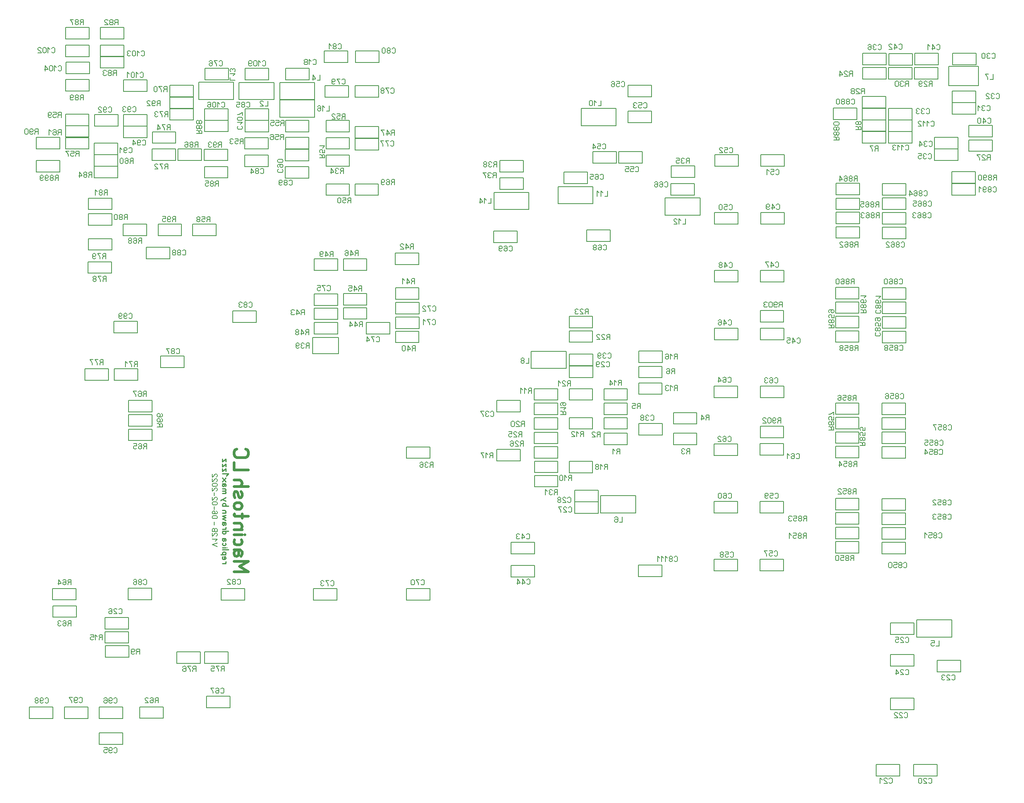
<source format=gbr>
%FSLAX34Y34*%
%MOMM*%
%LNSILK_BOTTOM*%
G71*
G01*
%ADD10C,0.150*%
%ADD11C,0.206*%
%ADD12C,0.556*%
%ADD13C,0.238*%
%ADD14C,0.191*%
%LPD*%
G54D10*
X942926Y785625D02*
X942926Y760450D01*
X891338Y760450D01*
X891338Y785625D01*
X942926Y785625D01*
G54D11*
X946644Y746316D02*
X944044Y744871D01*
X943178Y743427D01*
X943178Y740538D01*
G54D11*
X950111Y740538D02*
X950111Y752094D01*
X945778Y752094D01*
X944044Y751371D01*
X943178Y749927D01*
X943178Y748482D01*
X944044Y747038D01*
X945778Y746316D01*
X950111Y746316D01*
G54D11*
X939134Y749927D02*
X938267Y751371D01*
X936534Y752094D01*
X934800Y752093D01*
X933067Y751371D01*
X932200Y749927D01*
X932200Y748482D01*
X933067Y747038D01*
X934800Y746316D01*
X933067Y745594D01*
X932200Y744149D01*
X932200Y742704D01*
X933067Y741260D01*
X934800Y740538D01*
X936534Y740538D01*
X938267Y741260D01*
X939134Y742704D01*
G54D11*
X921224Y749927D02*
X922090Y751371D01*
X923824Y752094D01*
X925557Y752094D01*
X927290Y751371D01*
X928157Y749927D01*
X928157Y746316D01*
X928157Y745594D01*
X925557Y747038D01*
X923823Y747038D01*
X922090Y746316D01*
X921224Y744871D01*
X921224Y742704D01*
X922090Y741260D01*
X923824Y740538D01*
X925557Y740538D01*
X927290Y741260D01*
X928157Y742704D01*
X928157Y746316D01*
G54D10*
X1141363Y780068D02*
X1141363Y754894D01*
X1089776Y754894D01*
X1089776Y780068D01*
X1141363Y780068D01*
G54D11*
X1077646Y767009D02*
X1075046Y765564D01*
X1074180Y764120D01*
X1074180Y761231D01*
G54D11*
X1081113Y761231D02*
X1081113Y772787D01*
X1076780Y772787D01*
X1075046Y772064D01*
X1074180Y770620D01*
X1074180Y769176D01*
X1075046Y767731D01*
X1076780Y767009D01*
X1081113Y767009D01*
G54D11*
X1070136Y768453D02*
X1065803Y772787D01*
X1065803Y761231D01*
G54D11*
X1061759Y772787D02*
X1054826Y772787D01*
X1055692Y771342D01*
X1057426Y769176D01*
X1059159Y766287D01*
X1060026Y764120D01*
X1060026Y761231D01*
G54D10*
X1223913Y722918D02*
X1223913Y697744D01*
X1172326Y697744D01*
X1172326Y722918D01*
X1223913Y722918D01*
G54D11*
X1219563Y686350D02*
X1216963Y684906D01*
X1216096Y683462D01*
X1216096Y680572D01*
G54D11*
X1223029Y680572D02*
X1223029Y692128D01*
X1218696Y692128D01*
X1216963Y691406D01*
X1216096Y689961D01*
X1216096Y688517D01*
X1216963Y687072D01*
X1218696Y686350D01*
X1223029Y686350D01*
G54D11*
X1212052Y689961D02*
X1211186Y691406D01*
X1209452Y692128D01*
X1207719Y692128D01*
X1205986Y691406D01*
X1205119Y689961D01*
X1205119Y688517D01*
X1205986Y687072D01*
X1207719Y686350D01*
X1205986Y685628D01*
X1205119Y684184D01*
X1205119Y682739D01*
X1205986Y681295D01*
X1207719Y680572D01*
X1209452Y680572D01*
X1211186Y681295D01*
X1212052Y682739D01*
G54D11*
X1201075Y687795D02*
X1196742Y692128D01*
X1196742Y680572D01*
G54D10*
X1223913Y754272D02*
X1223913Y729097D01*
X1172326Y729097D01*
X1172326Y754272D01*
X1223913Y754272D01*
G54D11*
X1250331Y717263D02*
X1247731Y715818D01*
X1246864Y714374D01*
X1246864Y711485D01*
G54D11*
X1253798Y711485D02*
X1253798Y723040D01*
X1249464Y723040D01*
X1247731Y722318D01*
X1246864Y720874D01*
X1246864Y719430D01*
X1247731Y717985D01*
X1249464Y717263D01*
X1253798Y717263D01*
G54D11*
X1242821Y718707D02*
X1238487Y723041D01*
X1238487Y711485D01*
G54D11*
X1227510Y720874D02*
X1227510Y713652D01*
X1228377Y712207D01*
X1230110Y711485D01*
X1231844Y711485D01*
X1233577Y712207D01*
X1234444Y713652D01*
X1234444Y720874D01*
X1233577Y722318D01*
X1231844Y723041D01*
X1230110Y723040D01*
X1228377Y722318D01*
X1227510Y720874D01*
G54D10*
X1223120Y786022D02*
X1223120Y760847D01*
X1171532Y760847D01*
X1171532Y786022D01*
X1223120Y786022D01*
G54D11*
X1144838Y792713D02*
X1142238Y791268D01*
X1141371Y789824D01*
X1141371Y786935D01*
G54D11*
X1148304Y786935D02*
X1148304Y798490D01*
X1143971Y798491D01*
X1142238Y797768D01*
X1141371Y796324D01*
X1141371Y794879D01*
X1142238Y793435D01*
X1143971Y792713D01*
X1148304Y792713D01*
G54D11*
X1130394Y786935D02*
X1137327Y786935D01*
X1137327Y787657D01*
X1136461Y789102D01*
X1131261Y793435D01*
X1130394Y794879D01*
X1130394Y796324D01*
X1131261Y797768D01*
X1132994Y798491D01*
X1134727Y798491D01*
X1136461Y797768D01*
X1137327Y796324D01*
G54D11*
X1119417Y796324D02*
X1120284Y797768D01*
X1122017Y798490D01*
X1123750Y798491D01*
X1125484Y797768D01*
X1126350Y796324D01*
X1126350Y792713D01*
X1126350Y791990D01*
X1123750Y793435D01*
X1122017Y793435D01*
X1120284Y792713D01*
X1119417Y791268D01*
X1119417Y789102D01*
X1120284Y787657D01*
X1122017Y786935D01*
X1123750Y786935D01*
X1125484Y787657D01*
X1126350Y789102D01*
X1126350Y792713D01*
G54D10*
X1223120Y817772D02*
X1223120Y792597D01*
X1171532Y792597D01*
X1171532Y817772D01*
X1223120Y817772D01*
G54D11*
X1141674Y813067D02*
X1139074Y811623D01*
X1138207Y810178D01*
X1138207Y807289D01*
G54D11*
X1145140Y807289D02*
X1145140Y818845D01*
X1140807Y818845D01*
X1139074Y818123D01*
X1138207Y816678D01*
X1138207Y815234D01*
X1139074Y813789D01*
X1140807Y813067D01*
X1145140Y813067D01*
G54D11*
X1127230Y807289D02*
X1134163Y807289D01*
X1134163Y808012D01*
X1133297Y809456D01*
X1128097Y813789D01*
X1127230Y815234D01*
X1127230Y816678D01*
X1128097Y818123D01*
X1129830Y818845D01*
X1131563Y818845D01*
X1133297Y818123D01*
X1134163Y816678D01*
G54D11*
X1116253Y818845D02*
X1123186Y818845D01*
X1123186Y813789D01*
X1122320Y813789D01*
X1120586Y814512D01*
X1118853Y814512D01*
X1117120Y813789D01*
X1116253Y812345D01*
X1116253Y809456D01*
X1117120Y808012D01*
X1118853Y807289D01*
X1120586Y807289D01*
X1122320Y808012D01*
X1123186Y809456D01*
G54D10*
X1223120Y849442D02*
X1223120Y824267D01*
X1171532Y824267D01*
X1171532Y849442D01*
X1223120Y849442D01*
G54D11*
X1146837Y836133D02*
X1144237Y834689D01*
X1143371Y833244D01*
X1143371Y830356D01*
G54D11*
X1150304Y830356D02*
X1150304Y841911D01*
X1145971Y841911D01*
X1144237Y841189D01*
X1143371Y839744D01*
X1143371Y838300D01*
X1144237Y836856D01*
X1145971Y836133D01*
X1150304Y836133D01*
G54D11*
X1132394Y830356D02*
X1139327Y830356D01*
X1139327Y831078D01*
X1138460Y832522D01*
X1133260Y836856D01*
X1132394Y838300D01*
X1132394Y839744D01*
X1133260Y841189D01*
X1134994Y841911D01*
X1136727Y841911D01*
X1138460Y841189D01*
X1139327Y839744D01*
G54D11*
X1121417Y839744D02*
X1121417Y832522D01*
X1122283Y831078D01*
X1124017Y830356D01*
X1125750Y830356D01*
X1127483Y831078D01*
X1128350Y832522D01*
X1128350Y839744D01*
X1127483Y841189D01*
X1125750Y841911D01*
X1124016Y841911D01*
X1122283Y841189D01*
X1121417Y839744D01*
G54D10*
X1223120Y881589D02*
X1223120Y856414D01*
X1171532Y856414D01*
X1171532Y881589D01*
X1223120Y881589D01*
G54D11*
X1235420Y860135D02*
X1233976Y862735D01*
X1232531Y863602D01*
X1229642Y863602D01*
G54D11*
X1229642Y856668D02*
X1241198Y856668D01*
X1241198Y861002D01*
X1240476Y862735D01*
X1239031Y863602D01*
X1237586Y863602D01*
X1236142Y862735D01*
X1235420Y861002D01*
X1235420Y856668D01*
G54D11*
X1236864Y867645D02*
X1241198Y871978D01*
X1229642Y871978D01*
G54D11*
X1231809Y876022D02*
X1230364Y876889D01*
X1229642Y878622D01*
X1229642Y880356D01*
X1230364Y882089D01*
X1231809Y882956D01*
X1235420Y882956D01*
X1236142Y882956D01*
X1234698Y880356D01*
X1234698Y878622D01*
X1235420Y876889D01*
X1236864Y876022D01*
X1239031Y876022D01*
X1240476Y876889D01*
X1241198Y878622D01*
X1241198Y880356D01*
X1240476Y882089D01*
X1239031Y882956D01*
X1235420Y882956D01*
G54D10*
X1223120Y913339D02*
X1223120Y888164D01*
X1171532Y888164D01*
X1171532Y913339D01*
X1223120Y913339D01*
G54D11*
X1162448Y909022D02*
X1159848Y907577D01*
X1158982Y906133D01*
X1158982Y903244D01*
G54D11*
X1165915Y903244D02*
X1165915Y914800D01*
X1161582Y914800D01*
X1159848Y914077D01*
X1158982Y912633D01*
X1158982Y911188D01*
X1159848Y909744D01*
X1161582Y909022D01*
X1165915Y909022D01*
G54D11*
X1154938Y910466D02*
X1150605Y914800D01*
X1150605Y903244D01*
G54D11*
X1146561Y910466D02*
X1142228Y914800D01*
X1142228Y903244D01*
G54D10*
X1300113Y849839D02*
X1300113Y824664D01*
X1248526Y824664D01*
X1248526Y849839D01*
X1300113Y849839D01*
G54D11*
X1276926Y813666D02*
X1274326Y812222D01*
X1273460Y810778D01*
X1273460Y807889D01*
G54D11*
X1280393Y807889D02*
X1280393Y819444D01*
X1276060Y819444D01*
X1274326Y818722D01*
X1273460Y817278D01*
X1273460Y815833D01*
X1274326Y814389D01*
X1276060Y813666D01*
X1280393Y813666D01*
G54D11*
X1269416Y815111D02*
X1265083Y819444D01*
X1265083Y807889D01*
G54D11*
X1254106Y807889D02*
X1261039Y807889D01*
X1261039Y808611D01*
X1260172Y810056D01*
X1254972Y814389D01*
X1254106Y815833D01*
X1254106Y817278D01*
X1254972Y818722D01*
X1256706Y819444D01*
X1258439Y819444D01*
X1260172Y818722D01*
X1261039Y817278D01*
G54D10*
X1300113Y913339D02*
X1300113Y888164D01*
X1248526Y888164D01*
X1248526Y913339D01*
X1300113Y913339D01*
G54D11*
X1247762Y924771D02*
X1245162Y923326D01*
X1244296Y921882D01*
X1244296Y918993D01*
G54D11*
X1251229Y918993D02*
X1251229Y930549D01*
X1246896Y930549D01*
X1245162Y929826D01*
X1244296Y928382D01*
X1244296Y926938D01*
X1245162Y925493D01*
X1246896Y924771D01*
X1251229Y924771D01*
G54D11*
X1233319Y918993D02*
X1240252Y918993D01*
X1240252Y919716D01*
X1239386Y921160D01*
X1234186Y925493D01*
X1233319Y926938D01*
X1233319Y928382D01*
X1234186Y929826D01*
X1235919Y930549D01*
X1237652Y930549D01*
X1239386Y929826D01*
X1240252Y928382D01*
G54D11*
X1229275Y926216D02*
X1224942Y930549D01*
X1224942Y918993D01*
G54D10*
X1376313Y815708D02*
X1376313Y790533D01*
X1324726Y790533D01*
X1324726Y815708D01*
X1376313Y815708D01*
G54D11*
X1356454Y775579D02*
X1353854Y774135D01*
X1352987Y772690D01*
X1352987Y769801D01*
G54D11*
X1359920Y769801D02*
X1359920Y781357D01*
X1355587Y781357D01*
X1353854Y780635D01*
X1352987Y779190D01*
X1352987Y777746D01*
X1353854Y776301D01*
X1355587Y775579D01*
X1359920Y775579D01*
G54D11*
X1348944Y777024D02*
X1344610Y781357D01*
X1344610Y769801D01*
G54D10*
X1376313Y849839D02*
X1376313Y824664D01*
X1324726Y824664D01*
X1324726Y849839D01*
X1376313Y849839D01*
G54D11*
X1312938Y812855D02*
X1310338Y811411D01*
X1309472Y809966D01*
X1309472Y807078D01*
G54D11*
X1316405Y807078D02*
X1316405Y818633D01*
X1312072Y818633D01*
X1310338Y817911D01*
X1309472Y816466D01*
X1309472Y815022D01*
X1310338Y813578D01*
X1312072Y812855D01*
X1316405Y812855D01*
G54D11*
X1298495Y807078D02*
X1305428Y807078D01*
X1305428Y807800D01*
X1304561Y809244D01*
X1299361Y813578D01*
X1298495Y815022D01*
X1298495Y816466D01*
X1299361Y817911D01*
X1301095Y818633D01*
X1302828Y818633D01*
X1304561Y817911D01*
X1305428Y816466D01*
G54D10*
X1376313Y881589D02*
X1376313Y856414D01*
X1324726Y856414D01*
X1324726Y881589D01*
X1376313Y881589D01*
G54D11*
X1401379Y875373D02*
X1398779Y873929D01*
X1397912Y872484D01*
X1397912Y869596D01*
G54D11*
X1404846Y869596D02*
X1404846Y881151D01*
X1400512Y881151D01*
X1398779Y880429D01*
X1397912Y878984D01*
X1397912Y877540D01*
X1398779Y876096D01*
X1400512Y875373D01*
X1404846Y875373D01*
G54D11*
X1386936Y881151D02*
X1393869Y881151D01*
X1393869Y876096D01*
X1393002Y876096D01*
X1391269Y876818D01*
X1389536Y876818D01*
X1387802Y876096D01*
X1386936Y874651D01*
X1386936Y871762D01*
X1387802Y870318D01*
X1389535Y869596D01*
X1391269Y869596D01*
X1393002Y870318D01*
X1393869Y871762D01*
G54D10*
X1376313Y913339D02*
X1376313Y888164D01*
X1324726Y888164D01*
X1324726Y913339D01*
X1376313Y913339D01*
G54D11*
X1359640Y926355D02*
X1357040Y924911D01*
X1356173Y923466D01*
X1356173Y920577D01*
G54D11*
X1363106Y920577D02*
X1363106Y932133D01*
X1358773Y932133D01*
X1357040Y931410D01*
X1356173Y929966D01*
X1356173Y928522D01*
X1357040Y927077D01*
X1358773Y926355D01*
X1363106Y926355D01*
G54D11*
X1352129Y927800D02*
X1347796Y932133D01*
X1347796Y920577D01*
G54D11*
X1338552Y920577D02*
X1338552Y932133D01*
X1343752Y924910D01*
X1343752Y923466D01*
X1336819Y923466D01*
G54D10*
X1452513Y926039D02*
X1452513Y900864D01*
X1400926Y900864D01*
X1400926Y926039D01*
X1452513Y926039D01*
G54D11*
X1482931Y915030D02*
X1480331Y913586D01*
X1479464Y912141D01*
X1479464Y909252D01*
G54D11*
X1486398Y909252D02*
X1486398Y920808D01*
X1482064Y920808D01*
X1480331Y920086D01*
X1479464Y918642D01*
X1479464Y917197D01*
X1480331Y915752D01*
X1482064Y915030D01*
X1486398Y915030D01*
G54D11*
X1475421Y916475D02*
X1471087Y920808D01*
X1471087Y909252D01*
G54D11*
X1467044Y918642D02*
X1466177Y920086D01*
X1464444Y920808D01*
X1462710Y920808D01*
X1460977Y920086D01*
X1460110Y918642D01*
X1460110Y917197D01*
X1460977Y915752D01*
X1462710Y915030D01*
X1460977Y914308D01*
X1460110Y912864D01*
X1460110Y911419D01*
X1460977Y909975D01*
X1462710Y909252D01*
X1464444Y909252D01*
X1466177Y909975D01*
X1467044Y911419D01*
G54D10*
X1452513Y962552D02*
X1452513Y937377D01*
X1400926Y937377D01*
X1400926Y962552D01*
X1452513Y962552D01*
G54D11*
X1476743Y951732D02*
X1474143Y950287D01*
X1473276Y948843D01*
X1473276Y945954D01*
G54D11*
X1480209Y945954D02*
X1480209Y957510D01*
X1475876Y957510D01*
X1474143Y956787D01*
X1473276Y955343D01*
X1473276Y953898D01*
X1474143Y952454D01*
X1475876Y951732D01*
X1480209Y951732D01*
G54D11*
X1462299Y955343D02*
X1463166Y956787D01*
X1464899Y957510D01*
X1466632Y957510D01*
X1468366Y956787D01*
X1469232Y955343D01*
X1469232Y951732D01*
X1469232Y951010D01*
X1466632Y952454D01*
X1464899Y952454D01*
X1463166Y951732D01*
X1462299Y950287D01*
X1462299Y948120D01*
X1463166Y946676D01*
X1464899Y945954D01*
X1466632Y945954D01*
X1468366Y946676D01*
X1469232Y948120D01*
X1469232Y951732D01*
G54D10*
X1453307Y995889D02*
X1453307Y970714D01*
X1401720Y970714D01*
X1401720Y995889D01*
X1453307Y995889D01*
G54D11*
X1482725Y983880D02*
X1480125Y982436D01*
X1479258Y980991D01*
X1479258Y978102D01*
G54D11*
X1486192Y978102D02*
X1486192Y989658D01*
X1481858Y989658D01*
X1480125Y988936D01*
X1479258Y987491D01*
X1479258Y986047D01*
X1480125Y984602D01*
X1481858Y983880D01*
X1486192Y983880D01*
G54D11*
X1475215Y985325D02*
X1470881Y989658D01*
X1470881Y978102D01*
G54D11*
X1459904Y987491D02*
X1460771Y988936D01*
X1462504Y989658D01*
X1464238Y989658D01*
X1465971Y988936D01*
X1466838Y987491D01*
X1466838Y983880D01*
X1466838Y983158D01*
X1464238Y984602D01*
X1462504Y984602D01*
X1460771Y983880D01*
X1459904Y982436D01*
X1459904Y980269D01*
X1460771Y978825D01*
X1462504Y978102D01*
X1464238Y978102D01*
X1465971Y978825D01*
X1466838Y980269D01*
X1466838Y983880D01*
G54D10*
X1300113Y753795D02*
X1300113Y728620D01*
X1248526Y728620D01*
X1248526Y753795D01*
X1300113Y753795D01*
G54D11*
X1329531Y741787D02*
X1326931Y740342D01*
X1326064Y738898D01*
X1326064Y736009D01*
G54D11*
X1332998Y736009D02*
X1332998Y747564D01*
X1328664Y747564D01*
X1326931Y746842D01*
X1326064Y745398D01*
X1326064Y743954D01*
X1326931Y742509D01*
X1328664Y741787D01*
X1332998Y741787D01*
G54D11*
X1322020Y743231D02*
X1317687Y747564D01*
X1317687Y736009D01*
G54D11*
X1309310Y741787D02*
X1311044Y741787D01*
X1312777Y742509D01*
X1313644Y743954D01*
X1313644Y745398D01*
X1312777Y746842D01*
X1311044Y747564D01*
X1309310Y747564D01*
X1307577Y746842D01*
X1306710Y745398D01*
X1306710Y743954D01*
X1307577Y742509D01*
X1309310Y741787D01*
X1307577Y741064D01*
X1306710Y739620D01*
X1306710Y738176D01*
X1307577Y736731D01*
X1309310Y736009D01*
X1311044Y736009D01*
X1312777Y736731D01*
X1313643Y738176D01*
X1313644Y739620D01*
X1312777Y741064D01*
X1311044Y741787D01*
G54D10*
X1528713Y815708D02*
X1528713Y790533D01*
X1477126Y790533D01*
X1477126Y815708D01*
X1528713Y815708D01*
G54D11*
X1509943Y775888D02*
X1507343Y774443D01*
X1506476Y772999D01*
X1506476Y770110D01*
G54D11*
X1513410Y770110D02*
X1513410Y781666D01*
X1509076Y781666D01*
X1507343Y780943D01*
X1506476Y779499D01*
X1506476Y778054D01*
X1507343Y776610D01*
X1509076Y775888D01*
X1513410Y775888D01*
G54D11*
X1502433Y779499D02*
X1501566Y780943D01*
X1499833Y781666D01*
X1498099Y781666D01*
X1496366Y780943D01*
X1495499Y779499D01*
X1495499Y778054D01*
X1496366Y776610D01*
X1498099Y775888D01*
X1496366Y775166D01*
X1495499Y773721D01*
X1495499Y772276D01*
X1496366Y770832D01*
X1498099Y770110D01*
X1499833Y770110D01*
X1501566Y770832D01*
X1502433Y772276D01*
G54D10*
X1528713Y860952D02*
X1528713Y835777D01*
X1477126Y835777D01*
X1477126Y860952D01*
X1528713Y860952D01*
G54D11*
X1551851Y850156D02*
X1549251Y848712D01*
X1548384Y847267D01*
X1548384Y844378D01*
G54D11*
X1555318Y844378D02*
X1555318Y855934D01*
X1550984Y855934D01*
X1549251Y855212D01*
X1548384Y853767D01*
X1548384Y852322D01*
X1549251Y850878D01*
X1550984Y850156D01*
X1555318Y850156D01*
G54D11*
X1539141Y844378D02*
X1539141Y855934D01*
X1544341Y848712D01*
X1544341Y847267D01*
X1537407Y847267D01*
G54D10*
X1148507Y1376095D02*
X1148507Y1350920D01*
X1096920Y1350920D01*
X1096920Y1376095D01*
X1148507Y1376095D01*
G54D11*
X1085111Y1381785D02*
X1082511Y1380340D01*
X1081644Y1378896D01*
X1081644Y1376007D01*
G54D11*
X1088577Y1376007D02*
X1088577Y1387563D01*
X1084244Y1387563D01*
X1082511Y1386840D01*
X1081644Y1385396D01*
X1081644Y1383951D01*
X1082511Y1382507D01*
X1084244Y1381785D01*
X1088577Y1381785D01*
G54D11*
X1077600Y1385396D02*
X1076734Y1386840D01*
X1075000Y1387563D01*
X1073267Y1387563D01*
X1071534Y1386840D01*
X1070667Y1385396D01*
X1070667Y1383951D01*
X1071534Y1382507D01*
X1073267Y1381785D01*
X1071534Y1381063D01*
X1070667Y1379618D01*
X1070667Y1378174D01*
X1071534Y1376729D01*
X1073267Y1376007D01*
X1075000Y1376007D01*
X1076734Y1376729D01*
X1077600Y1378174D01*
G54D11*
X1066623Y1387563D02*
X1059690Y1387563D01*
X1060557Y1386118D01*
X1062290Y1383951D01*
X1064023Y1381063D01*
X1064890Y1378896D01*
X1064890Y1376007D01*
G54D10*
X1148507Y1414195D02*
X1148507Y1389020D01*
X1096920Y1389020D01*
X1096920Y1414195D01*
X1148507Y1414195D01*
G54D11*
X1086225Y1405886D02*
X1083625Y1404442D01*
X1082758Y1402998D01*
X1082758Y1400109D01*
G54D11*
X1089691Y1400109D02*
X1089691Y1411664D01*
X1085358Y1411664D01*
X1083625Y1410942D01*
X1082758Y1409498D01*
X1082758Y1408053D01*
X1083625Y1406609D01*
X1085358Y1405886D01*
X1089691Y1405886D01*
G54D11*
X1078714Y1409498D02*
X1077848Y1410942D01*
X1076114Y1411664D01*
X1074381Y1411664D01*
X1072648Y1410942D01*
X1071781Y1409498D01*
X1071781Y1408053D01*
X1072648Y1406609D01*
X1074381Y1405886D01*
X1072648Y1405164D01*
X1071781Y1403720D01*
X1071781Y1402275D01*
X1072648Y1400831D01*
X1074381Y1400109D01*
X1076114Y1400109D01*
X1077848Y1400831D01*
X1078714Y1402275D01*
G54D11*
X1063404Y1405886D02*
X1065137Y1405886D01*
X1066871Y1406609D01*
X1067737Y1408053D01*
X1067737Y1409498D01*
X1066871Y1410942D01*
X1065137Y1411664D01*
X1063404Y1411664D01*
X1061671Y1410942D01*
X1060804Y1409498D01*
X1060804Y1408053D01*
X1061671Y1406609D01*
X1063404Y1405886D01*
X1061671Y1405164D01*
X1060804Y1403720D01*
X1060804Y1402275D01*
X1061671Y1400831D01*
X1063404Y1400109D01*
X1065137Y1400109D01*
X1066871Y1400831D01*
X1067737Y1402275D01*
X1067737Y1403720D01*
X1066871Y1405164D01*
X1065137Y1405886D01*
G54D10*
X854820Y1058595D02*
X854820Y1033420D01*
X803232Y1033420D01*
X803232Y1058595D01*
X854820Y1058595D01*
G54D11*
X825231Y1018190D02*
X826098Y1016746D01*
X827831Y1016024D01*
X829564Y1016024D01*
X831298Y1016746D01*
X832164Y1018190D01*
X832164Y1025412D01*
X831298Y1026857D01*
X829564Y1027579D01*
X827831Y1027579D01*
X826098Y1026857D01*
X825231Y1025412D01*
G54D11*
X821187Y1027579D02*
X814254Y1027579D01*
X815121Y1026135D01*
X816854Y1023968D01*
X818587Y1021079D01*
X819454Y1018912D01*
X819454Y1016024D01*
G54D11*
X805010Y1016024D02*
X805010Y1027579D01*
X810210Y1020357D01*
X810210Y1018912D01*
X803277Y1018912D01*
G54D10*
X804813Y1091139D02*
X804813Y1065964D01*
X753226Y1065964D01*
X753226Y1091139D01*
X804813Y1091139D01*
G54D11*
X791440Y1054855D02*
X788840Y1053410D01*
X787973Y1051966D01*
X787973Y1049077D01*
G54D11*
X794906Y1049077D02*
X794906Y1060633D01*
X790573Y1060633D01*
X788840Y1059910D01*
X787973Y1058466D01*
X787973Y1057022D01*
X788840Y1055577D01*
X790573Y1054855D01*
X794906Y1054855D01*
G54D11*
X778729Y1049077D02*
X778729Y1060633D01*
X783929Y1053410D01*
X783929Y1051966D01*
X776996Y1051966D01*
G54D11*
X767752Y1049077D02*
X767752Y1060633D01*
X772952Y1053410D01*
X772952Y1051966D01*
X766019Y1051966D01*
G54D10*
X804813Y1122095D02*
X804813Y1096920D01*
X753226Y1096920D01*
X753226Y1122095D01*
X804813Y1122095D01*
G54D11*
X790367Y1133391D02*
X787767Y1131946D01*
X786901Y1130502D01*
X786901Y1127613D01*
G54D11*
X793834Y1127613D02*
X793834Y1139169D01*
X789501Y1139169D01*
X787767Y1138446D01*
X786901Y1137002D01*
X786901Y1135558D01*
X787767Y1134113D01*
X789501Y1133391D01*
X793834Y1133391D01*
G54D11*
X777657Y1127613D02*
X777657Y1139169D01*
X782857Y1131946D01*
X782857Y1130502D01*
X775924Y1130502D01*
G54D11*
X764947Y1139169D02*
X771880Y1139169D01*
X771880Y1134113D01*
X771013Y1134113D01*
X769280Y1134836D01*
X767547Y1134836D01*
X765813Y1134113D01*
X764947Y1132669D01*
X764947Y1129780D01*
X765813Y1128336D01*
X767547Y1127613D01*
X769280Y1127613D01*
X771013Y1128336D01*
X771880Y1129780D01*
G54D10*
X740520Y1090345D02*
X740520Y1065170D01*
X688932Y1065170D01*
X688932Y1090345D01*
X740520Y1090345D01*
G54D11*
X664237Y1081037D02*
X661637Y1079592D01*
X660771Y1078148D01*
X660771Y1075259D01*
G54D11*
X667704Y1075259D02*
X667704Y1086814D01*
X663371Y1086814D01*
X661637Y1086092D01*
X660771Y1084648D01*
X660771Y1083204D01*
X661637Y1081759D01*
X663371Y1081037D01*
X667704Y1081037D01*
G54D11*
X651527Y1075259D02*
X651527Y1086814D01*
X656727Y1079592D01*
X656727Y1078148D01*
X649794Y1078148D01*
G54D11*
X645750Y1084648D02*
X644883Y1086092D01*
X643150Y1086814D01*
X641417Y1086814D01*
X639683Y1086092D01*
X638817Y1084648D01*
X638817Y1083203D01*
X639683Y1081759D01*
X641417Y1081037D01*
X639683Y1080314D01*
X638817Y1078870D01*
X638817Y1077426D01*
X639683Y1075981D01*
X641417Y1075259D01*
X643150Y1075259D01*
X644883Y1075981D01*
X645750Y1077426D01*
G54D10*
X919113Y1134795D02*
X919113Y1109620D01*
X867526Y1109620D01*
X867526Y1134795D01*
X919113Y1134795D01*
G54D11*
X905742Y1149178D02*
X903142Y1147734D01*
X902276Y1146290D01*
X902276Y1143401D01*
G54D11*
X909209Y1143401D02*
X909209Y1154956D01*
X904876Y1154956D01*
X903142Y1154234D01*
X902276Y1152790D01*
X902276Y1151345D01*
X903142Y1149901D01*
X904876Y1149178D01*
X909209Y1149178D01*
G54D11*
X893032Y1143401D02*
X893032Y1154956D01*
X898232Y1147734D01*
X898232Y1146290D01*
X891299Y1146290D01*
G54D11*
X887255Y1150623D02*
X882922Y1154956D01*
X882922Y1143401D01*
G54D10*
X919113Y1039545D02*
X919113Y1014370D01*
X867526Y1014370D01*
X867526Y1039545D01*
X919113Y1039545D01*
G54D11*
X907831Y1002236D02*
X905231Y1000792D01*
X904364Y999347D01*
X904364Y996458D01*
G54D11*
X911298Y996458D02*
X911298Y1008014D01*
X906964Y1008014D01*
X905231Y1007292D01*
X904364Y1005847D01*
X904364Y1004403D01*
X905231Y1002958D01*
X906964Y1002236D01*
X911298Y1002236D01*
G54D11*
X895121Y996458D02*
X895121Y1008014D01*
X900321Y1000792D01*
X900321Y999347D01*
X893388Y999347D01*
G54D11*
X882410Y1005847D02*
X882410Y998625D01*
X883277Y997181D01*
X885010Y996458D01*
X886744Y996458D01*
X888477Y997181D01*
X889344Y998625D01*
X889344Y1005848D01*
X888477Y1007292D01*
X886744Y1008014D01*
X885010Y1008014D01*
X883277Y1007292D01*
X882410Y1005847D01*
G54D10*
X740520Y1058595D02*
X740520Y1033420D01*
X688932Y1033420D01*
X688932Y1058595D01*
X740520Y1058595D01*
G54D11*
X674237Y1037287D02*
X671637Y1035842D01*
X670771Y1034398D01*
X670771Y1031509D01*
G54D11*
X677704Y1031509D02*
X677704Y1043064D01*
X673371Y1043064D01*
X671637Y1042342D01*
X670771Y1040898D01*
X670771Y1039454D01*
X671637Y1038009D01*
X673371Y1037287D01*
X677704Y1037287D01*
G54D11*
X661527Y1031509D02*
X661527Y1043064D01*
X666727Y1035842D01*
X666727Y1034398D01*
X659794Y1034398D01*
G54D11*
X651417Y1037287D02*
X653150Y1037287D01*
X654883Y1038009D01*
X655750Y1039454D01*
X655750Y1040898D01*
X654883Y1042342D01*
X653150Y1043064D01*
X651417Y1043064D01*
X649683Y1042342D01*
X648817Y1040898D01*
X648817Y1039453D01*
X649683Y1038009D01*
X651417Y1037287D01*
X649683Y1036564D01*
X648817Y1035120D01*
X648817Y1033676D01*
X649683Y1032231D01*
X651417Y1031509D01*
X653150Y1031509D01*
X654883Y1032231D01*
X655750Y1033676D01*
X655750Y1035120D01*
X654883Y1036564D01*
X653150Y1037287D01*
G54D10*
X918716Y1210995D02*
X918716Y1185820D01*
X867129Y1185820D01*
X867129Y1210995D01*
X918716Y1210995D01*
G54D11*
X903830Y1225523D02*
X901230Y1224079D01*
X900363Y1222634D01*
X900363Y1219745D01*
G54D11*
X907296Y1219745D02*
X907296Y1231301D01*
X902963Y1231301D01*
X901230Y1230579D01*
X900363Y1229134D01*
X900363Y1227690D01*
X901230Y1226245D01*
X902963Y1225523D01*
X907296Y1225523D01*
G54D11*
X891119Y1219745D02*
X891119Y1231301D01*
X896319Y1224079D01*
X896319Y1222634D01*
X889386Y1222634D01*
G54D11*
X878409Y1219745D02*
X885342Y1219745D01*
X885342Y1220468D01*
X884476Y1221912D01*
X879276Y1226245D01*
X878409Y1227690D01*
X878409Y1229134D01*
X879276Y1230579D01*
X881009Y1231301D01*
X882742Y1231301D01*
X884476Y1230579D01*
X885342Y1229134D01*
G54D10*
X804813Y1198295D02*
X804813Y1173120D01*
X753226Y1173120D01*
X753226Y1198295D01*
X804813Y1198295D01*
G54D11*
X782531Y1210986D02*
X779931Y1209542D01*
X779064Y1208097D01*
X779064Y1205208D01*
G54D11*
X785998Y1205208D02*
X785998Y1216764D01*
X781664Y1216764D01*
X779931Y1216042D01*
X779064Y1214597D01*
X779064Y1213153D01*
X779931Y1211708D01*
X781664Y1210986D01*
X785998Y1210986D01*
G54D11*
X769821Y1205208D02*
X769821Y1216764D01*
X775021Y1209542D01*
X775021Y1208097D01*
X768088Y1208097D01*
G54D11*
X757110Y1214597D02*
X757977Y1216042D01*
X759710Y1216764D01*
X761444Y1216764D01*
X763177Y1216042D01*
X764044Y1214598D01*
X764044Y1210986D01*
X764044Y1210264D01*
X761444Y1211708D01*
X759710Y1211708D01*
X757977Y1210986D01*
X757110Y1209542D01*
X757110Y1207375D01*
X757977Y1205931D01*
X759710Y1205208D01*
X761444Y1205208D01*
X763177Y1205931D01*
X764044Y1207375D01*
X764044Y1210986D01*
G54D10*
X740520Y1198295D02*
X740520Y1173120D01*
X688932Y1173120D01*
X688932Y1198295D01*
X740520Y1198295D01*
G54D11*
X727237Y1208987D02*
X724637Y1207542D01*
X723771Y1206098D01*
X723771Y1203209D01*
G54D11*
X730704Y1203209D02*
X730704Y1214764D01*
X726371Y1214764D01*
X724637Y1214042D01*
X723771Y1212598D01*
X723771Y1211154D01*
X724637Y1209709D01*
X726371Y1208987D01*
X730704Y1208987D01*
G54D11*
X714527Y1203209D02*
X714527Y1214764D01*
X719727Y1207542D01*
X719727Y1206098D01*
X712794Y1206098D01*
G54D11*
X708750Y1205376D02*
X707883Y1203931D01*
X706150Y1203209D01*
X704417Y1203209D01*
X702683Y1203931D01*
X701817Y1205376D01*
X701817Y1208987D01*
X701817Y1209709D01*
X704417Y1208264D01*
X706150Y1208264D01*
X707883Y1208987D01*
X708750Y1210431D01*
X708750Y1212598D01*
X707883Y1214042D01*
X706150Y1214764D01*
X704417Y1214764D01*
X702683Y1214042D01*
X701817Y1212598D01*
X701817Y1208987D01*
G54D10*
X766713Y1362998D02*
X766713Y1337824D01*
X715126Y1337824D01*
X715126Y1362998D01*
X766713Y1362998D01*
G54D11*
X766431Y1326689D02*
X763831Y1325245D01*
X762964Y1323800D01*
X762964Y1320912D01*
G54D11*
X769898Y1320912D02*
X769898Y1332467D01*
X765564Y1332467D01*
X763831Y1331745D01*
X762964Y1330300D01*
X762964Y1328856D01*
X763831Y1327412D01*
X765564Y1326689D01*
X769898Y1326689D01*
G54D11*
X751988Y1332467D02*
X758921Y1332467D01*
X758921Y1327412D01*
X758054Y1327412D01*
X756321Y1328134D01*
X754588Y1328134D01*
X752854Y1327412D01*
X751988Y1325967D01*
X751988Y1323078D01*
X752854Y1321634D01*
X754588Y1320912D01*
X756321Y1320912D01*
X758054Y1321634D01*
X758921Y1323078D01*
G54D11*
X741010Y1330300D02*
X741010Y1323078D01*
X741877Y1321634D01*
X743610Y1320912D01*
X745344Y1320912D01*
X747077Y1321634D01*
X747944Y1323078D01*
X747944Y1330300D01*
X747077Y1331745D01*
X745344Y1332467D01*
X743610Y1332467D01*
X741877Y1331745D01*
X741010Y1330300D01*
G54D10*
X830213Y1362998D02*
X830213Y1337824D01*
X778626Y1337824D01*
X778626Y1362998D01*
X830213Y1362998D01*
G54D11*
X861931Y1366689D02*
X859331Y1365245D01*
X858464Y1363800D01*
X858464Y1360912D01*
G54D11*
X865398Y1360912D02*
X865398Y1372467D01*
X861064Y1372467D01*
X859331Y1371745D01*
X858464Y1370300D01*
X858464Y1368856D01*
X859331Y1367412D01*
X861064Y1366689D01*
X865398Y1366689D01*
G54D11*
X847488Y1370300D02*
X848354Y1371745D01*
X850088Y1372467D01*
X851821Y1372467D01*
X853554Y1371745D01*
X854421Y1370300D01*
X854421Y1366689D01*
X854421Y1365967D01*
X851821Y1367412D01*
X850088Y1367412D01*
X848354Y1366689D01*
X847488Y1365245D01*
X847488Y1363078D01*
X848354Y1361634D01*
X850088Y1360912D01*
X851821Y1360912D01*
X853554Y1361634D01*
X854421Y1363078D01*
X854421Y1366689D01*
G54D11*
X843444Y1363078D02*
X842577Y1361634D01*
X840844Y1360912D01*
X839110Y1360912D01*
X837377Y1361634D01*
X836510Y1363078D01*
X836510Y1366689D01*
X836510Y1367412D01*
X839110Y1365967D01*
X840844Y1365967D01*
X842577Y1366689D01*
X843444Y1368134D01*
X843444Y1370300D01*
X842577Y1371745D01*
X840844Y1372467D01*
X839110Y1372467D01*
X837377Y1371745D01*
X836510Y1370300D01*
X836510Y1366689D01*
G54D10*
X766713Y1426498D02*
X766713Y1401324D01*
X715126Y1401324D01*
X715126Y1426498D01*
X766713Y1426498D01*
G54D11*
X750360Y1391264D02*
X747760Y1389819D01*
X746893Y1388375D01*
X746893Y1385486D01*
G54D11*
X753826Y1385486D02*
X753826Y1397042D01*
X749493Y1397042D01*
X747760Y1396319D01*
X746893Y1394875D01*
X746893Y1393430D01*
X747760Y1391986D01*
X749493Y1391264D01*
X753826Y1391264D01*
G54D11*
X742849Y1394875D02*
X741982Y1396319D01*
X740249Y1397042D01*
X738516Y1397042D01*
X736782Y1396319D01*
X735916Y1394875D01*
X735916Y1393430D01*
X736782Y1391986D01*
X738516Y1391264D01*
X736782Y1390542D01*
X735916Y1389097D01*
X735916Y1387653D01*
X736782Y1386208D01*
X738516Y1385486D01*
X740249Y1385486D01*
X741982Y1386208D01*
X742849Y1387653D01*
G54D11*
X726672Y1385486D02*
X726672Y1397042D01*
X731872Y1389819D01*
X731872Y1388375D01*
X724939Y1388375D01*
G54D10*
X766713Y1464598D02*
X766713Y1439424D01*
X715126Y1439424D01*
X715126Y1464598D01*
X766713Y1464598D01*
G54D11*
X706686Y1423353D02*
X705241Y1425953D01*
X703797Y1426820D01*
X700908Y1426820D01*
G54D11*
X700908Y1419886D02*
X712463Y1419886D01*
X712463Y1424220D01*
X711741Y1425953D01*
X710297Y1426820D01*
X708852Y1426820D01*
X707408Y1425953D01*
X706686Y1424220D01*
X706686Y1419886D01*
G54D11*
X712463Y1437797D02*
X712463Y1430863D01*
X707408Y1430863D01*
X707408Y1431730D01*
X708130Y1433463D01*
X708130Y1435197D01*
X707408Y1436930D01*
X705963Y1437797D01*
X703074Y1437797D01*
X701630Y1436930D01*
X700908Y1435197D01*
X700908Y1433463D01*
X701630Y1431730D01*
X703074Y1430863D01*
G54D11*
X708130Y1441840D02*
X712463Y1446174D01*
X700908Y1446174D01*
G54D10*
X766713Y1502302D02*
X766713Y1477127D01*
X715126Y1477127D01*
X715126Y1502302D01*
X766713Y1502302D01*
G54D11*
X753827Y1510829D02*
X751227Y1509385D01*
X750360Y1507940D01*
X750360Y1505052D01*
G54D11*
X757294Y1505052D02*
X757294Y1516607D01*
X752960Y1516607D01*
X751227Y1515885D01*
X750360Y1514440D01*
X750360Y1512996D01*
X751227Y1511552D01*
X752960Y1510829D01*
X757294Y1510829D01*
G54D11*
X739383Y1516607D02*
X746316Y1516607D01*
X746316Y1511552D01*
X745450Y1511552D01*
X743716Y1512274D01*
X741983Y1512274D01*
X740250Y1511552D01*
X739383Y1510107D01*
X739383Y1507218D01*
X740250Y1505774D01*
X741983Y1505052D01*
X743716Y1505052D01*
X745450Y1505774D01*
X746316Y1507218D01*
G54D11*
X728406Y1505052D02*
X735340Y1505052D01*
X735340Y1505774D01*
X734473Y1507218D01*
X729273Y1511552D01*
X728406Y1512996D01*
X728406Y1514440D01*
X729273Y1515885D01*
X731006Y1516607D01*
X732740Y1516607D01*
X734473Y1515885D01*
X735340Y1514440D01*
G54D10*
X831007Y1488808D02*
X831007Y1463633D01*
X779420Y1463633D01*
X779420Y1488808D01*
X831007Y1488808D01*
G54D11*
X861590Y1475448D02*
X858990Y1474004D01*
X858124Y1472559D01*
X858124Y1469670D01*
G54D11*
X865057Y1469670D02*
X865057Y1481226D01*
X860724Y1481226D01*
X858990Y1480504D01*
X858124Y1479059D01*
X858124Y1477615D01*
X858990Y1476170D01*
X860724Y1475448D01*
X865057Y1475448D01*
G54D11*
X848880Y1469670D02*
X848880Y1481226D01*
X854080Y1474004D01*
X854080Y1472559D01*
X847147Y1472559D01*
G54D11*
X843103Y1481226D02*
X836170Y1481226D01*
X837036Y1479781D01*
X838770Y1477615D01*
X840503Y1474726D01*
X841370Y1472559D01*
X841370Y1469670D01*
G54D10*
X677813Y1502302D02*
X677813Y1477127D01*
X626226Y1477127D01*
X626226Y1502302D01*
X677813Y1502302D01*
G54D11*
X619368Y1496597D02*
X616768Y1495153D01*
X615901Y1493708D01*
X615901Y1490820D01*
G54D11*
X622834Y1490820D02*
X622834Y1502375D01*
X618501Y1502375D01*
X616768Y1501653D01*
X615901Y1500208D01*
X615901Y1498764D01*
X616768Y1497320D01*
X618501Y1496597D01*
X622834Y1496597D01*
G54D11*
X604924Y1502375D02*
X611857Y1502375D01*
X611857Y1497320D01*
X610991Y1497320D01*
X609257Y1498042D01*
X607524Y1498042D01*
X605791Y1497320D01*
X604924Y1495875D01*
X604924Y1492986D01*
X605791Y1491542D01*
X607524Y1490820D01*
X609257Y1490820D01*
X610991Y1491542D01*
X611857Y1492986D01*
G54D11*
X593947Y1502375D02*
X600880Y1502375D01*
X600880Y1497320D01*
X600014Y1497320D01*
X598280Y1498042D01*
X596547Y1498042D01*
X594814Y1497320D01*
X593947Y1495875D01*
X593947Y1492986D01*
X594814Y1491542D01*
X596547Y1490820D01*
X598280Y1490820D01*
X600014Y1491542D01*
X600880Y1492986D01*
G54D10*
X677813Y1464995D02*
X677813Y1439820D01*
X626226Y1439820D01*
X626226Y1464995D01*
X677813Y1464995D01*
G54D11*
X618531Y1465686D02*
X615931Y1464242D01*
X615064Y1462797D01*
X615064Y1459908D01*
G54D11*
X621998Y1459909D02*
X621998Y1471464D01*
X617664Y1471464D01*
X615931Y1470742D01*
X615064Y1469297D01*
X615064Y1467853D01*
X615931Y1466408D01*
X617664Y1465686D01*
X621998Y1465686D01*
G54D11*
X604087Y1471464D02*
X611021Y1471464D01*
X611021Y1466408D01*
X610154Y1466408D01*
X608421Y1467131D01*
X606687Y1467131D01*
X604954Y1466408D01*
X604087Y1464964D01*
X604087Y1462075D01*
X604954Y1460631D01*
X606687Y1459908D01*
X608421Y1459908D01*
X610154Y1460631D01*
X611021Y1462075D01*
G54D11*
X593110Y1469297D02*
X593977Y1470742D01*
X595710Y1471464D01*
X597444Y1471464D01*
X599177Y1470742D01*
X600044Y1469297D01*
X600044Y1465686D01*
X600044Y1464964D01*
X597444Y1466408D01*
X595710Y1466408D01*
X593977Y1465686D01*
X593110Y1464242D01*
X593110Y1462075D01*
X593977Y1460631D01*
X595710Y1459908D01*
X597444Y1459908D01*
X599177Y1460631D01*
X600044Y1462075D01*
X600044Y1465686D01*
G54D10*
X588516Y1464598D02*
X588516Y1439424D01*
X536929Y1439424D01*
X536929Y1464598D01*
X588516Y1464598D01*
G54D11*
X530234Y1456290D02*
X527634Y1454846D01*
X526768Y1453401D01*
X526768Y1450512D01*
G54D11*
X533701Y1450512D02*
X533701Y1462068D01*
X529368Y1462068D01*
X527634Y1461346D01*
X526768Y1459901D01*
X526768Y1458456D01*
X527634Y1457012D01*
X529368Y1456290D01*
X533701Y1456290D01*
G54D11*
X515791Y1462068D02*
X522724Y1462068D01*
X522724Y1457012D01*
X521858Y1457012D01*
X520124Y1457734D01*
X518391Y1457734D01*
X516658Y1457012D01*
X515791Y1455568D01*
X515791Y1452679D01*
X516658Y1451234D01*
X518391Y1450512D01*
X520124Y1450512D01*
X521858Y1451234D01*
X522724Y1452679D01*
G54D11*
X511747Y1459901D02*
X510880Y1461346D01*
X509147Y1462068D01*
X507414Y1462068D01*
X505680Y1461346D01*
X504814Y1459901D01*
X504814Y1458456D01*
X505680Y1457012D01*
X507414Y1456290D01*
X505680Y1455568D01*
X504814Y1454123D01*
X504814Y1452679D01*
X505680Y1451234D01*
X507414Y1450512D01*
X509147Y1450512D01*
X510880Y1451234D01*
X511747Y1452679D01*
G54D10*
X500410Y1502698D02*
X500410Y1477524D01*
X448823Y1477524D01*
X448823Y1502698D01*
X500410Y1502698D01*
G54D11*
X436710Y1476643D02*
X435266Y1479244D01*
X433821Y1480110D01*
X430932Y1480110D01*
G54D11*
X430932Y1473177D02*
X442488Y1473177D01*
X442488Y1477510D01*
X441766Y1479243D01*
X440321Y1480110D01*
X438876Y1480110D01*
X437432Y1479244D01*
X436710Y1477510D01*
X436710Y1473177D01*
G54D11*
X436710Y1488487D02*
X436710Y1486754D01*
X437432Y1485020D01*
X438876Y1484154D01*
X440321Y1484154D01*
X441766Y1485020D01*
X442488Y1486754D01*
X442488Y1488487D01*
X441766Y1490220D01*
X440321Y1491087D01*
X438876Y1491087D01*
X437432Y1490220D01*
X436710Y1488487D01*
X435988Y1490220D01*
X434543Y1491087D01*
X433099Y1491087D01*
X431654Y1490220D01*
X430932Y1488487D01*
X430932Y1486754D01*
X431654Y1485020D01*
X433099Y1484154D01*
X434543Y1484154D01*
X435988Y1485020D01*
X436710Y1486754D01*
G54D11*
X436710Y1499464D02*
X436710Y1497731D01*
X437432Y1495998D01*
X438876Y1495131D01*
X440321Y1495131D01*
X441766Y1495998D01*
X442488Y1497731D01*
X442488Y1499464D01*
X441766Y1501198D01*
X440321Y1502064D01*
X438876Y1502064D01*
X437432Y1501198D01*
X436710Y1499464D01*
X435988Y1501198D01*
X434543Y1502064D01*
X433099Y1502064D01*
X431654Y1501198D01*
X430932Y1499464D01*
X430932Y1497731D01*
X431654Y1495998D01*
X433099Y1495131D01*
X434543Y1495131D01*
X435988Y1495998D01*
X436710Y1497731D01*
G54D10*
X499616Y1439198D02*
X499616Y1414024D01*
X448029Y1414024D01*
X448029Y1439198D01*
X499616Y1439198D01*
G54D11*
X482334Y1448890D02*
X479734Y1447445D01*
X478868Y1446001D01*
X478868Y1443112D01*
G54D11*
X485801Y1443112D02*
X485801Y1454668D01*
X481468Y1454668D01*
X479734Y1453945D01*
X478868Y1452501D01*
X478868Y1451056D01*
X479734Y1449612D01*
X481468Y1448890D01*
X485801Y1448890D01*
G54D11*
X474824Y1445279D02*
X473958Y1443834D01*
X472224Y1443112D01*
X470491Y1443112D01*
X468758Y1443834D01*
X467891Y1445279D01*
X467891Y1448890D01*
X467891Y1449612D01*
X470491Y1448168D01*
X472224Y1448168D01*
X473958Y1448890D01*
X474824Y1450334D01*
X474824Y1452501D01*
X473958Y1453945D01*
X472224Y1454668D01*
X470491Y1454668D01*
X468758Y1453946D01*
X467891Y1452501D01*
X467891Y1448890D01*
G54D11*
X463847Y1452501D02*
X462980Y1453945D01*
X461247Y1454668D01*
X459514Y1454668D01*
X457780Y1453945D01*
X456914Y1452501D01*
X456914Y1451056D01*
X457780Y1449612D01*
X459514Y1448890D01*
X457780Y1448168D01*
X456914Y1446723D01*
X456914Y1445279D01*
X457780Y1443834D01*
X459514Y1443112D01*
X461247Y1443112D01*
X462980Y1443834D01*
X463847Y1445279D01*
G54D10*
X500013Y1401098D02*
X500013Y1375924D01*
X448426Y1375924D01*
X448426Y1401098D01*
X500013Y1401098D01*
G54D11*
X475568Y1363394D02*
X472968Y1361950D01*
X472101Y1360505D01*
X472101Y1357616D01*
G54D11*
X479034Y1357616D02*
X479034Y1369172D01*
X474701Y1369172D01*
X472968Y1368450D01*
X472101Y1367005D01*
X472101Y1365561D01*
X472968Y1364116D01*
X474701Y1363394D01*
X479034Y1363394D01*
G54D11*
X463724Y1363394D02*
X465457Y1363394D01*
X467190Y1364116D01*
X468057Y1365561D01*
X468057Y1367005D01*
X467190Y1368450D01*
X465457Y1369172D01*
X463724Y1369172D01*
X461990Y1368450D01*
X461124Y1367005D01*
X461124Y1365561D01*
X461990Y1364116D01*
X463724Y1363394D01*
X461990Y1362672D01*
X461124Y1361227D01*
X461124Y1359783D01*
X461990Y1358338D01*
X463724Y1357616D01*
X465457Y1357616D01*
X467190Y1358338D01*
X468057Y1359783D01*
X468057Y1361227D01*
X467190Y1362672D01*
X465457Y1363394D01*
G54D11*
X450147Y1369172D02*
X457080Y1369172D01*
X457080Y1364116D01*
X456214Y1364116D01*
X454480Y1364838D01*
X452747Y1364838D01*
X451014Y1364116D01*
X450147Y1362672D01*
X450147Y1359783D01*
X451014Y1358338D01*
X452747Y1357616D01*
X454480Y1357616D01*
X456214Y1358338D01*
X457080Y1359783D01*
G54D10*
X442070Y1439595D02*
X442070Y1414420D01*
X390482Y1414420D01*
X390482Y1439595D01*
X442070Y1439595D01*
G54D11*
X430787Y1449287D02*
X428187Y1447842D01*
X427320Y1446398D01*
X427320Y1443509D01*
G54D11*
X434254Y1443509D02*
X434254Y1455064D01*
X429920Y1455064D01*
X428187Y1454342D01*
X427320Y1452898D01*
X427320Y1451453D01*
X428187Y1450009D01*
X429920Y1449287D01*
X434254Y1449287D01*
G54D11*
X418944Y1449287D02*
X420677Y1449287D01*
X422410Y1450009D01*
X423277Y1451453D01*
X423277Y1452898D01*
X422410Y1454342D01*
X420677Y1455064D01*
X418944Y1455064D01*
X417210Y1454342D01*
X416344Y1452898D01*
X416344Y1451453D01*
X417210Y1450009D01*
X418944Y1449287D01*
X417210Y1448564D01*
X416344Y1447120D01*
X416344Y1445676D01*
X417210Y1444231D01*
X418944Y1443509D01*
X420677Y1443509D01*
X422410Y1444231D01*
X423277Y1445676D01*
X423277Y1447120D01*
X422410Y1448564D01*
X420677Y1449287D01*
G54D11*
X405367Y1452898D02*
X406233Y1454342D01*
X407966Y1455064D01*
X409700Y1455064D01*
X411433Y1454342D01*
X412300Y1452898D01*
X412300Y1449287D01*
X412300Y1448564D01*
X409700Y1450009D01*
X407967Y1450009D01*
X406233Y1449287D01*
X405366Y1447842D01*
X405367Y1445676D01*
X406233Y1444231D01*
X407966Y1443509D01*
X409700Y1443509D01*
X411433Y1444231D01*
X412300Y1445676D01*
X412300Y1449287D01*
G54D10*
X384920Y1439595D02*
X384920Y1414420D01*
X333332Y1414420D01*
X333332Y1439595D01*
X384920Y1439595D01*
G54D11*
X365033Y1401123D02*
X362433Y1399678D01*
X361566Y1398234D01*
X361566Y1395345D01*
G54D11*
X368500Y1395345D02*
X368500Y1406901D01*
X364166Y1406900D01*
X362433Y1406178D01*
X361566Y1404734D01*
X361566Y1403289D01*
X362433Y1401845D01*
X364166Y1401123D01*
X368500Y1401123D01*
G54D11*
X357522Y1406900D02*
X350589Y1406901D01*
X351456Y1405456D01*
X353189Y1403289D01*
X354922Y1400400D01*
X355789Y1398234D01*
X355789Y1395345D01*
G54D11*
X339612Y1395345D02*
X346546Y1395345D01*
X346546Y1396067D01*
X345679Y1397512D01*
X340479Y1401845D01*
X339612Y1403289D01*
X339612Y1404734D01*
X340479Y1406178D01*
X342212Y1406901D01*
X343946Y1406901D01*
X345679Y1406178D01*
X346546Y1404734D01*
G54D10*
X385714Y1477298D02*
X385714Y1452124D01*
X334126Y1452124D01*
X334126Y1477298D01*
X385714Y1477298D01*
G54D11*
X370339Y1487015D02*
X367739Y1485570D01*
X366872Y1484126D01*
X366872Y1481237D01*
G54D11*
X373806Y1481237D02*
X373806Y1492792D01*
X369472Y1492792D01*
X367739Y1492070D01*
X366872Y1490626D01*
X366872Y1489181D01*
X367739Y1487737D01*
X369472Y1487015D01*
X373806Y1487015D01*
G54D11*
X362829Y1492792D02*
X355896Y1492792D01*
X356762Y1491348D01*
X358496Y1489181D01*
X360229Y1486292D01*
X361096Y1484126D01*
X361096Y1481237D01*
G54D11*
X346652Y1481237D02*
X346652Y1492792D01*
X351852Y1485570D01*
X351852Y1484126D01*
X344918Y1484126D01*
G54D10*
X424210Y1528098D02*
X424210Y1502924D01*
X372623Y1502924D01*
X372623Y1528098D01*
X424210Y1528098D01*
G54D11*
X364928Y1515789D02*
X362328Y1514345D01*
X361461Y1512900D01*
X361461Y1510012D01*
G54D11*
X368394Y1510012D02*
X368394Y1521567D01*
X364061Y1521567D01*
X362328Y1520845D01*
X361461Y1519400D01*
X361461Y1517956D01*
X362328Y1516512D01*
X364061Y1515789D01*
X368394Y1515789D01*
G54D11*
X357418Y1521567D02*
X350484Y1521567D01*
X351351Y1520123D01*
X353084Y1517956D01*
X354818Y1515067D01*
X355684Y1512900D01*
X355684Y1510012D01*
G54D11*
X346440Y1519400D02*
X345574Y1520845D01*
X343840Y1521567D01*
X342107Y1521567D01*
X340374Y1520845D01*
X339507Y1519400D01*
X339507Y1517956D01*
X340374Y1516512D01*
X342107Y1515789D01*
X340374Y1515067D01*
X339507Y1513623D01*
X339507Y1512178D01*
X340374Y1510734D01*
X342107Y1510012D01*
X343840Y1510012D01*
X345574Y1510734D01*
X346440Y1512178D01*
G54D10*
X424210Y1553498D02*
X424210Y1528324D01*
X372623Y1528324D01*
X372623Y1553498D01*
X424210Y1553498D01*
G54D11*
X348323Y1540026D02*
X345723Y1538581D01*
X344856Y1537137D01*
X344856Y1534248D01*
G54D11*
X351790Y1534248D02*
X351790Y1545803D01*
X347456Y1545803D01*
X345723Y1545081D01*
X344856Y1543637D01*
X344856Y1542192D01*
X345723Y1540748D01*
X347456Y1540026D01*
X351790Y1540026D01*
G54D11*
X340813Y1536414D02*
X339946Y1534970D01*
X338213Y1534248D01*
X336480Y1534248D01*
X334746Y1534970D01*
X333880Y1536414D01*
X333880Y1540026D01*
X333880Y1540748D01*
X336480Y1539303D01*
X338213Y1539303D01*
X339946Y1540026D01*
X340813Y1541470D01*
X340813Y1543637D01*
X339946Y1545081D01*
X338213Y1545803D01*
X336480Y1545803D01*
X334746Y1545081D01*
X333880Y1543637D01*
X333880Y1540026D01*
G54D11*
X322902Y1534248D02*
X329836Y1534248D01*
X329836Y1534970D01*
X328969Y1536414D01*
X323769Y1540748D01*
X322902Y1542192D01*
X322902Y1543637D01*
X323769Y1545081D01*
X325502Y1545803D01*
X327236Y1545803D01*
X328969Y1545081D01*
X329836Y1543637D01*
G54D10*
X424210Y1579295D02*
X424210Y1554120D01*
X372623Y1554120D01*
X372623Y1579295D01*
X424210Y1579295D01*
G54D11*
X362928Y1570986D02*
X360328Y1569542D01*
X359461Y1568097D01*
X359461Y1565208D01*
G54D11*
X366394Y1565208D02*
X366394Y1576764D01*
X362061Y1576764D01*
X360328Y1576042D01*
X359461Y1574597D01*
X359461Y1573153D01*
X360328Y1571708D01*
X362061Y1570986D01*
X366394Y1570986D01*
G54D11*
X355417Y1576764D02*
X348484Y1576764D01*
X349351Y1575320D01*
X351084Y1573153D01*
X352817Y1570264D01*
X353684Y1568097D01*
X353684Y1565208D01*
G54D11*
X337507Y1574597D02*
X337507Y1567375D01*
X338374Y1565931D01*
X340107Y1565208D01*
X341840Y1565208D01*
X343574Y1565931D01*
X344440Y1567375D01*
X344440Y1574597D01*
X343574Y1576042D01*
X341840Y1576764D01*
X340107Y1576764D01*
X338374Y1576042D01*
X337507Y1574597D01*
G54D10*
X258316Y1401495D02*
X258316Y1376320D01*
X206729Y1376320D01*
X206729Y1401495D01*
X258316Y1401495D01*
G54D11*
X197963Y1383260D02*
X195363Y1381816D01*
X194496Y1380372D01*
X194496Y1377483D01*
G54D11*
X201430Y1377483D02*
X201430Y1389038D01*
X197096Y1389038D01*
X195363Y1388316D01*
X194496Y1386872D01*
X194496Y1385427D01*
X195363Y1383983D01*
X197096Y1383260D01*
X201430Y1383260D01*
G54D11*
X186119Y1383260D02*
X187852Y1383260D01*
X189586Y1383983D01*
X190452Y1385427D01*
X190452Y1386872D01*
X189586Y1388316D01*
X187852Y1389038D01*
X186119Y1389038D01*
X184386Y1388316D01*
X183519Y1386872D01*
X183519Y1385427D01*
X184386Y1383983D01*
X186119Y1383260D01*
X184386Y1382538D01*
X183519Y1381094D01*
X183519Y1379649D01*
X184386Y1378205D01*
X186119Y1377483D01*
X187852Y1377483D01*
X189586Y1378205D01*
X190452Y1379649D01*
X190452Y1381094D01*
X189586Y1382538D01*
X187852Y1383260D01*
G54D11*
X174276Y1377483D02*
X174276Y1389038D01*
X179476Y1381816D01*
X179476Y1380372D01*
X172542Y1380372D01*
G54D10*
X258316Y1426895D02*
X258316Y1401720D01*
X206729Y1401720D01*
X206729Y1426895D01*
X258316Y1426895D01*
G54D11*
X289034Y1413587D02*
X286434Y1412142D01*
X285568Y1410698D01*
X285568Y1407809D01*
G54D11*
X292501Y1407809D02*
X292501Y1419365D01*
X288168Y1419365D01*
X286434Y1418642D01*
X285568Y1417198D01*
X285568Y1415754D01*
X286434Y1414309D01*
X288168Y1413587D01*
X292501Y1413587D01*
G54D11*
X274590Y1417198D02*
X275457Y1418642D01*
X277191Y1419365D01*
X278924Y1419365D01*
X280657Y1418642D01*
X281524Y1417198D01*
X281524Y1413587D01*
X281524Y1412865D01*
X278924Y1414309D01*
X277190Y1414309D01*
X275457Y1413587D01*
X274590Y1412142D01*
X274590Y1409976D01*
X275457Y1408531D01*
X277190Y1407809D01*
X278924Y1407809D01*
X280657Y1408531D01*
X281524Y1409976D01*
X281524Y1413587D01*
G54D11*
X263614Y1417198D02*
X263614Y1409976D01*
X264480Y1408531D01*
X266214Y1407809D01*
X267947Y1407809D01*
X269680Y1408531D01*
X270547Y1409976D01*
X270547Y1417198D01*
X269680Y1418642D01*
X267947Y1419365D01*
X266214Y1419365D01*
X264480Y1418642D01*
X263614Y1417198D01*
G54D10*
X195214Y1464598D02*
X195214Y1439424D01*
X143626Y1439424D01*
X143626Y1464598D01*
X195214Y1464598D01*
G54D11*
X169817Y1429288D02*
X167217Y1427844D01*
X166350Y1426399D01*
X166350Y1423510D01*
G54D11*
X173284Y1423510D02*
X173284Y1435066D01*
X168950Y1435066D01*
X167217Y1434344D01*
X166350Y1432899D01*
X166350Y1431455D01*
X167217Y1430010D01*
X168950Y1429288D01*
X173284Y1429288D01*
G54D11*
X155373Y1435066D02*
X162306Y1435066D01*
X162306Y1430010D01*
X161440Y1430010D01*
X159706Y1430732D01*
X157973Y1430732D01*
X156240Y1430010D01*
X155373Y1428566D01*
X155373Y1425677D01*
X156240Y1424232D01*
X157973Y1423510D01*
X159706Y1423510D01*
X161440Y1424232D01*
X162306Y1425677D01*
G54D11*
X151330Y1435066D02*
X144396Y1435066D01*
X145263Y1433621D01*
X146996Y1431455D01*
X148730Y1428566D01*
X149596Y1426399D01*
X149596Y1423510D01*
G54D10*
X195214Y1490792D02*
X195214Y1465617D01*
X143626Y1465617D01*
X143626Y1490792D01*
X195214Y1490792D01*
G54D11*
X130862Y1476224D02*
X128262Y1474780D01*
X127396Y1473335D01*
X127396Y1470446D01*
G54D11*
X134329Y1470446D02*
X134329Y1482002D01*
X129996Y1482002D01*
X128262Y1481280D01*
X127396Y1479835D01*
X127396Y1478391D01*
X128262Y1476946D01*
X129996Y1476224D01*
X134329Y1476224D01*
G54D11*
X116419Y1479835D02*
X117286Y1481280D01*
X119019Y1482002D01*
X120752Y1482002D01*
X122486Y1481280D01*
X123352Y1479835D01*
X123352Y1476224D01*
X123352Y1475502D01*
X120752Y1476946D01*
X119019Y1476946D01*
X117286Y1476224D01*
X116419Y1474780D01*
X116419Y1472613D01*
X117286Y1471168D01*
X119019Y1470446D01*
X120752Y1470446D01*
X122486Y1471168D01*
X123352Y1472613D01*
X123352Y1476224D01*
G54D11*
X112375Y1477668D02*
X108042Y1482002D01*
X108042Y1470446D01*
G54D10*
X195214Y1515795D02*
X195214Y1490620D01*
X143626Y1490620D01*
X143626Y1515795D01*
X195214Y1515795D01*
G54D11*
X130931Y1514486D02*
X128331Y1513042D01*
X127464Y1511598D01*
X127464Y1508709D01*
G54D11*
X134398Y1508709D02*
X134398Y1520264D01*
X130064Y1520264D01*
X128331Y1519542D01*
X127464Y1518098D01*
X127464Y1516653D01*
X128331Y1515209D01*
X130064Y1514486D01*
X134398Y1514486D01*
G54D11*
X116488Y1520264D02*
X123421Y1520264D01*
X123421Y1515209D01*
X122554Y1515209D01*
X120821Y1515931D01*
X119088Y1515931D01*
X117354Y1515209D01*
X116488Y1513764D01*
X116487Y1510875D01*
X117354Y1509431D01*
X119088Y1508709D01*
X120821Y1508709D01*
X122554Y1509431D01*
X123421Y1510875D01*
G54D11*
X112444Y1510875D02*
X111577Y1509431D01*
X109844Y1508709D01*
X108110Y1508709D01*
X106377Y1509431D01*
X105510Y1510875D01*
X105510Y1514486D01*
X105510Y1515209D01*
X108110Y1513764D01*
X109844Y1513764D01*
X111577Y1514486D01*
X112444Y1515931D01*
X112444Y1518098D01*
X111577Y1519542D01*
X109844Y1520264D01*
X108110Y1520264D01*
X106377Y1519542D01*
X105510Y1518098D01*
X105510Y1514486D01*
G54D10*
X131316Y1414195D02*
X131316Y1389020D01*
X79729Y1389020D01*
X79729Y1414195D01*
X131316Y1414195D01*
G54D11*
X124523Y1376398D02*
X121923Y1374954D01*
X121056Y1373509D01*
X121056Y1370620D01*
G54D11*
X127989Y1370620D02*
X127989Y1382176D01*
X123656Y1382176D01*
X121923Y1381454D01*
X121056Y1380009D01*
X121056Y1378565D01*
X121923Y1377120D01*
X123656Y1376398D01*
X127989Y1376398D01*
G54D11*
X112679Y1376398D02*
X114412Y1376398D01*
X116146Y1377120D01*
X117012Y1378565D01*
X117012Y1380009D01*
X116146Y1381454D01*
X114412Y1382176D01*
X112679Y1382176D01*
X110946Y1381454D01*
X110079Y1380009D01*
X110079Y1378565D01*
X110946Y1377120D01*
X112679Y1376398D01*
X110946Y1375676D01*
X110079Y1374231D01*
X110079Y1372787D01*
X110946Y1371342D01*
X112679Y1370620D01*
X114412Y1370620D01*
X116146Y1371342D01*
X117012Y1372787D01*
X117012Y1374231D01*
X116146Y1375676D01*
X114412Y1376398D01*
G54D11*
X106035Y1372787D02*
X105169Y1371342D01*
X103435Y1370620D01*
X101702Y1370620D01*
X99968Y1371342D01*
X99102Y1372787D01*
X99102Y1376398D01*
X99102Y1377120D01*
X101702Y1375676D01*
X103435Y1375676D01*
X105169Y1376398D01*
X106035Y1377842D01*
X106035Y1380009D01*
X105169Y1381454D01*
X103435Y1382176D01*
X101702Y1382176D01*
X99969Y1381454D01*
X99102Y1380009D01*
X99102Y1376398D01*
G54D11*
X95058Y1372787D02*
X94192Y1371342D01*
X92458Y1370620D01*
X90725Y1370620D01*
X88992Y1371342D01*
X88125Y1372787D01*
X88125Y1376398D01*
X88125Y1377120D01*
X90725Y1375676D01*
X92458Y1375676D01*
X94192Y1376398D01*
X95058Y1377842D01*
X95058Y1380009D01*
X94192Y1381454D01*
X92458Y1382176D01*
X90725Y1382176D01*
X88992Y1381454D01*
X88125Y1380009D01*
X88125Y1376398D01*
G54D10*
X131316Y1464995D02*
X131316Y1439820D01*
X79729Y1439820D01*
X79729Y1464995D01*
X131316Y1464995D01*
G54D11*
X80034Y1477687D02*
X77434Y1476242D01*
X76568Y1474798D01*
X76568Y1471909D01*
G54D11*
X83501Y1471909D02*
X83501Y1483465D01*
X79168Y1483465D01*
X77434Y1482742D01*
X76568Y1481298D01*
X76568Y1479854D01*
X77434Y1478409D01*
X79168Y1477687D01*
X83501Y1477687D01*
G54D11*
X72524Y1474076D02*
X71657Y1472631D01*
X69924Y1471909D01*
X68191Y1471909D01*
X66457Y1472631D01*
X65591Y1474076D01*
X65591Y1477687D01*
X65591Y1478409D01*
X68191Y1476965D01*
X69924Y1476965D01*
X71657Y1477687D01*
X72524Y1479131D01*
X72524Y1481298D01*
X71657Y1482742D01*
X69924Y1483465D01*
X68191Y1483465D01*
X66457Y1482742D01*
X65591Y1481298D01*
X65591Y1477687D01*
G54D11*
X54614Y1481298D02*
X54614Y1474076D01*
X55480Y1472631D01*
X57214Y1471909D01*
X58947Y1471909D01*
X60680Y1472631D01*
X61547Y1474076D01*
X61547Y1481298D01*
X60680Y1482742D01*
X58947Y1483465D01*
X57214Y1483465D01*
X55480Y1482742D01*
X54614Y1481298D01*
G54D10*
X272207Y1706295D02*
X272207Y1681120D01*
X220620Y1681120D01*
X220620Y1706295D01*
X272207Y1706295D01*
G54D11*
X255320Y1717823D02*
X252720Y1716378D01*
X251854Y1714934D01*
X251854Y1712045D01*
G54D11*
X258787Y1712045D02*
X258787Y1723600D01*
X254454Y1723600D01*
X252720Y1722878D01*
X251854Y1721434D01*
X251854Y1719989D01*
X252720Y1718545D01*
X254454Y1717823D01*
X258787Y1717823D01*
G54D11*
X243476Y1717823D02*
X245210Y1717823D01*
X246943Y1718545D01*
X247810Y1719989D01*
X247810Y1721434D01*
X246943Y1722878D01*
X245210Y1723600D01*
X243476Y1723600D01*
X241743Y1722878D01*
X240876Y1721434D01*
X240876Y1719989D01*
X241743Y1718545D01*
X243476Y1717823D01*
X241743Y1717100D01*
X240876Y1715656D01*
X240876Y1714212D01*
X241743Y1712767D01*
X243476Y1712045D01*
X245210Y1712045D01*
X246943Y1712767D01*
X247810Y1714212D01*
X247810Y1715656D01*
X246943Y1717100D01*
X245210Y1717823D01*
G54D11*
X229900Y1712045D02*
X236833Y1712045D01*
X236833Y1712767D01*
X235966Y1714212D01*
X230766Y1718545D01*
X229900Y1719989D01*
X229900Y1721434D01*
X230766Y1722878D01*
X232500Y1723600D01*
X234233Y1723600D01*
X235966Y1722878D01*
X236833Y1721434D01*
G54D10*
X272207Y1642795D02*
X272207Y1617620D01*
X220620Y1617620D01*
X220620Y1642795D01*
X272207Y1642795D01*
G54D11*
X251925Y1606486D02*
X249325Y1605042D01*
X248458Y1603598D01*
X248458Y1600709D01*
G54D11*
X255392Y1600709D02*
X255392Y1612264D01*
X251058Y1612264D01*
X249325Y1611542D01*
X248458Y1610098D01*
X248458Y1608653D01*
X249325Y1607209D01*
X251058Y1606486D01*
X255392Y1606486D01*
G54D11*
X240081Y1606486D02*
X241815Y1606486D01*
X243548Y1607209D01*
X244415Y1608653D01*
X244415Y1610098D01*
X243548Y1611542D01*
X241815Y1612264D01*
X240081Y1612264D01*
X238348Y1611542D01*
X237481Y1610098D01*
X237481Y1608653D01*
X238348Y1607209D01*
X240081Y1606486D01*
X238348Y1605764D01*
X237481Y1604320D01*
X237481Y1602875D01*
X238348Y1601431D01*
X240081Y1600709D01*
X241815Y1600709D01*
X243548Y1601431D01*
X244415Y1602875D01*
X244415Y1604320D01*
X243548Y1605764D01*
X241815Y1606486D01*
G54D11*
X233438Y1610098D02*
X232571Y1611542D01*
X230838Y1612264D01*
X229104Y1612264D01*
X227371Y1611542D01*
X226504Y1610098D01*
X226504Y1608653D01*
X227371Y1607209D01*
X229104Y1606486D01*
X227371Y1605764D01*
X226504Y1604320D01*
X226504Y1602875D01*
X227371Y1601431D01*
X229104Y1600709D01*
X230838Y1600709D01*
X232571Y1601431D01*
X233438Y1602875D01*
G54D10*
X196007Y1706295D02*
X196007Y1681120D01*
X144420Y1681120D01*
X144420Y1706295D01*
X196007Y1706295D01*
G54D11*
X179610Y1717985D02*
X177010Y1716540D01*
X176144Y1715096D01*
X176144Y1712207D01*
G54D11*
X183077Y1712207D02*
X183077Y1723763D01*
X178744Y1723763D01*
X177010Y1723040D01*
X176144Y1721596D01*
X176144Y1720152D01*
X177010Y1718707D01*
X178744Y1717985D01*
X183077Y1717985D01*
G54D11*
X167767Y1717985D02*
X169500Y1717985D01*
X171234Y1718707D01*
X172100Y1720152D01*
X172100Y1721596D01*
X171234Y1723040D01*
X169500Y1723763D01*
X167767Y1723763D01*
X166034Y1723040D01*
X165167Y1721596D01*
X165167Y1720152D01*
X166034Y1718707D01*
X167767Y1717985D01*
X166034Y1717263D01*
X165167Y1715818D01*
X165167Y1714374D01*
X166034Y1712929D01*
X167767Y1712207D01*
X169500Y1712207D01*
X171234Y1712929D01*
X172100Y1714374D01*
X172100Y1715818D01*
X171234Y1717263D01*
X169500Y1717985D01*
G54D11*
X161123Y1723763D02*
X154190Y1723763D01*
X155056Y1722318D01*
X156790Y1720152D01*
X158523Y1717263D01*
X159390Y1715096D01*
X159390Y1712207D01*
G54D10*
X196007Y1591995D02*
X196007Y1566820D01*
X144420Y1566820D01*
X144420Y1591995D01*
X196007Y1591995D01*
G54D11*
X179725Y1552686D02*
X177125Y1551242D01*
X176258Y1549798D01*
X176258Y1546909D01*
G54D11*
X183192Y1546909D02*
X183192Y1558464D01*
X178858Y1558464D01*
X177125Y1557742D01*
X176258Y1556298D01*
X176258Y1554853D01*
X177125Y1553409D01*
X178858Y1552686D01*
X183192Y1552686D01*
G54D11*
X167881Y1552686D02*
X169615Y1552686D01*
X171348Y1553409D01*
X172215Y1554853D01*
X172215Y1556298D01*
X171348Y1557742D01*
X169615Y1558464D01*
X167881Y1558464D01*
X166148Y1557742D01*
X165281Y1556298D01*
X165282Y1554853D01*
X166148Y1553409D01*
X167881Y1552686D01*
X166148Y1551964D01*
X165281Y1550520D01*
X165281Y1549075D01*
X166148Y1547631D01*
X167881Y1546909D01*
X169615Y1546909D01*
X171348Y1547631D01*
X172215Y1549075D01*
X172215Y1550520D01*
X171348Y1551964D01*
X169615Y1552686D01*
G54D11*
X161238Y1549075D02*
X160371Y1547631D01*
X158638Y1546909D01*
X156904Y1546909D01*
X155171Y1547631D01*
X154304Y1549075D01*
X154304Y1552686D01*
X154304Y1553409D01*
X156904Y1551964D01*
X158638Y1551964D01*
X160371Y1552686D01*
X161238Y1554131D01*
X161238Y1556298D01*
X160371Y1557742D01*
X158638Y1558464D01*
X156904Y1558464D01*
X155171Y1557742D01*
X154304Y1556298D01*
X154304Y1552686D01*
G54D10*
X245616Y1331645D02*
X245616Y1306470D01*
X194029Y1306470D01*
X194029Y1331645D01*
X245616Y1331645D01*
G54D11*
X232266Y1344077D02*
X229666Y1342633D01*
X228799Y1341188D01*
X228799Y1338299D01*
G54D11*
X235732Y1338299D02*
X235732Y1349855D01*
X231399Y1349855D01*
X229666Y1349133D01*
X228799Y1347688D01*
X228799Y1346244D01*
X229666Y1344799D01*
X231399Y1344077D01*
X235732Y1344077D01*
G54D11*
X220422Y1344077D02*
X222155Y1344077D01*
X223888Y1344799D01*
X224755Y1346244D01*
X224755Y1347688D01*
X223888Y1349133D01*
X222155Y1349855D01*
X220422Y1349855D01*
X218688Y1349133D01*
X217822Y1347688D01*
X217822Y1346244D01*
X218688Y1344799D01*
X220422Y1344077D01*
X218688Y1343355D01*
X217822Y1341910D01*
X217822Y1340466D01*
X218688Y1339022D01*
X220422Y1338299D01*
X222155Y1338299D01*
X223888Y1339022D01*
X224755Y1340466D01*
X224755Y1341910D01*
X223888Y1343355D01*
X222155Y1344077D01*
G54D11*
X213778Y1345522D02*
X209445Y1349855D01*
X209445Y1338299D01*
G54D10*
X245220Y1297514D02*
X245220Y1272339D01*
X193632Y1272339D01*
X193632Y1297514D01*
X245220Y1297514D01*
G54D11*
X275937Y1290205D02*
X273337Y1288761D01*
X272470Y1287316D01*
X272470Y1284428D01*
G54D11*
X279404Y1284428D02*
X279404Y1295983D01*
X275070Y1295983D01*
X273337Y1295261D01*
X272470Y1293816D01*
X272470Y1292372D01*
X273337Y1290928D01*
X275070Y1290205D01*
X279404Y1290205D01*
G54D11*
X264094Y1290205D02*
X265827Y1290205D01*
X267560Y1290928D01*
X268427Y1292372D01*
X268427Y1293816D01*
X267560Y1295261D01*
X265827Y1295983D01*
X264094Y1295983D01*
X262360Y1295261D01*
X261494Y1293816D01*
X261494Y1292372D01*
X262360Y1290928D01*
X264094Y1290205D01*
X262360Y1289483D01*
X261494Y1288039D01*
X261494Y1286594D01*
X262360Y1285150D01*
X264094Y1284428D01*
X265827Y1284428D01*
X267560Y1285150D01*
X268427Y1286594D01*
X268427Y1288039D01*
X267560Y1289483D01*
X265827Y1290205D01*
G54D11*
X250516Y1293816D02*
X250516Y1286594D01*
X251383Y1285150D01*
X253116Y1284428D01*
X254850Y1284428D01*
X256583Y1285150D01*
X257450Y1286594D01*
X257450Y1293816D01*
X256583Y1295261D01*
X254850Y1295983D01*
X253116Y1295983D01*
X251383Y1295261D01*
X250516Y1293816D01*
G54D10*
X245220Y1242745D02*
X245220Y1217570D01*
X193632Y1217570D01*
X193632Y1242745D01*
X245220Y1242745D01*
G54D11*
X228937Y1204437D02*
X226337Y1202992D01*
X225471Y1201548D01*
X225471Y1198659D01*
G54D11*
X232404Y1198659D02*
X232404Y1210214D01*
X228071Y1210214D01*
X226337Y1209492D01*
X225471Y1208048D01*
X225471Y1206603D01*
X226337Y1205159D01*
X228071Y1204437D01*
X232404Y1204437D01*
G54D11*
X221427Y1210214D02*
X214494Y1210214D01*
X215360Y1208770D01*
X217094Y1206603D01*
X218827Y1203714D01*
X219694Y1201548D01*
X219694Y1198659D01*
G54D11*
X210450Y1200826D02*
X209583Y1199381D01*
X207850Y1198659D01*
X206117Y1198659D01*
X204383Y1199381D01*
X203517Y1200826D01*
X203517Y1204437D01*
X203517Y1205159D01*
X206117Y1203714D01*
X207850Y1203714D01*
X209583Y1204437D01*
X210450Y1205881D01*
X210450Y1208048D01*
X209583Y1209492D01*
X207850Y1210214D01*
X206117Y1210214D01*
X204383Y1209492D01*
X203517Y1208048D01*
X203517Y1204437D01*
G54D10*
X244823Y1191945D02*
X244823Y1166770D01*
X193235Y1166770D01*
X193235Y1191945D01*
X244823Y1191945D01*
G54D11*
X229540Y1154637D02*
X226940Y1153192D01*
X226074Y1151748D01*
X226074Y1148859D01*
G54D11*
X233007Y1148859D02*
X233007Y1160414D01*
X228674Y1160414D01*
X226940Y1159692D01*
X226074Y1158248D01*
X226074Y1156803D01*
X226940Y1155359D01*
X228674Y1154636D01*
X233007Y1154636D01*
G54D11*
X222030Y1160414D02*
X215096Y1160414D01*
X215963Y1158970D01*
X217696Y1156803D01*
X219430Y1153914D01*
X220296Y1151748D01*
X220296Y1148859D01*
G54D11*
X206720Y1154637D02*
X208453Y1154637D01*
X210186Y1155359D01*
X211053Y1156803D01*
X211053Y1158248D01*
X210186Y1159692D01*
X208453Y1160414D01*
X206720Y1160414D01*
X204986Y1159692D01*
X204120Y1158248D01*
X204120Y1156803D01*
X204986Y1155359D01*
X206720Y1154637D01*
X204986Y1153914D01*
X204120Y1152470D01*
X204120Y1151026D01*
X204986Y1149581D01*
X206720Y1148859D01*
X208453Y1148859D01*
X210186Y1149581D01*
X211053Y1151026D01*
X211053Y1152470D01*
X210186Y1153914D01*
X208453Y1154637D01*
G54D10*
X321420Y1274495D02*
X321420Y1249320D01*
X269832Y1249320D01*
X269832Y1274495D01*
X321420Y1274495D01*
G54D11*
X307137Y1238187D02*
X304537Y1236742D01*
X303670Y1235298D01*
X303670Y1232409D01*
G54D11*
X310604Y1232409D02*
X310604Y1243964D01*
X306270Y1243964D01*
X304537Y1243242D01*
X303670Y1241798D01*
X303670Y1240353D01*
X304538Y1238909D01*
X306270Y1238187D01*
X310604Y1238186D01*
G54D11*
X292694Y1241798D02*
X293560Y1243242D01*
X295294Y1243964D01*
X297027Y1243964D01*
X298760Y1243242D01*
X299627Y1241798D01*
X299627Y1238187D01*
X299627Y1237464D01*
X297027Y1238909D01*
X295294Y1238909D01*
X293560Y1238187D01*
X292694Y1236742D01*
X292694Y1234576D01*
X293560Y1233131D01*
X295294Y1232409D01*
X297027Y1232409D01*
X298760Y1233131D01*
X299627Y1234576D01*
X299627Y1238187D01*
G54D11*
X284316Y1238187D02*
X286050Y1238187D01*
X287783Y1238909D01*
X288650Y1240353D01*
X288650Y1241798D01*
X287784Y1243242D01*
X286050Y1243964D01*
X284316Y1243964D01*
X282583Y1243242D01*
X281716Y1241798D01*
X281716Y1240353D01*
X282583Y1238909D01*
X284316Y1238187D01*
X282584Y1237464D01*
X281716Y1236020D01*
X281716Y1234576D01*
X282583Y1233131D01*
X284316Y1232409D01*
X286050Y1232409D01*
X287783Y1233131D01*
X288650Y1234576D01*
X288650Y1236020D01*
X287783Y1237464D01*
X286050Y1238187D01*
G54D10*
X398414Y1274495D02*
X398414Y1249320D01*
X346826Y1249320D01*
X346826Y1274495D01*
X398414Y1274495D01*
G54D11*
X381967Y1285791D02*
X379367Y1284347D01*
X378500Y1282902D01*
X378500Y1280013D01*
G54D11*
X385434Y1280013D02*
X385434Y1291569D01*
X381100Y1291569D01*
X379367Y1290847D01*
X378500Y1289402D01*
X378500Y1287958D01*
X379367Y1286513D01*
X381100Y1285791D01*
X385434Y1285791D01*
G54D11*
X374457Y1282180D02*
X373590Y1280736D01*
X371857Y1280013D01*
X370124Y1280013D01*
X368390Y1280736D01*
X367524Y1282180D01*
X367524Y1285791D01*
X367524Y1286513D01*
X370124Y1285069D01*
X371857Y1285069D01*
X373590Y1285791D01*
X374457Y1287236D01*
X374457Y1289402D01*
X373590Y1290847D01*
X371857Y1291569D01*
X370124Y1291569D01*
X368390Y1290847D01*
X367524Y1289402D01*
X367524Y1285791D01*
G54D11*
X356546Y1291569D02*
X363480Y1291569D01*
X363480Y1286513D01*
X362613Y1286513D01*
X360880Y1287236D01*
X359146Y1287236D01*
X357413Y1286513D01*
X356546Y1285069D01*
X356546Y1282180D01*
X357413Y1280736D01*
X359146Y1280013D01*
X360880Y1280013D01*
X362613Y1280736D01*
X363480Y1282180D01*
G54D10*
X473820Y1274495D02*
X473820Y1249320D01*
X422232Y1249320D01*
X422232Y1274495D01*
X473820Y1274495D01*
G54D11*
X457537Y1285187D02*
X454937Y1283742D01*
X454070Y1282298D01*
X454070Y1279409D01*
G54D11*
X461004Y1279409D02*
X461004Y1290964D01*
X456670Y1290964D01*
X454937Y1290242D01*
X454070Y1288798D01*
X454070Y1287353D01*
X454938Y1285909D01*
X456670Y1285187D01*
X461004Y1285187D01*
G54D11*
X443094Y1290964D02*
X450027Y1290964D01*
X450027Y1285909D01*
X449160Y1285909D01*
X447427Y1286631D01*
X445694Y1286631D01*
X443960Y1285909D01*
X443094Y1284464D01*
X443094Y1281576D01*
X443960Y1280131D01*
X445694Y1279409D01*
X447427Y1279409D01*
X449160Y1280131D01*
X450027Y1281576D01*
G54D11*
X434716Y1285187D02*
X436450Y1285187D01*
X438183Y1285909D01*
X439050Y1287353D01*
X439050Y1288798D01*
X438184Y1290242D01*
X436450Y1290964D01*
X434716Y1290964D01*
X432983Y1290242D01*
X432116Y1288798D01*
X432116Y1287353D01*
X432983Y1285909D01*
X434716Y1285187D01*
X432984Y1284464D01*
X432116Y1283020D01*
X432116Y1281576D01*
X432983Y1280131D01*
X434716Y1279409D01*
X436450Y1279409D01*
X438183Y1280131D01*
X439050Y1281576D01*
X439050Y1283020D01*
X438183Y1284464D01*
X436450Y1285187D01*
G54D10*
X238076Y956995D02*
X238076Y931820D01*
X186488Y931820D01*
X186488Y956995D01*
X238076Y956995D01*
G54D11*
X222659Y971636D02*
X220059Y970191D01*
X219192Y968747D01*
X219192Y965858D01*
G54D11*
X226126Y965858D02*
X226126Y977413D01*
X221792Y977414D01*
X220059Y976691D01*
X219192Y975247D01*
X219192Y973802D01*
X220059Y972358D01*
X221792Y971636D01*
X226126Y971636D01*
G54D11*
X215148Y977413D02*
X208215Y977414D01*
X209082Y975969D01*
X210815Y973802D01*
X212548Y970913D01*
X213415Y968747D01*
X213415Y965858D01*
G54D11*
X204172Y977413D02*
X197238Y977413D01*
X198105Y975969D01*
X199838Y973802D01*
X201572Y970914D01*
X202438Y968747D01*
X202438Y965858D01*
G54D10*
X302370Y956995D02*
X302370Y931820D01*
X250782Y931820D01*
X250782Y956995D01*
X302370Y956995D01*
G54D11*
X297998Y967378D02*
X295398Y965934D01*
X294532Y964489D01*
X294532Y961600D01*
G54D11*
X301465Y961600D02*
X301465Y973156D01*
X297132Y973156D01*
X295398Y972434D01*
X294532Y970989D01*
X294532Y969544D01*
X295398Y968100D01*
X297132Y967378D01*
X301465Y967378D01*
G54D11*
X290488Y973156D02*
X283555Y973156D01*
X284422Y971711D01*
X286155Y969544D01*
X287888Y966656D01*
X288755Y964489D01*
X288755Y961600D01*
G54D11*
X279511Y968822D02*
X275178Y973156D01*
X275178Y961600D01*
G54D10*
X333326Y887542D02*
X333326Y862367D01*
X281738Y862367D01*
X281738Y887542D01*
X333326Y887542D01*
G54D11*
X317930Y902232D02*
X315330Y900787D01*
X314463Y899342D01*
X314463Y896454D01*
G54D11*
X321396Y896454D02*
X321396Y908009D01*
X317063Y908009D01*
X315330Y907287D01*
X314463Y905842D01*
X314463Y904398D01*
X315330Y902954D01*
X317063Y902232D01*
X321396Y902232D01*
G54D11*
X303486Y905842D02*
X304353Y907287D01*
X306086Y908009D01*
X307819Y908009D01*
X309553Y907287D01*
X310419Y905842D01*
X310419Y902232D01*
X310419Y901509D01*
X307819Y902954D01*
X306086Y902954D01*
X304353Y902232D01*
X303486Y900787D01*
X303486Y898620D01*
X304353Y897176D01*
X306086Y896454D01*
X307819Y896454D01*
X309553Y897176D01*
X310419Y898620D01*
X310419Y902232D01*
G54D11*
X299442Y908009D02*
X292509Y908009D01*
X293376Y906565D01*
X295109Y904398D01*
X296842Y901509D01*
X297709Y899342D01*
X297709Y896454D01*
G54D10*
X333326Y856189D02*
X333326Y831014D01*
X281738Y831014D01*
X281738Y856189D01*
X333326Y856189D01*
G54D11*
X350626Y833134D02*
X349181Y835734D01*
X347737Y836601D01*
X344848Y836601D01*
G54D11*
X344848Y829668D02*
X356404Y829668D01*
X356404Y834001D01*
X355681Y835734D01*
X354237Y836601D01*
X352792Y836601D01*
X351348Y835734D01*
X350626Y834001D01*
X350626Y829668D01*
G54D11*
X354237Y847578D02*
X355681Y846712D01*
X356404Y844978D01*
X356404Y843245D01*
X355681Y841512D01*
X354237Y840645D01*
X350626Y840645D01*
X349904Y840645D01*
X351348Y843245D01*
X351348Y844978D01*
X350626Y846712D01*
X349181Y847578D01*
X347015Y847578D01*
X345570Y846712D01*
X344848Y844978D01*
X344848Y843245D01*
X345570Y841512D01*
X347015Y840645D01*
X350626Y840645D01*
G54D11*
X354237Y858555D02*
X355681Y857688D01*
X356404Y855955D01*
X356404Y854222D01*
X355681Y852488D01*
X354237Y851622D01*
X350626Y851622D01*
X349904Y851622D01*
X351348Y854222D01*
X351348Y855955D01*
X350626Y857688D01*
X349181Y858555D01*
X347015Y858555D01*
X345570Y857688D01*
X344848Y855955D01*
X344848Y854222D01*
X345570Y852488D01*
X347015Y851622D01*
X350626Y851622D01*
G54D10*
X333723Y824439D02*
X333723Y799264D01*
X282135Y799264D01*
X282135Y824439D01*
X333723Y824439D01*
G54D11*
X318276Y786735D02*
X315676Y785290D01*
X314810Y783846D01*
X314810Y780957D01*
G54D11*
X321743Y780957D02*
X321743Y792512D01*
X317410Y792512D01*
X315676Y791790D01*
X314810Y790346D01*
X314810Y788901D01*
X315676Y787457D01*
X317410Y786735D01*
X321743Y786735D01*
G54D11*
X303833Y790346D02*
X304700Y791790D01*
X306432Y792512D01*
X308166Y792512D01*
X309900Y791790D01*
X310766Y790346D01*
X310766Y786735D01*
X310766Y786012D01*
X308166Y787457D01*
X306432Y787457D01*
X304700Y786735D01*
X303832Y785290D01*
X303832Y783124D01*
X304700Y781679D01*
X306432Y780957D01*
X308166Y780957D01*
X309900Y781679D01*
X310766Y783124D01*
X310766Y786735D01*
G54D11*
X292856Y792512D02*
X299789Y792512D01*
X299789Y787457D01*
X298922Y787457D01*
X297189Y788179D01*
X295456Y788179D01*
X293722Y787457D01*
X292856Y786012D01*
X292856Y783124D01*
X293722Y781679D01*
X295456Y780957D01*
X297189Y780957D01*
X298922Y781679D01*
X299789Y783124D01*
G54D10*
X167035Y474792D02*
X167035Y449617D01*
X115448Y449617D01*
X115448Y474792D01*
X167035Y474792D01*
G54D11*
X152682Y488557D02*
X150082Y487113D01*
X149215Y485668D01*
X149215Y482780D01*
G54D11*
X156148Y482780D02*
X156148Y494335D01*
X151815Y494335D01*
X150082Y493613D01*
X149215Y492168D01*
X149215Y490724D01*
X150082Y489280D01*
X151815Y488557D01*
X156148Y488557D01*
G54D11*
X138238Y492168D02*
X139105Y493613D01*
X140838Y494335D01*
X142572Y494335D01*
X144305Y493613D01*
X145172Y492168D01*
X145172Y488557D01*
X145172Y487835D01*
X142572Y489280D01*
X140838Y489280D01*
X139105Y488557D01*
X138238Y487113D01*
X138238Y484946D01*
X139105Y483502D01*
X140838Y482780D01*
X142572Y482780D01*
X144305Y483502D01*
X145172Y484946D01*
X145172Y488557D01*
G54D11*
X128994Y482780D02*
X128994Y494335D01*
X134194Y487113D01*
X134194Y485668D01*
X127261Y485668D01*
G54D10*
X167829Y436692D02*
X167829Y411517D01*
X116242Y411517D01*
X116242Y436692D01*
X167829Y436692D01*
G54D11*
X152547Y398383D02*
X149947Y396939D01*
X149080Y395494D01*
X149080Y392605D01*
G54D11*
X156013Y392605D02*
X156013Y404161D01*
X151680Y404161D01*
X149947Y403439D01*
X149080Y401994D01*
X149080Y400550D01*
X149947Y399105D01*
X151680Y398383D01*
X156013Y398383D01*
G54D11*
X138103Y401994D02*
X138970Y403439D01*
X140703Y404161D01*
X142436Y404161D01*
X144170Y403439D01*
X145036Y401994D01*
X145036Y398383D01*
X145036Y397661D01*
X142436Y399105D01*
X140703Y399105D01*
X138970Y398383D01*
X138103Y396939D01*
X138103Y394772D01*
X138970Y393328D01*
X140703Y392605D01*
X142436Y392605D01*
X144170Y393328D01*
X145036Y394772D01*
X145036Y398383D01*
G54D11*
X134059Y401994D02*
X133193Y403439D01*
X131460Y404161D01*
X129726Y404161D01*
X127993Y403439D01*
X127126Y401994D01*
X127126Y400550D01*
X127993Y399105D01*
X129726Y398383D01*
X127993Y397661D01*
X127126Y396216D01*
X127126Y394772D01*
X127993Y393328D01*
X129726Y392605D01*
X131459Y392605D01*
X133193Y393328D01*
X134059Y394772D01*
G54D10*
X282129Y379939D02*
X282129Y354764D01*
X230542Y354764D01*
X230542Y379939D01*
X282129Y379939D01*
G54D11*
X221383Y367535D02*
X218783Y366090D01*
X217916Y364646D01*
X217916Y361757D01*
G54D11*
X224850Y361757D02*
X224850Y373312D01*
X220516Y373312D01*
X218783Y372590D01*
X217916Y371146D01*
X217916Y369701D01*
X218783Y368257D01*
X220516Y367535D01*
X224850Y367535D01*
G54D11*
X213873Y368979D02*
X209540Y373312D01*
X209540Y361757D01*
G54D11*
X198562Y373312D02*
X205496Y373312D01*
X205496Y368257D01*
X204629Y368257D01*
X202896Y368979D01*
X201162Y368979D01*
X199429Y368257D01*
X198562Y366812D01*
X198562Y363924D01*
X199429Y362479D01*
X201162Y361757D01*
X202896Y361757D01*
X204629Y362479D01*
X205496Y363924D01*
G54D10*
X282526Y348983D02*
X282526Y323808D01*
X230938Y323808D01*
X230938Y348983D01*
X282526Y348983D01*
G54D11*
X302755Y336162D02*
X300155Y334718D01*
X299288Y333273D01*
X299288Y330384D01*
G54D11*
X306222Y330384D02*
X306222Y341940D01*
X301888Y341940D01*
X300155Y341218D01*
X299288Y339773D01*
X299288Y338329D01*
X300155Y336884D01*
X301888Y336162D01*
X306222Y336162D01*
G54D11*
X295244Y332551D02*
X294378Y331107D01*
X292645Y330384D01*
X290911Y330384D01*
X289178Y331107D01*
X288311Y332551D01*
X288311Y336162D01*
X288311Y336884D01*
X290911Y335440D01*
X292644Y335440D01*
X294378Y336162D01*
X295244Y337607D01*
X295244Y339773D01*
X294378Y341218D01*
X292645Y341940D01*
X290911Y341940D01*
X289178Y341218D01*
X288311Y339773D01*
X288311Y336162D01*
G54D10*
X439688Y335489D02*
X439688Y310314D01*
X388101Y310314D01*
X388101Y335489D01*
X439688Y335489D01*
G54D11*
X426406Y298180D02*
X423806Y296736D01*
X422939Y295291D01*
X422939Y292402D01*
G54D11*
X429872Y292402D02*
X429872Y303958D01*
X425539Y303958D01*
X423806Y303236D01*
X422939Y301791D01*
X422939Y300347D01*
X423806Y298902D01*
X425539Y298180D01*
X429872Y298180D01*
G54D11*
X418895Y303958D02*
X411962Y303958D01*
X412828Y302513D01*
X414562Y300347D01*
X416295Y297458D01*
X417162Y295291D01*
X417162Y292402D01*
G54D11*
X400985Y301791D02*
X401852Y303236D01*
X403585Y303958D01*
X405318Y303958D01*
X407052Y303236D01*
X407918Y301791D01*
X407918Y298180D01*
X407918Y297458D01*
X405318Y298902D01*
X403585Y298902D01*
X401852Y298180D01*
X400985Y296736D01*
X400985Y294569D01*
X401852Y293124D01*
X403585Y292402D01*
X405318Y292402D01*
X407052Y293124D01*
X407918Y294569D01*
X407918Y298180D01*
G54D10*
X500807Y335489D02*
X500807Y310314D01*
X449220Y310314D01*
X449220Y335489D01*
X500807Y335489D01*
G54D11*
X488361Y298785D02*
X485761Y297340D01*
X484894Y295896D01*
X484894Y293007D01*
G54D11*
X491828Y293007D02*
X491828Y304562D01*
X487494Y304562D01*
X485761Y303840D01*
X484894Y302396D01*
X484894Y300952D01*
X485761Y299507D01*
X487494Y298785D01*
X491828Y298785D01*
G54D11*
X480850Y304562D02*
X473917Y304562D01*
X474784Y303118D01*
X476517Y300952D01*
X478250Y298062D01*
X479117Y295896D01*
X479117Y293007D01*
G54D11*
X462940Y304562D02*
X469874Y304562D01*
X469874Y299507D01*
X469007Y299507D01*
X467274Y300229D01*
X465540Y300229D01*
X463807Y299507D01*
X462940Y298062D01*
X462940Y295174D01*
X463807Y293729D01*
X465540Y293007D01*
X467274Y293007D01*
X469007Y293729D01*
X469874Y295174D01*
G54D10*
X357932Y214839D02*
X357932Y189664D01*
X306344Y189664D01*
X306344Y214839D01*
X357932Y214839D01*
G54D11*
X344045Y229366D02*
X341445Y227922D01*
X340578Y226477D01*
X340578Y223588D01*
G54D11*
X347512Y223588D02*
X347512Y235144D01*
X343178Y235144D01*
X341445Y234422D01*
X340578Y232977D01*
X340578Y231533D01*
X341445Y230088D01*
X343178Y229366D01*
X347512Y229366D01*
G54D11*
X329602Y232977D02*
X330468Y234422D01*
X332202Y235144D01*
X333935Y235144D01*
X335668Y234422D01*
X336535Y232977D01*
X336535Y229366D01*
X336535Y228644D01*
X333935Y230088D01*
X332202Y230088D01*
X330468Y229366D01*
X329602Y227922D01*
X329602Y225755D01*
X330468Y224311D01*
X332202Y223588D01*
X333935Y223588D01*
X335668Y224310D01*
X336535Y225755D01*
X336535Y229366D01*
G54D11*
X318624Y223588D02*
X325558Y223588D01*
X325558Y224310D01*
X324691Y225755D01*
X319491Y230088D01*
X318624Y231533D01*
X318624Y232977D01*
X319491Y234422D01*
X321224Y235144D01*
X322958Y235144D01*
X324691Y234422D01*
X325558Y232977D01*
G54D10*
X1300113Y1072089D02*
X1300113Y1046914D01*
X1248526Y1046914D01*
X1248526Y1072089D01*
X1300113Y1072089D01*
G54D11*
X1286831Y1082780D02*
X1284231Y1081336D01*
X1283364Y1079892D01*
X1283364Y1077003D01*
G54D11*
X1290298Y1077003D02*
X1290298Y1088558D01*
X1285964Y1088558D01*
X1284231Y1087836D01*
X1283364Y1086392D01*
X1283364Y1084947D01*
X1284231Y1083503D01*
X1285964Y1082780D01*
X1290298Y1082780D01*
G54D11*
X1272388Y1077003D02*
X1279321Y1077003D01*
X1279321Y1077725D01*
X1278454Y1079170D01*
X1273254Y1083503D01*
X1272388Y1084947D01*
X1272388Y1086392D01*
X1273254Y1087836D01*
X1274988Y1088558D01*
X1276721Y1088558D01*
X1278454Y1087836D01*
X1279321Y1086392D01*
G54D11*
X1268344Y1086392D02*
X1267477Y1087836D01*
X1265744Y1088558D01*
X1264010Y1088558D01*
X1262277Y1087836D01*
X1261410Y1086392D01*
X1261410Y1084947D01*
X1262277Y1083503D01*
X1264010Y1082781D01*
X1262277Y1082058D01*
X1261410Y1080614D01*
X1261410Y1079170D01*
X1262277Y1077725D01*
X1264010Y1077003D01*
X1265744Y1077003D01*
X1267477Y1077725D01*
X1268344Y1079170D01*
G54D10*
X1300113Y1040339D02*
X1300113Y1015164D01*
X1248526Y1015164D01*
X1248526Y1040339D01*
X1300113Y1040339D01*
G54D11*
X1334227Y1026867D02*
X1331627Y1025422D01*
X1330760Y1023978D01*
X1330760Y1021089D01*
G54D11*
X1337694Y1021089D02*
X1337694Y1032645D01*
X1333360Y1032645D01*
X1331627Y1031922D01*
X1330760Y1030478D01*
X1330760Y1029034D01*
X1331627Y1027589D01*
X1333360Y1026867D01*
X1337694Y1026867D01*
G54D11*
X1319783Y1021089D02*
X1326716Y1021089D01*
X1326716Y1021811D01*
X1325850Y1023256D01*
X1320650Y1027589D01*
X1319783Y1029033D01*
X1319783Y1030478D01*
X1320650Y1031922D01*
X1322383Y1032644D01*
X1324116Y1032645D01*
X1325850Y1031922D01*
X1326716Y1030478D01*
G54D11*
X1308806Y1021089D02*
X1315740Y1021089D01*
X1315740Y1021811D01*
X1314873Y1023256D01*
X1309673Y1027589D01*
X1308806Y1029033D01*
X1308806Y1030478D01*
X1309673Y1031922D01*
X1311406Y1032645D01*
X1313140Y1032645D01*
X1314873Y1031922D01*
X1315740Y1030478D01*
G54D10*
X1523951Y1402289D02*
X1523951Y1377114D01*
X1472363Y1377114D01*
X1472363Y1402289D01*
X1523951Y1402289D01*
G54D11*
X1509064Y1413816D02*
X1506464Y1412372D01*
X1505598Y1410928D01*
X1505598Y1408039D01*
G54D11*
X1512531Y1408039D02*
X1512531Y1419594D01*
X1508198Y1419594D01*
X1506464Y1418872D01*
X1505598Y1417428D01*
X1505598Y1415983D01*
X1506464Y1414539D01*
X1508198Y1413816D01*
X1512531Y1413816D01*
G54D11*
X1501554Y1417428D02*
X1500687Y1418872D01*
X1498954Y1419594D01*
X1497220Y1419594D01*
X1495487Y1418872D01*
X1494620Y1417428D01*
X1494620Y1415983D01*
X1495487Y1414539D01*
X1497220Y1413816D01*
X1495487Y1413094D01*
X1494620Y1411650D01*
X1494620Y1410205D01*
X1495487Y1408761D01*
X1497220Y1408039D01*
X1498954Y1408039D01*
X1500687Y1408761D01*
X1501554Y1410205D01*
G54D11*
X1483644Y1419594D02*
X1490577Y1419594D01*
X1490577Y1414539D01*
X1489710Y1414539D01*
X1487977Y1415261D01*
X1486244Y1415261D01*
X1484510Y1414539D01*
X1483644Y1413094D01*
X1483644Y1410205D01*
X1484510Y1408761D01*
X1486244Y1408039D01*
X1487977Y1408039D01*
X1489710Y1408761D01*
X1490577Y1410205D01*
G54D10*
X1719213Y830789D02*
X1719213Y805614D01*
X1667626Y805614D01*
X1667626Y830789D01*
X1719213Y830789D01*
G54D11*
X1709815Y843828D02*
X1707215Y842384D01*
X1706349Y840940D01*
X1706349Y838050D01*
G54D11*
X1713282Y838050D02*
X1713282Y849606D01*
X1708949Y849606D01*
X1707215Y848884D01*
X1706349Y847439D01*
X1706349Y845995D01*
X1707215Y844550D01*
X1708949Y843828D01*
X1713282Y843828D01*
G54D11*
X1702305Y840217D02*
X1701438Y838773D01*
X1699705Y838050D01*
X1697972Y838050D01*
X1696238Y838773D01*
X1695372Y840217D01*
X1695372Y843828D01*
X1695372Y844550D01*
X1697972Y843106D01*
X1699705Y843106D01*
X1701438Y843828D01*
X1702305Y845273D01*
X1702305Y847439D01*
X1701438Y848884D01*
X1699705Y849606D01*
X1697972Y849606D01*
X1696238Y848884D01*
X1695372Y847440D01*
X1695372Y843828D01*
G54D11*
X1684395Y847440D02*
X1684395Y840217D01*
X1685261Y838773D01*
X1686995Y838050D01*
X1688728Y838050D01*
X1690461Y838773D01*
X1691328Y840217D01*
X1691328Y847440D01*
X1690461Y848884D01*
X1688728Y849606D01*
X1686995Y849606D01*
X1685261Y848884D01*
X1684395Y847440D01*
G54D11*
X1673418Y838050D02*
X1680351Y838050D01*
X1680351Y838773D01*
X1679484Y840217D01*
X1674284Y844550D01*
X1673418Y845995D01*
X1673418Y847439D01*
X1674284Y848884D01*
X1676018Y849606D01*
X1677751Y849606D01*
X1679484Y848884D01*
X1680351Y847439D01*
G54D10*
X1719213Y1084789D02*
X1719213Y1059614D01*
X1667626Y1059614D01*
X1667626Y1084789D01*
X1719213Y1084789D01*
G54D11*
X1712420Y1097992D02*
X1709820Y1096548D01*
X1708953Y1095103D01*
X1708953Y1092214D01*
G54D11*
X1715887Y1092214D02*
X1715887Y1103770D01*
X1711553Y1103770D01*
X1709820Y1103048D01*
X1708953Y1101603D01*
X1708953Y1100159D01*
X1709820Y1098714D01*
X1711553Y1097992D01*
X1715887Y1097992D01*
G54D11*
X1704910Y1094381D02*
X1704043Y1092936D01*
X1702310Y1092214D01*
X1700576Y1092214D01*
X1698843Y1092936D01*
X1697976Y1094381D01*
X1697976Y1097992D01*
X1697976Y1098714D01*
X1700576Y1097270D01*
X1702310Y1097270D01*
X1704043Y1097992D01*
X1704910Y1099436D01*
X1704910Y1101603D01*
X1704043Y1103048D01*
X1702310Y1103770D01*
X1700576Y1103770D01*
X1698843Y1103048D01*
X1697976Y1101603D01*
X1697976Y1097992D01*
G54D11*
X1686999Y1101603D02*
X1686999Y1094381D01*
X1687866Y1092936D01*
X1689599Y1092214D01*
X1691333Y1092214D01*
X1693066Y1092936D01*
X1693933Y1094381D01*
X1693933Y1101603D01*
X1693066Y1103048D01*
X1691333Y1103770D01*
X1689599Y1103770D01*
X1687866Y1103048D01*
X1686999Y1101603D01*
G54D11*
X1682956Y1101603D02*
X1682089Y1103048D01*
X1680356Y1103770D01*
X1678622Y1103770D01*
X1676889Y1103048D01*
X1676022Y1101603D01*
X1676022Y1100159D01*
X1676889Y1098714D01*
X1678622Y1097992D01*
X1676889Y1097270D01*
X1676022Y1095825D01*
X1676022Y1094381D01*
X1676889Y1092936D01*
X1678622Y1092214D01*
X1680356Y1092214D01*
X1682089Y1092936D01*
X1682956Y1094381D01*
G54D10*
X1885901Y1364189D02*
X1885901Y1339014D01*
X1834313Y1339014D01*
X1834313Y1364189D01*
X1885901Y1364189D01*
G54D11*
X1877036Y1374466D02*
X1874436Y1373021D01*
X1873569Y1371577D01*
X1873569Y1368688D01*
G54D11*
X1880502Y1368688D02*
X1880502Y1380244D01*
X1876169Y1380244D01*
X1874436Y1379521D01*
X1873569Y1378077D01*
X1873569Y1376632D01*
X1874436Y1375188D01*
X1876169Y1374466D01*
X1880502Y1374466D01*
G54D11*
X1865192Y1374466D02*
X1866925Y1374466D01*
X1868659Y1375188D01*
X1869525Y1376632D01*
X1869525Y1378077D01*
X1868659Y1379521D01*
X1866925Y1380244D01*
X1865192Y1380244D01*
X1863459Y1379521D01*
X1862592Y1378077D01*
X1862592Y1376632D01*
X1863459Y1375188D01*
X1865192Y1374466D01*
X1863459Y1373744D01*
X1862592Y1372299D01*
X1862592Y1370855D01*
X1863459Y1369410D01*
X1865192Y1368688D01*
X1866925Y1368688D01*
X1868659Y1369410D01*
X1869525Y1370855D01*
X1869525Y1372299D01*
X1868659Y1373744D01*
X1866925Y1374466D01*
G54D11*
X1851615Y1378077D02*
X1852482Y1379521D01*
X1854215Y1380244D01*
X1855948Y1380244D01*
X1857682Y1379521D01*
X1858548Y1378077D01*
X1858548Y1374466D01*
X1858548Y1373744D01*
X1855948Y1375188D01*
X1854215Y1375188D01*
X1852482Y1374466D01*
X1851615Y1373021D01*
X1851615Y1370855D01*
X1852482Y1369410D01*
X1854215Y1368688D01*
X1855948Y1368688D01*
X1857682Y1369410D01*
X1858548Y1370855D01*
X1858548Y1374466D01*
G54D11*
X1842371Y1368688D02*
X1842371Y1380244D01*
X1847571Y1373021D01*
X1847571Y1371577D01*
X1840638Y1371577D01*
G54D10*
X1885901Y1331645D02*
X1885901Y1306470D01*
X1834313Y1306470D01*
X1834313Y1331645D01*
X1885901Y1331645D01*
G54D11*
X1924503Y1317684D02*
X1921903Y1316240D01*
X1921036Y1314795D01*
X1921036Y1311906D01*
G54D11*
X1927970Y1311906D02*
X1927970Y1323462D01*
X1923636Y1323462D01*
X1921903Y1322740D01*
X1921036Y1321295D01*
X1921036Y1319851D01*
X1921903Y1318406D01*
X1923636Y1317684D01*
X1927970Y1317684D01*
G54D11*
X1912659Y1317684D02*
X1914393Y1317684D01*
X1916126Y1318406D01*
X1916993Y1319851D01*
X1916993Y1321295D01*
X1916126Y1322740D01*
X1914393Y1323462D01*
X1912659Y1323462D01*
X1910926Y1322740D01*
X1910059Y1321295D01*
X1910059Y1319851D01*
X1910926Y1318406D01*
X1912659Y1317684D01*
X1910926Y1316962D01*
X1910059Y1315517D01*
X1910059Y1314073D01*
X1910926Y1312628D01*
X1912659Y1311906D01*
X1914393Y1311906D01*
X1916126Y1312628D01*
X1916993Y1314073D01*
X1916993Y1315517D01*
X1916126Y1316962D01*
X1914393Y1317684D01*
G54D11*
X1899082Y1321295D02*
X1899949Y1322740D01*
X1901682Y1323462D01*
X1903416Y1323462D01*
X1905149Y1322740D01*
X1906016Y1321295D01*
X1906016Y1317684D01*
X1906016Y1316962D01*
X1903416Y1318406D01*
X1901682Y1318406D01*
X1899949Y1317684D01*
X1899082Y1316240D01*
X1899082Y1314073D01*
X1899949Y1312628D01*
X1901682Y1311906D01*
X1903416Y1311906D01*
X1905149Y1312628D01*
X1906016Y1314073D01*
X1906016Y1317684D01*
G54D11*
X1888105Y1323462D02*
X1895039Y1323462D01*
X1895039Y1318406D01*
X1894172Y1318406D01*
X1892439Y1319128D01*
X1890705Y1319128D01*
X1888972Y1318406D01*
X1888105Y1316962D01*
X1888105Y1314073D01*
X1888972Y1312628D01*
X1890705Y1311906D01*
X1892439Y1311906D01*
X1894172Y1312628D01*
X1895039Y1314073D01*
G54D10*
X1885901Y1300689D02*
X1885901Y1275514D01*
X1834313Y1275514D01*
X1834313Y1300689D01*
X1885901Y1300689D01*
G54D11*
X1925107Y1293892D02*
X1922507Y1292447D01*
X1921641Y1291003D01*
X1921641Y1288114D01*
G54D11*
X1928574Y1288114D02*
X1928574Y1299670D01*
X1924241Y1299669D01*
X1922507Y1298947D01*
X1921641Y1297503D01*
X1921641Y1296058D01*
X1922508Y1294614D01*
X1924241Y1293892D01*
X1928574Y1293892D01*
G54D11*
X1913264Y1293892D02*
X1914997Y1293892D01*
X1916730Y1294614D01*
X1917597Y1296058D01*
X1917597Y1297503D01*
X1916730Y1298947D01*
X1914997Y1299670D01*
X1913264Y1299670D01*
X1911530Y1298947D01*
X1910664Y1297503D01*
X1910664Y1296058D01*
X1911530Y1294614D01*
X1913264Y1293892D01*
X1911530Y1293170D01*
X1910664Y1291725D01*
X1910664Y1290280D01*
X1911530Y1288836D01*
X1913264Y1288114D01*
X1914997Y1288114D01*
X1916730Y1288836D01*
X1917597Y1290280D01*
X1917597Y1291725D01*
X1916730Y1293169D01*
X1914997Y1293892D01*
G54D11*
X1899687Y1297503D02*
X1900554Y1298947D01*
X1902287Y1299670D01*
X1904020Y1299670D01*
X1905754Y1298947D01*
X1906620Y1297503D01*
X1906620Y1293892D01*
X1906620Y1293170D01*
X1904020Y1294614D01*
X1902287Y1294614D01*
X1900554Y1293892D01*
X1899687Y1292447D01*
X1899687Y1290280D01*
X1900554Y1288836D01*
X1902287Y1288114D01*
X1904020Y1288114D01*
X1905754Y1288836D01*
X1906620Y1290280D01*
X1906620Y1293892D01*
G54D11*
X1895643Y1297503D02*
X1894776Y1298947D01*
X1893043Y1299670D01*
X1891310Y1299670D01*
X1889576Y1298947D01*
X1888710Y1297503D01*
X1888710Y1296058D01*
X1889576Y1294614D01*
X1891310Y1293892D01*
X1889576Y1293170D01*
X1888710Y1291725D01*
X1888710Y1290280D01*
X1889576Y1288836D01*
X1891310Y1288114D01*
X1893043Y1288114D01*
X1894776Y1288836D01*
X1895643Y1290280D01*
G54D10*
X1885901Y1268939D02*
X1885901Y1243764D01*
X1834313Y1243764D01*
X1834313Y1268939D01*
X1885901Y1268939D01*
G54D11*
X1878503Y1229978D02*
X1875903Y1228534D01*
X1875036Y1227089D01*
X1875036Y1224200D01*
G54D11*
X1881969Y1224200D02*
X1881969Y1235756D01*
X1877636Y1235756D01*
X1875903Y1235034D01*
X1875036Y1233589D01*
X1875036Y1232145D01*
X1875903Y1230700D01*
X1877636Y1229978D01*
X1881969Y1229978D01*
G54D11*
X1866659Y1229978D02*
X1868392Y1229978D01*
X1870126Y1230700D01*
X1870992Y1232145D01*
X1870992Y1233589D01*
X1870126Y1235034D01*
X1868392Y1235756D01*
X1866659Y1235756D01*
X1864926Y1235034D01*
X1864059Y1233589D01*
X1864059Y1232145D01*
X1864926Y1230700D01*
X1866659Y1229978D01*
X1864926Y1229256D01*
X1864059Y1227811D01*
X1864059Y1226367D01*
X1864926Y1224922D01*
X1866659Y1224200D01*
X1868392Y1224200D01*
X1870126Y1224922D01*
X1870992Y1226367D01*
X1870992Y1227811D01*
X1870126Y1229256D01*
X1868392Y1229978D01*
G54D11*
X1853082Y1233589D02*
X1853949Y1235034D01*
X1855682Y1235756D01*
X1857415Y1235756D01*
X1859149Y1235034D01*
X1860015Y1233589D01*
X1860015Y1229978D01*
X1860015Y1229256D01*
X1857415Y1230700D01*
X1855682Y1230700D01*
X1853949Y1229978D01*
X1853082Y1228534D01*
X1853082Y1226367D01*
X1853949Y1224922D01*
X1855682Y1224200D01*
X1857415Y1224200D01*
X1859149Y1224922D01*
X1860015Y1226367D01*
X1860015Y1229978D01*
G54D11*
X1842105Y1224200D02*
X1849038Y1224200D01*
X1849038Y1224922D01*
X1848172Y1226367D01*
X1842972Y1230700D01*
X1842105Y1232145D01*
X1842105Y1233589D01*
X1842972Y1235034D01*
X1844705Y1235756D01*
X1846438Y1235756D01*
X1848172Y1235034D01*
X1849038Y1233589D01*
G54D10*
X1884313Y1135589D02*
X1884313Y1110414D01*
X1832726Y1110414D01*
X1832726Y1135589D01*
X1884313Y1135589D01*
G54D11*
X1870520Y1148792D02*
X1867920Y1147348D01*
X1867053Y1145903D01*
X1867053Y1143014D01*
G54D11*
X1873987Y1143014D02*
X1873987Y1154570D01*
X1869653Y1154570D01*
X1867920Y1153848D01*
X1867053Y1152403D01*
X1867053Y1150959D01*
X1867920Y1149514D01*
X1869653Y1148792D01*
X1873987Y1148792D01*
G54D11*
X1858676Y1148792D02*
X1860410Y1148792D01*
X1862143Y1149514D01*
X1863010Y1150959D01*
X1863010Y1152403D01*
X1862143Y1153848D01*
X1860410Y1154570D01*
X1858676Y1154570D01*
X1856943Y1153848D01*
X1856076Y1152403D01*
X1856076Y1150958D01*
X1856943Y1149514D01*
X1858676Y1148792D01*
X1856943Y1148070D01*
X1856076Y1146625D01*
X1856076Y1145181D01*
X1856943Y1143736D01*
X1858676Y1143014D01*
X1860410Y1143014D01*
X1862143Y1143736D01*
X1863010Y1145181D01*
X1863010Y1146626D01*
X1862143Y1148070D01*
X1860410Y1148792D01*
G54D11*
X1845099Y1152403D02*
X1845966Y1153848D01*
X1847699Y1154570D01*
X1849433Y1154570D01*
X1851166Y1153848D01*
X1852033Y1152403D01*
X1852033Y1148792D01*
X1852033Y1148070D01*
X1849433Y1149514D01*
X1847699Y1149514D01*
X1845966Y1148792D01*
X1845099Y1147348D01*
X1845099Y1145181D01*
X1845966Y1143736D01*
X1847699Y1143014D01*
X1849433Y1143014D01*
X1851166Y1143736D01*
X1852033Y1145181D01*
X1852033Y1148792D01*
G54D11*
X1834122Y1152403D02*
X1834122Y1145181D01*
X1834989Y1143736D01*
X1836722Y1143014D01*
X1838456Y1143014D01*
X1840189Y1143736D01*
X1841056Y1145181D01*
X1841056Y1152403D01*
X1840189Y1153848D01*
X1838456Y1154570D01*
X1836722Y1154570D01*
X1834989Y1153848D01*
X1834122Y1152403D01*
G54D10*
X1884313Y1103839D02*
X1884313Y1078664D01*
X1832726Y1078664D01*
X1832726Y1103839D01*
X1884313Y1103839D01*
G54D11*
X1894286Y1083617D02*
X1892842Y1086217D01*
X1891397Y1087084D01*
X1888508Y1087084D01*
G54D11*
X1888508Y1080150D02*
X1900064Y1080150D01*
X1900064Y1084484D01*
X1899342Y1086217D01*
X1897897Y1087084D01*
X1896453Y1087084D01*
X1895008Y1086217D01*
X1894286Y1084484D01*
X1894286Y1080150D01*
G54D11*
X1894286Y1095461D02*
X1894286Y1093728D01*
X1895008Y1091994D01*
X1896453Y1091128D01*
X1897897Y1091128D01*
X1899342Y1091994D01*
X1900064Y1093728D01*
X1900064Y1095461D01*
X1899342Y1097194D01*
X1897897Y1098061D01*
X1896453Y1098061D01*
X1895008Y1097194D01*
X1894286Y1095461D01*
X1893564Y1097194D01*
X1892120Y1098061D01*
X1890675Y1098061D01*
X1889231Y1097194D01*
X1888508Y1095461D01*
X1888508Y1093728D01*
X1889230Y1091994D01*
X1890675Y1091128D01*
X1892119Y1091128D01*
X1893564Y1091994D01*
X1894286Y1093728D01*
G54D11*
X1897897Y1109038D02*
X1899342Y1108171D01*
X1900064Y1106438D01*
X1900064Y1104704D01*
X1899342Y1102971D01*
X1897897Y1102104D01*
X1894286Y1102104D01*
X1893564Y1102104D01*
X1895008Y1104705D01*
X1895008Y1106438D01*
X1894286Y1108171D01*
X1892842Y1109038D01*
X1890675Y1109038D01*
X1889230Y1108171D01*
X1888508Y1106438D01*
X1888508Y1104704D01*
X1889230Y1102971D01*
X1890675Y1102104D01*
X1894286Y1102104D01*
G54D11*
X1895731Y1113082D02*
X1900064Y1117415D01*
X1888508Y1117415D01*
G54D10*
X1884313Y1072089D02*
X1884313Y1046914D01*
X1832726Y1046914D01*
X1832726Y1072089D01*
X1884313Y1072089D01*
G54D11*
X1823614Y1050058D02*
X1822169Y1052658D01*
X1820725Y1053524D01*
X1817836Y1053524D01*
G54D11*
X1817836Y1046591D02*
X1829392Y1046591D01*
X1829392Y1050924D01*
X1828670Y1052658D01*
X1827225Y1053524D01*
X1825780Y1053524D01*
X1824336Y1052658D01*
X1823614Y1050924D01*
X1823614Y1046591D01*
G54D11*
X1823614Y1061902D02*
X1823614Y1060168D01*
X1824336Y1058435D01*
X1825780Y1057568D01*
X1827225Y1057568D01*
X1828670Y1058435D01*
X1829392Y1060168D01*
X1829392Y1061902D01*
X1828670Y1063635D01*
X1827225Y1064502D01*
X1825780Y1064502D01*
X1824336Y1063635D01*
X1823614Y1061902D01*
X1822892Y1063635D01*
X1821447Y1064502D01*
X1820003Y1064502D01*
X1818558Y1063635D01*
X1817836Y1061902D01*
X1817836Y1060168D01*
X1818558Y1058435D01*
X1820003Y1057568D01*
X1821447Y1057568D01*
X1822892Y1058435D01*
X1823614Y1060168D01*
G54D11*
X1829392Y1075478D02*
X1829392Y1068545D01*
X1824336Y1068545D01*
X1824336Y1069412D01*
X1825058Y1071145D01*
X1825058Y1072878D01*
X1824336Y1074612D01*
X1822892Y1075478D01*
X1820003Y1075478D01*
X1818558Y1074612D01*
X1817836Y1072879D01*
X1817836Y1071145D01*
X1818558Y1069412D01*
X1820003Y1068545D01*
G54D11*
X1820003Y1079522D02*
X1818558Y1080389D01*
X1817836Y1082122D01*
X1817836Y1083856D01*
X1818558Y1085589D01*
X1820003Y1086456D01*
X1823614Y1086456D01*
X1824336Y1086456D01*
X1822892Y1083856D01*
X1822892Y1082122D01*
X1823614Y1080389D01*
X1825058Y1079522D01*
X1827225Y1079522D01*
X1828670Y1080389D01*
X1829392Y1082122D01*
X1829392Y1083856D01*
X1828670Y1085589D01*
X1827225Y1086456D01*
X1823614Y1086456D01*
G54D10*
X1884313Y1040339D02*
X1884313Y1015164D01*
X1832726Y1015164D01*
X1832726Y1040339D01*
X1884313Y1040339D01*
G54D11*
X1878520Y1002542D02*
X1875920Y1001098D01*
X1875053Y999653D01*
X1875053Y996764D01*
G54D11*
X1881987Y996764D02*
X1881987Y1008320D01*
X1877653Y1008320D01*
X1875920Y1007598D01*
X1875053Y1006153D01*
X1875053Y1004709D01*
X1875920Y1003264D01*
X1877653Y1002542D01*
X1881987Y1002542D01*
G54D11*
X1866676Y1002542D02*
X1868410Y1002542D01*
X1870143Y1003264D01*
X1871010Y1004709D01*
X1871010Y1006153D01*
X1870143Y1007598D01*
X1868410Y1008320D01*
X1866676Y1008320D01*
X1864943Y1007598D01*
X1864076Y1006153D01*
X1864076Y1004708D01*
X1864943Y1003264D01*
X1866676Y1002542D01*
X1864943Y1001820D01*
X1864076Y1000375D01*
X1864076Y998931D01*
X1864943Y997486D01*
X1866676Y996764D01*
X1868410Y996764D01*
X1870143Y997486D01*
X1871010Y998931D01*
X1871010Y1000376D01*
X1870143Y1001820D01*
X1868410Y1002542D01*
G54D11*
X1853099Y1008320D02*
X1860033Y1008320D01*
X1860033Y1003264D01*
X1859166Y1003264D01*
X1857433Y1003986D01*
X1855699Y1003986D01*
X1853966Y1003264D01*
X1853099Y1001820D01*
X1853099Y998931D01*
X1853966Y997486D01*
X1855699Y996764D01*
X1857433Y996764D01*
X1859166Y997486D01*
X1860033Y998931D01*
G54D11*
X1844722Y1002542D02*
X1846456Y1002542D01*
X1848189Y1003264D01*
X1849056Y1004709D01*
X1849056Y1006153D01*
X1848189Y1007598D01*
X1846456Y1008320D01*
X1844722Y1008320D01*
X1842989Y1007598D01*
X1842122Y1006153D01*
X1842122Y1004709D01*
X1842989Y1003264D01*
X1844722Y1002542D01*
X1842989Y1001820D01*
X1842122Y1000375D01*
X1842122Y998931D01*
X1842989Y997486D01*
X1844722Y996764D01*
X1846456Y996764D01*
X1848189Y997486D01*
X1849056Y998931D01*
X1849056Y1000375D01*
X1848189Y1001820D01*
X1846456Y1002542D01*
G54D10*
X1884313Y881986D02*
X1884313Y856811D01*
X1832726Y856811D01*
X1832726Y881986D01*
X1884313Y881986D01*
G54D11*
X1874520Y893189D02*
X1871920Y891745D01*
X1871053Y890300D01*
X1871053Y887411D01*
G54D11*
X1877987Y887411D02*
X1877987Y898967D01*
X1873653Y898967D01*
X1871920Y898244D01*
X1871053Y896800D01*
X1871053Y895356D01*
X1871920Y893911D01*
X1873653Y893189D01*
X1877987Y893189D01*
G54D11*
X1862676Y893189D02*
X1864410Y893189D01*
X1866143Y893911D01*
X1867010Y895356D01*
X1867010Y896800D01*
X1866143Y898245D01*
X1864410Y898967D01*
X1862676Y898967D01*
X1860943Y898245D01*
X1860076Y896800D01*
X1860076Y895356D01*
X1860943Y893911D01*
X1862676Y893189D01*
X1860943Y892467D01*
X1860076Y891022D01*
X1860076Y889578D01*
X1860943Y888134D01*
X1862676Y887411D01*
X1864410Y887411D01*
X1866143Y888134D01*
X1867010Y889578D01*
X1867010Y891022D01*
X1866143Y892467D01*
X1864410Y893189D01*
G54D11*
X1849099Y898967D02*
X1856033Y898967D01*
X1856032Y893911D01*
X1855166Y893911D01*
X1853433Y894634D01*
X1851699Y894634D01*
X1849966Y893911D01*
X1849099Y892467D01*
X1849099Y889578D01*
X1849966Y888134D01*
X1851699Y887411D01*
X1853433Y887411D01*
X1855166Y888134D01*
X1856033Y889578D01*
G54D11*
X1838122Y896800D02*
X1838989Y898244D01*
X1840722Y898967D01*
X1842456Y898967D01*
X1844189Y898244D01*
X1845056Y896800D01*
X1845056Y893189D01*
X1845056Y892467D01*
X1842456Y893911D01*
X1840722Y893911D01*
X1838989Y893189D01*
X1838122Y891745D01*
X1838122Y889578D01*
X1838989Y888134D01*
X1840722Y887411D01*
X1842456Y887411D01*
X1844189Y888134D01*
X1845056Y889578D01*
X1845056Y893189D01*
G54D10*
X1884313Y850236D02*
X1884313Y825061D01*
X1832726Y825061D01*
X1832726Y850236D01*
X1884313Y850236D01*
G54D11*
X1823498Y826318D02*
X1822053Y828918D01*
X1820609Y829785D01*
X1817720Y829785D01*
G54D11*
X1817720Y822851D02*
X1829276Y822851D01*
X1829276Y827185D01*
X1828553Y828918D01*
X1827109Y829785D01*
X1825664Y829785D01*
X1824220Y828918D01*
X1823498Y827185D01*
X1823498Y822851D01*
G54D11*
X1823498Y838162D02*
X1823498Y836428D01*
X1824220Y834695D01*
X1825664Y833828D01*
X1827109Y833828D01*
X1828553Y834695D01*
X1829276Y836428D01*
X1829276Y838162D01*
X1828553Y839895D01*
X1827109Y840762D01*
X1825664Y840762D01*
X1824220Y839895D01*
X1823498Y838162D01*
X1822776Y839895D01*
X1821331Y840762D01*
X1819886Y840762D01*
X1818442Y839895D01*
X1817720Y838162D01*
X1817720Y836428D01*
X1818442Y834695D01*
X1819886Y833828D01*
X1821331Y833828D01*
X1822776Y834695D01*
X1823498Y836428D01*
G54D11*
X1829276Y851738D02*
X1829276Y844805D01*
X1824220Y844805D01*
X1824220Y845672D01*
X1824942Y847405D01*
X1824942Y849139D01*
X1824220Y850872D01*
X1822776Y851739D01*
X1819886Y851739D01*
X1818442Y850872D01*
X1817720Y849139D01*
X1817720Y847405D01*
X1818442Y845672D01*
X1819886Y844805D01*
G54D11*
X1829275Y855782D02*
X1829276Y862716D01*
X1827831Y861849D01*
X1825664Y860116D01*
X1822776Y858382D01*
X1820609Y857516D01*
X1817720Y857516D01*
G54D10*
X1884313Y818486D02*
X1884313Y793311D01*
X1832726Y793311D01*
X1832726Y818486D01*
X1884313Y818486D01*
G54D11*
X1892054Y792223D02*
X1890610Y794823D01*
X1889165Y795690D01*
X1886276Y795690D01*
G54D11*
X1886276Y788756D02*
X1897832Y788757D01*
X1897832Y793090D01*
X1897110Y794823D01*
X1895665Y795690D01*
X1894221Y795690D01*
X1892776Y794823D01*
X1892054Y793090D01*
X1892054Y788756D01*
G54D11*
X1892054Y804067D02*
X1892054Y802334D01*
X1892776Y800600D01*
X1894221Y799734D01*
X1895665Y799734D01*
X1897110Y800600D01*
X1897832Y802334D01*
X1897832Y804067D01*
X1897110Y805800D01*
X1895665Y806667D01*
X1894221Y806667D01*
X1892776Y805800D01*
X1892054Y804067D01*
X1891332Y805800D01*
X1889887Y806667D01*
X1888443Y806667D01*
X1886998Y805800D01*
X1886276Y804067D01*
X1886276Y802334D01*
X1886999Y800600D01*
X1888443Y799734D01*
X1889887Y799734D01*
X1891332Y800600D01*
X1892054Y802334D01*
G54D11*
X1897832Y817644D02*
X1897832Y810710D01*
X1892776Y810711D01*
X1892776Y811577D01*
X1893499Y813310D01*
X1893498Y815044D01*
X1892776Y816777D01*
X1891332Y817644D01*
X1888443Y817644D01*
X1886999Y816777D01*
X1886276Y815044D01*
X1886276Y813310D01*
X1886999Y811577D01*
X1888443Y810710D01*
G54D11*
X1897832Y828621D02*
X1897832Y821688D01*
X1892776Y821688D01*
X1892776Y822554D01*
X1893499Y824288D01*
X1893499Y826021D01*
X1892776Y827754D01*
X1891332Y828621D01*
X1888443Y828621D01*
X1886999Y827754D01*
X1886276Y826021D01*
X1886276Y824288D01*
X1886999Y822554D01*
X1888443Y821688D01*
G54D10*
X1884313Y786736D02*
X1884313Y761561D01*
X1832726Y761561D01*
X1832726Y786736D01*
X1884313Y786736D01*
G54D11*
X1876448Y748012D02*
X1873848Y746568D01*
X1872981Y745124D01*
X1872981Y742235D01*
G54D11*
X1879914Y742235D02*
X1879915Y753790D01*
X1875581Y753790D01*
X1873848Y753068D01*
X1872981Y751624D01*
X1872981Y750179D01*
X1873848Y748735D01*
X1875581Y748012D01*
X1879915Y748012D01*
G54D11*
X1864604Y748012D02*
X1866338Y748012D01*
X1868071Y748735D01*
X1868938Y750179D01*
X1868938Y751624D01*
X1868071Y753068D01*
X1866338Y753790D01*
X1864604Y753790D01*
X1862871Y753068D01*
X1862004Y751624D01*
X1862004Y750179D01*
X1862871Y748735D01*
X1864604Y748012D01*
X1862871Y747290D01*
X1862004Y745846D01*
X1862004Y744401D01*
X1862871Y742957D01*
X1864604Y742235D01*
X1866338Y742235D01*
X1868071Y742957D01*
X1868938Y744401D01*
X1868938Y745846D01*
X1868071Y747290D01*
X1866338Y748012D01*
G54D11*
X1851027Y753790D02*
X1857960Y753790D01*
X1857960Y748735D01*
X1857094Y748735D01*
X1855361Y749457D01*
X1853627Y749457D01*
X1851894Y748735D01*
X1851027Y747290D01*
X1851027Y744401D01*
X1851894Y742957D01*
X1853627Y742235D01*
X1855361Y742235D01*
X1857094Y742957D01*
X1857961Y744401D01*
G54D11*
X1841784Y742235D02*
X1841784Y753790D01*
X1846984Y746568D01*
X1846984Y745124D01*
X1840050Y745124D01*
G54D10*
X1884313Y672833D02*
X1884313Y647658D01*
X1832726Y647658D01*
X1832726Y672833D01*
X1884313Y672833D01*
G54D11*
X1874916Y687872D02*
X1872316Y686428D01*
X1871449Y684983D01*
X1871449Y682094D01*
G54D11*
X1878382Y682094D02*
X1878382Y693650D01*
X1874049Y693650D01*
X1872316Y692927D01*
X1871449Y691483D01*
X1871449Y690038D01*
X1872316Y688594D01*
X1874049Y687872D01*
X1878382Y687872D01*
G54D11*
X1863072Y687872D02*
X1864805Y687872D01*
X1866539Y688594D01*
X1867405Y690038D01*
X1867405Y691483D01*
X1866539Y692928D01*
X1864805Y693650D01*
X1863072Y693650D01*
X1861339Y692927D01*
X1860472Y691483D01*
X1860472Y690038D01*
X1861339Y688594D01*
X1863072Y687872D01*
X1861339Y687150D01*
X1860472Y685705D01*
X1860472Y684261D01*
X1861339Y682816D01*
X1863072Y682094D01*
X1864805Y682094D01*
X1866538Y682816D01*
X1867405Y684261D01*
X1867405Y685705D01*
X1866539Y687150D01*
X1864805Y687872D01*
G54D11*
X1849495Y693650D02*
X1856428Y693650D01*
X1856428Y688594D01*
X1855562Y688594D01*
X1853828Y689316D01*
X1852095Y689316D01*
X1850362Y688594D01*
X1849495Y687150D01*
X1849495Y684261D01*
X1850362Y682816D01*
X1852095Y682094D01*
X1853828Y682094D01*
X1855562Y682816D01*
X1856428Y684261D01*
G54D11*
X1838518Y682094D02*
X1845451Y682094D01*
X1845451Y682816D01*
X1844585Y684261D01*
X1839385Y688594D01*
X1838518Y690038D01*
X1838518Y691483D01*
X1839385Y692927D01*
X1841118Y693650D01*
X1842851Y693650D01*
X1844585Y692927D01*
X1845451Y691483D01*
G54D10*
X1884313Y641083D02*
X1884313Y615908D01*
X1832726Y615908D01*
X1832726Y641083D01*
X1884313Y641083D01*
G54D11*
X1766520Y628286D02*
X1763920Y626841D01*
X1763053Y625397D01*
X1763053Y622508D01*
G54D11*
X1769987Y622508D02*
X1769987Y634063D01*
X1765653Y634063D01*
X1763920Y633341D01*
X1763053Y631897D01*
X1763053Y630452D01*
X1763920Y629008D01*
X1765653Y628286D01*
X1769987Y628286D01*
G54D11*
X1754676Y628286D02*
X1756410Y628286D01*
X1758143Y629008D01*
X1759010Y630452D01*
X1759010Y631897D01*
X1758143Y633341D01*
X1756410Y634063D01*
X1754676Y634064D01*
X1752943Y633341D01*
X1752076Y631897D01*
X1752076Y630452D01*
X1752943Y629008D01*
X1754676Y628286D01*
X1752943Y627563D01*
X1752076Y626119D01*
X1752076Y624674D01*
X1752943Y623230D01*
X1754676Y622508D01*
X1756410Y622508D01*
X1758143Y623230D01*
X1759010Y624674D01*
X1759010Y626119D01*
X1758143Y627563D01*
X1756410Y628286D01*
G54D11*
X1741099Y634063D02*
X1748033Y634064D01*
X1748033Y629008D01*
X1747166Y629008D01*
X1745433Y629730D01*
X1743699Y629730D01*
X1741966Y629008D01*
X1741099Y627563D01*
X1741099Y624674D01*
X1741966Y623230D01*
X1743699Y622508D01*
X1745433Y622508D01*
X1747166Y623230D01*
X1748033Y624674D01*
G54D11*
X1737056Y631897D02*
X1736189Y633341D01*
X1734456Y634063D01*
X1732722Y634063D01*
X1730989Y633341D01*
X1730122Y631897D01*
X1730122Y630452D01*
X1730989Y629008D01*
X1732722Y628286D01*
X1730989Y627563D01*
X1730122Y626119D01*
X1730122Y624675D01*
X1730989Y623230D01*
X1732722Y622508D01*
X1734456Y622508D01*
X1736189Y623230D01*
X1737056Y624674D01*
G54D10*
X1884313Y609333D02*
X1884313Y584158D01*
X1832726Y584158D01*
X1832726Y609333D01*
X1884313Y609333D01*
G54D11*
X1765451Y590276D02*
X1762851Y588832D01*
X1761985Y587387D01*
X1761985Y584498D01*
G54D11*
X1768918Y584498D02*
X1768918Y596054D01*
X1764585Y596054D01*
X1762851Y595332D01*
X1761985Y593887D01*
X1761985Y592443D01*
X1762851Y590998D01*
X1764585Y590276D01*
X1768918Y590276D01*
G54D11*
X1753608Y590276D02*
X1755341Y590276D01*
X1757074Y590998D01*
X1757941Y592443D01*
X1757941Y593887D01*
X1757074Y595332D01*
X1755341Y596054D01*
X1753608Y596054D01*
X1751874Y595332D01*
X1751008Y593887D01*
X1751008Y592443D01*
X1751874Y590998D01*
X1753608Y590276D01*
X1751874Y589554D01*
X1751008Y588110D01*
X1751008Y586665D01*
X1751874Y585221D01*
X1753608Y584498D01*
X1755341Y584498D01*
X1757074Y585221D01*
X1757941Y586665D01*
X1757941Y588110D01*
X1757074Y589554D01*
X1755341Y590276D01*
G54D11*
X1740031Y596054D02*
X1746964Y596054D01*
X1746964Y590998D01*
X1746097Y590998D01*
X1744364Y591721D01*
X1742631Y591721D01*
X1740897Y590998D01*
X1740031Y589554D01*
X1740031Y586665D01*
X1740897Y585221D01*
X1742631Y584498D01*
X1744364Y584498D01*
X1746097Y585221D01*
X1746964Y586665D01*
G54D11*
X1735987Y591721D02*
X1731654Y596054D01*
X1731654Y584498D01*
G54D10*
X1884313Y577583D02*
X1884313Y552408D01*
X1832726Y552408D01*
X1832726Y577583D01*
X1884313Y577583D01*
G54D11*
X1869520Y541786D02*
X1866920Y540341D01*
X1866053Y538897D01*
X1866053Y536008D01*
G54D11*
X1872987Y536008D02*
X1872987Y547563D01*
X1868653Y547563D01*
X1866920Y546841D01*
X1866053Y545397D01*
X1866053Y543952D01*
X1866920Y542508D01*
X1868653Y541786D01*
X1872987Y541786D01*
G54D11*
X1857676Y541786D02*
X1859410Y541786D01*
X1861143Y542508D01*
X1862010Y543952D01*
X1862010Y545397D01*
X1861143Y546841D01*
X1859410Y547563D01*
X1857676Y547564D01*
X1855943Y546841D01*
X1855076Y545397D01*
X1855076Y543952D01*
X1855943Y542508D01*
X1857676Y541786D01*
X1855943Y541063D01*
X1855076Y539619D01*
X1855076Y538174D01*
X1855943Y536730D01*
X1857676Y536008D01*
X1859410Y536008D01*
X1861143Y536730D01*
X1862010Y538174D01*
X1862010Y539619D01*
X1861143Y541063D01*
X1859410Y541786D01*
G54D11*
X1844099Y547563D02*
X1851033Y547564D01*
X1851033Y542508D01*
X1850166Y542508D01*
X1848433Y543230D01*
X1846699Y543230D01*
X1844966Y542508D01*
X1844099Y541063D01*
X1844099Y538174D01*
X1844966Y536730D01*
X1846699Y536008D01*
X1848433Y536008D01*
X1850166Y536730D01*
X1851033Y538174D01*
G54D11*
X1833122Y545397D02*
X1833122Y538175D01*
X1833989Y536730D01*
X1835722Y536008D01*
X1837456Y536008D01*
X1839189Y536730D01*
X1840056Y538174D01*
X1840056Y545397D01*
X1839189Y546841D01*
X1837456Y547563D01*
X1835722Y547563D01*
X1833989Y546841D01*
X1833122Y545397D01*
G54D10*
X1943051Y1477695D02*
X1943051Y1452520D01*
X1891463Y1452520D01*
X1891463Y1477695D01*
X1943051Y1477695D01*
G54D11*
X1923146Y1440824D02*
X1920546Y1439379D01*
X1919679Y1437935D01*
X1919679Y1435046D01*
G54D11*
X1926613Y1435046D02*
X1926613Y1446602D01*
X1922279Y1446602D01*
X1920546Y1445879D01*
X1919679Y1444435D01*
X1919679Y1442990D01*
X1920546Y1441546D01*
X1922279Y1440824D01*
X1926613Y1440824D01*
G54D11*
X1915636Y1446602D02*
X1908702Y1446602D01*
X1909569Y1445157D01*
X1911302Y1442990D01*
X1913036Y1440102D01*
X1913902Y1437935D01*
X1913902Y1435046D01*
G54D10*
X1943051Y1503492D02*
X1943051Y1478317D01*
X1891463Y1478317D01*
X1891463Y1503492D01*
X1943051Y1503492D01*
G54D11*
X1883351Y1485415D02*
X1881907Y1488015D01*
X1880462Y1488882D01*
X1877573Y1488882D01*
G54D11*
X1877573Y1481948D02*
X1889129Y1481949D01*
X1889129Y1486282D01*
X1888407Y1488015D01*
X1886962Y1488882D01*
X1885518Y1488882D01*
X1884073Y1488015D01*
X1883351Y1486282D01*
X1883351Y1481948D01*
G54D11*
X1883351Y1497259D02*
X1883351Y1495526D01*
X1884073Y1493792D01*
X1885518Y1492926D01*
X1886962Y1492926D01*
X1888407Y1493792D01*
X1889129Y1495526D01*
X1889129Y1497259D01*
X1888407Y1498992D01*
X1886962Y1499859D01*
X1885518Y1499859D01*
X1884073Y1498992D01*
X1883351Y1497259D01*
X1882629Y1498992D01*
X1881184Y1499859D01*
X1879740Y1499859D01*
X1878296Y1498992D01*
X1877573Y1497259D01*
X1877573Y1495526D01*
X1878296Y1493792D01*
X1879740Y1492926D01*
X1881184Y1492926D01*
X1882629Y1493792D01*
X1883351Y1495526D01*
G54D10*
X1879551Y1529289D02*
X1879551Y1504114D01*
X1827963Y1504114D01*
X1827963Y1529289D01*
X1879551Y1529289D01*
G54D11*
X1834851Y1462258D02*
X1833407Y1464858D01*
X1831962Y1465725D01*
X1829073Y1465725D01*
G54D11*
X1829074Y1458792D02*
X1840629Y1458792D01*
X1840629Y1463125D01*
X1839907Y1464858D01*
X1838462Y1465725D01*
X1837018Y1465725D01*
X1835573Y1464858D01*
X1834851Y1463125D01*
X1834851Y1458792D01*
G54D11*
X1834851Y1474102D02*
X1834851Y1472369D01*
X1835573Y1470635D01*
X1837018Y1469769D01*
X1838462Y1469769D01*
X1839907Y1470635D01*
X1840629Y1472369D01*
X1840629Y1474102D01*
X1839907Y1475835D01*
X1838462Y1476702D01*
X1837018Y1476702D01*
X1835573Y1475835D01*
X1834851Y1474102D01*
X1834129Y1475835D01*
X1832684Y1476702D01*
X1831240Y1476702D01*
X1829796Y1475835D01*
X1829073Y1474102D01*
X1829073Y1472369D01*
X1829796Y1470635D01*
X1831240Y1469769D01*
X1832684Y1469769D01*
X1834129Y1470635D01*
X1834851Y1472369D01*
G54D11*
X1834851Y1485079D02*
X1834851Y1483346D01*
X1835573Y1481612D01*
X1837018Y1480746D01*
X1838462Y1480746D01*
X1839907Y1481612D01*
X1840629Y1483346D01*
X1840629Y1485079D01*
X1839907Y1486812D01*
X1838462Y1487679D01*
X1837018Y1487679D01*
X1835573Y1486812D01*
X1834851Y1485079D01*
X1834129Y1486812D01*
X1832684Y1487679D01*
X1831240Y1487679D01*
X1829796Y1486812D01*
X1829073Y1485079D01*
X1829073Y1483346D01*
X1829796Y1481612D01*
X1831240Y1480746D01*
X1832684Y1480746D01*
X1834129Y1481612D01*
X1834851Y1483346D01*
G54D11*
X1838462Y1498656D02*
X1831240Y1498656D01*
X1829796Y1497789D01*
X1829073Y1496056D01*
X1829073Y1494323D01*
X1829796Y1492589D01*
X1831240Y1491723D01*
X1838462Y1491723D01*
X1839907Y1492589D01*
X1840629Y1494323D01*
X1840629Y1496056D01*
X1839907Y1497789D01*
X1838462Y1498656D01*
G54D10*
X1943051Y1554689D02*
X1943051Y1529514D01*
X1891463Y1529514D01*
X1891463Y1554689D01*
X1943051Y1554689D01*
G54D11*
X1892769Y1566380D02*
X1890169Y1564936D01*
X1889302Y1563491D01*
X1889302Y1560602D01*
G54D11*
X1896235Y1560602D02*
X1896235Y1572158D01*
X1891902Y1572158D01*
X1890169Y1571436D01*
X1889302Y1569991D01*
X1889302Y1568547D01*
X1890169Y1567102D01*
X1891902Y1566380D01*
X1896235Y1566380D01*
G54D11*
X1878325Y1560603D02*
X1885258Y1560603D01*
X1885258Y1561325D01*
X1884392Y1562769D01*
X1879192Y1567102D01*
X1878325Y1568547D01*
X1878325Y1569991D01*
X1879192Y1571436D01*
X1880925Y1572158D01*
X1882658Y1572158D01*
X1884392Y1571436D01*
X1885258Y1569991D01*
G54D11*
X1869948Y1566380D02*
X1871681Y1566380D01*
X1873415Y1567102D01*
X1874281Y1568547D01*
X1874281Y1569991D01*
X1873415Y1571436D01*
X1871681Y1572158D01*
X1869948Y1572158D01*
X1868215Y1571436D01*
X1867348Y1569991D01*
X1867348Y1568547D01*
X1868215Y1567102D01*
X1869948Y1566380D01*
X1868215Y1565658D01*
X1867348Y1564214D01*
X1867348Y1562769D01*
X1868215Y1561325D01*
X1869948Y1560602D01*
X1871681Y1560603D01*
X1873415Y1561325D01*
X1874281Y1562769D01*
X1874281Y1564214D01*
X1873415Y1565658D01*
X1871681Y1566380D01*
G54D10*
X1943845Y1618189D02*
X1943845Y1593014D01*
X1892257Y1593014D01*
X1892257Y1618189D01*
X1943845Y1618189D01*
G54D11*
X1866491Y1604954D02*
X1863891Y1603510D01*
X1863024Y1602065D01*
X1863024Y1599176D01*
G54D11*
X1869958Y1599176D02*
X1869958Y1610732D01*
X1865624Y1610732D01*
X1863891Y1610010D01*
X1863024Y1608565D01*
X1863024Y1607121D01*
X1863891Y1605676D01*
X1865624Y1604954D01*
X1869958Y1604954D01*
G54D11*
X1852048Y1599176D02*
X1858981Y1599176D01*
X1858981Y1599899D01*
X1858114Y1601343D01*
X1852914Y1605676D01*
X1852048Y1607121D01*
X1852048Y1608565D01*
X1852914Y1610010D01*
X1854648Y1610732D01*
X1856381Y1610732D01*
X1858114Y1610010D01*
X1858981Y1608565D01*
G54D11*
X1842804Y1599176D02*
X1842804Y1610732D01*
X1848004Y1603510D01*
X1848004Y1602065D01*
X1841070Y1602065D01*
G54D10*
X2000598Y1618189D02*
X2000598Y1593014D01*
X1949010Y1593014D01*
X1949010Y1618189D01*
X2000598Y1618189D01*
G54D11*
X1989315Y1582880D02*
X1986715Y1581436D01*
X1985848Y1579991D01*
X1985848Y1577102D01*
G54D11*
X1992782Y1577102D02*
X1992782Y1588658D01*
X1988448Y1588658D01*
X1986715Y1587936D01*
X1985848Y1586491D01*
X1985848Y1585047D01*
X1986715Y1583602D01*
X1988448Y1582880D01*
X1992782Y1582880D01*
G54D11*
X1981805Y1586491D02*
X1980938Y1587936D01*
X1979205Y1588658D01*
X1977472Y1588658D01*
X1975738Y1587936D01*
X1974872Y1586491D01*
X1974872Y1585047D01*
X1975738Y1583602D01*
X1977472Y1582880D01*
X1975738Y1582158D01*
X1974872Y1580714D01*
X1974872Y1579269D01*
X1975738Y1577825D01*
X1977472Y1577102D01*
X1979205Y1577102D01*
X1980938Y1577825D01*
X1981805Y1579269D01*
G54D11*
X1963894Y1586491D02*
X1963894Y1579269D01*
X1964761Y1577825D01*
X1966494Y1577102D01*
X1968228Y1577102D01*
X1969961Y1577825D01*
X1970828Y1579269D01*
X1970828Y1586491D01*
X1969961Y1587936D01*
X1968228Y1588658D01*
X1966494Y1588658D01*
X1964761Y1587936D01*
X1963894Y1586491D01*
G54D10*
X2057351Y1618189D02*
X2057351Y1593014D01*
X2005763Y1593014D01*
X2005763Y1618189D01*
X2057351Y1618189D01*
G54D11*
X2041069Y1582880D02*
X2038469Y1581436D01*
X2037602Y1579991D01*
X2037602Y1577102D01*
G54D11*
X2044535Y1577102D02*
X2044535Y1588658D01*
X2040202Y1588658D01*
X2038469Y1587936D01*
X2037602Y1586491D01*
X2037602Y1585047D01*
X2038469Y1583602D01*
X2040202Y1582880D01*
X2044535Y1582880D01*
G54D11*
X2026625Y1577103D02*
X2033558Y1577103D01*
X2033558Y1577825D01*
X2032692Y1579269D01*
X2027492Y1583602D01*
X2026625Y1585047D01*
X2026625Y1586491D01*
X2027492Y1587936D01*
X2029225Y1588658D01*
X2030958Y1588658D01*
X2032692Y1587936D01*
X2033558Y1586491D01*
G54D11*
X2022581Y1579269D02*
X2021715Y1577825D01*
X2019981Y1577103D01*
X2018248Y1577102D01*
X2016515Y1577825D01*
X2015648Y1579269D01*
X2015648Y1582880D01*
X2015648Y1583603D01*
X2018248Y1582158D01*
X2019981Y1582158D01*
X2021715Y1582880D01*
X2022581Y1584325D01*
X2022581Y1586491D01*
X2021715Y1587936D01*
X2019981Y1588658D01*
X2018248Y1588658D01*
X2016515Y1587936D01*
X2015648Y1586491D01*
X2015648Y1582880D01*
G54D10*
X2139504Y1389589D02*
X2139504Y1364414D01*
X2087916Y1364414D01*
X2087916Y1389589D01*
X2139504Y1389589D01*
G54D11*
X2182710Y1376791D02*
X2180110Y1375347D01*
X2179244Y1373902D01*
X2179244Y1371014D01*
G54D11*
X2186177Y1371014D02*
X2186177Y1382569D01*
X2181844Y1382569D01*
X2180110Y1381847D01*
X2179244Y1380402D01*
X2179244Y1378958D01*
X2180110Y1377514D01*
X2181844Y1376791D01*
X2186177Y1376791D01*
G54D11*
X2170867Y1376791D02*
X2172600Y1376791D01*
X2174333Y1377514D01*
X2175200Y1378958D01*
X2175200Y1380403D01*
X2174333Y1381847D01*
X2172600Y1382569D01*
X2170867Y1382569D01*
X2169133Y1381847D01*
X2168267Y1380402D01*
X2168267Y1378958D01*
X2169133Y1377514D01*
X2170867Y1376791D01*
X2169133Y1376069D01*
X2168267Y1374624D01*
X2168267Y1373180D01*
X2169133Y1371736D01*
X2170867Y1371014D01*
X2172600Y1371013D01*
X2174333Y1371736D01*
X2175200Y1373180D01*
X2175200Y1374624D01*
X2174333Y1376069D01*
X2172600Y1376791D01*
G54D11*
X2164223Y1373180D02*
X2163356Y1371736D01*
X2161623Y1371014D01*
X2159890Y1371013D01*
X2158156Y1371736D01*
X2157290Y1373180D01*
X2157290Y1376791D01*
X2157290Y1377514D01*
X2159890Y1376069D01*
X2161623Y1376069D01*
X2163356Y1376791D01*
X2164223Y1378236D01*
X2164223Y1380402D01*
X2163356Y1381847D01*
X2161623Y1382569D01*
X2159890Y1382569D01*
X2158156Y1381847D01*
X2157290Y1380402D01*
X2157290Y1376791D01*
G54D11*
X2146313Y1380402D02*
X2146313Y1373180D01*
X2147179Y1371736D01*
X2148913Y1371014D01*
X2150646Y1371014D01*
X2152379Y1371736D01*
X2153246Y1373180D01*
X2153246Y1380402D01*
X2152380Y1381847D01*
X2150646Y1382569D01*
X2148913Y1382569D01*
X2147179Y1381847D01*
X2146313Y1380402D01*
G54D10*
X2177207Y1459439D02*
X2177207Y1434264D01*
X2125620Y1434264D01*
X2125620Y1459439D01*
X2177207Y1459439D01*
G54D11*
X2168811Y1421128D02*
X2166211Y1419684D01*
X2165344Y1418240D01*
X2165344Y1415351D01*
G54D11*
X2172278Y1415351D02*
X2172278Y1426906D01*
X2167944Y1426906D01*
X2166211Y1426184D01*
X2165344Y1424740D01*
X2165344Y1423295D01*
X2166211Y1421851D01*
X2167944Y1421128D01*
X2172278Y1421128D01*
G54D11*
X2154367Y1415351D02*
X2161300Y1415351D01*
X2161300Y1416073D01*
X2160434Y1417518D01*
X2155234Y1421851D01*
X2154367Y1423295D01*
X2154367Y1424740D01*
X2155234Y1426184D01*
X2156967Y1426906D01*
X2158700Y1426906D01*
X2160434Y1426184D01*
X2161300Y1424740D01*
G54D11*
X2150324Y1426906D02*
X2143390Y1426906D01*
X2144257Y1425462D01*
X2145990Y1423295D01*
X2147724Y1420406D01*
X2148590Y1418240D01*
X2148590Y1415351D01*
G54D10*
X207394Y1515466D02*
X258988Y1515466D01*
X258988Y1490066D01*
X207394Y1490066D01*
X207394Y1515466D01*
G54D11*
X237805Y1522383D02*
X238671Y1520938D01*
X240405Y1520216D01*
X242138Y1520216D01*
X243871Y1520938D01*
X244738Y1522383D01*
X244738Y1529605D01*
X243871Y1531049D01*
X242138Y1531772D01*
X240405Y1531772D01*
X238671Y1531049D01*
X237805Y1529605D01*
G54D11*
X233761Y1522383D02*
X232894Y1520938D01*
X231161Y1520216D01*
X229428Y1520216D01*
X227694Y1520938D01*
X226828Y1522383D01*
X226828Y1525994D01*
X226828Y1526716D01*
X229428Y1525272D01*
X231161Y1525272D01*
X232894Y1525994D01*
X233761Y1527438D01*
X233761Y1529605D01*
X232894Y1531049D01*
X231161Y1531772D01*
X229428Y1531772D01*
X227694Y1531049D01*
X226828Y1529605D01*
X226828Y1525994D01*
G54D11*
X215851Y1520216D02*
X222784Y1520216D01*
X222784Y1520938D01*
X221917Y1522383D01*
X216717Y1526716D01*
X215851Y1528160D01*
X215851Y1529605D01*
X216717Y1531049D01*
X218451Y1531772D01*
X220184Y1531772D01*
X221917Y1531049D01*
X222784Y1529605D01*
G54D10*
X270894Y1515466D02*
X322488Y1515466D01*
X322488Y1490066D01*
X270894Y1490066D01*
X270894Y1515466D01*
G54D11*
X291305Y1523383D02*
X292171Y1521938D01*
X293905Y1521216D01*
X295638Y1521216D01*
X297371Y1521938D01*
X298238Y1523383D01*
X298238Y1530605D01*
X297371Y1532049D01*
X295638Y1532772D01*
X293905Y1532772D01*
X292171Y1532049D01*
X291305Y1530605D01*
G54D11*
X287261Y1523383D02*
X286394Y1521938D01*
X284661Y1521216D01*
X282928Y1521216D01*
X281194Y1521938D01*
X280328Y1523383D01*
X280328Y1526994D01*
X280328Y1527716D01*
X282928Y1526272D01*
X284661Y1526272D01*
X286394Y1526994D01*
X287261Y1528438D01*
X287261Y1530605D01*
X286394Y1532049D01*
X284661Y1532772D01*
X282928Y1532772D01*
X281194Y1532049D01*
X280328Y1530605D01*
X280328Y1526994D01*
G54D11*
X276284Y1530605D02*
X275417Y1532049D01*
X273684Y1532772D01*
X271951Y1532772D01*
X270217Y1532049D01*
X269351Y1530605D01*
X269351Y1529160D01*
X270217Y1527716D01*
X271951Y1526994D01*
X270217Y1526272D01*
X269351Y1524827D01*
X269351Y1523383D01*
X270217Y1521938D01*
X271951Y1521216D01*
X273684Y1521216D01*
X275417Y1521938D01*
X276284Y1523383D01*
G54D10*
X270894Y1490066D02*
X322488Y1490066D01*
X322488Y1464666D01*
X270894Y1464666D01*
X270894Y1490066D01*
G54D11*
X312305Y1449983D02*
X313171Y1448538D01*
X314905Y1447816D01*
X316638Y1447816D01*
X318371Y1448538D01*
X319238Y1449983D01*
X319238Y1457205D01*
X318371Y1458649D01*
X316638Y1459372D01*
X314905Y1459372D01*
X313171Y1458649D01*
X312305Y1457205D01*
G54D11*
X308261Y1449983D02*
X307394Y1448538D01*
X305661Y1447816D01*
X303928Y1447816D01*
X302194Y1448538D01*
X301328Y1449983D01*
X301328Y1453594D01*
X301328Y1454316D01*
X303928Y1452872D01*
X305661Y1452872D01*
X307394Y1453594D01*
X308261Y1455038D01*
X308261Y1457205D01*
X307394Y1458649D01*
X305661Y1459372D01*
X303928Y1459372D01*
X302194Y1458649D01*
X301328Y1457205D01*
X301328Y1453594D01*
G54D11*
X292084Y1447816D02*
X292084Y1459372D01*
X297284Y1452149D01*
X297284Y1450705D01*
X290351Y1450705D01*
G54D10*
X206600Y1452362D02*
X258194Y1452362D01*
X258194Y1426962D01*
X206600Y1426962D01*
X206600Y1452362D01*
G54D11*
X283011Y1433279D02*
X283877Y1431834D01*
X285611Y1431112D01*
X287344Y1431112D01*
X289077Y1431834D01*
X289944Y1433279D01*
X289944Y1440501D01*
X289077Y1441945D01*
X287344Y1442668D01*
X285611Y1442668D01*
X283877Y1441945D01*
X283011Y1440501D01*
G54D11*
X278967Y1433279D02*
X278100Y1431834D01*
X276367Y1431112D01*
X274634Y1431112D01*
X272900Y1431834D01*
X272034Y1433279D01*
X272034Y1436890D01*
X272034Y1437612D01*
X274634Y1436168D01*
X276367Y1436168D01*
X278100Y1436890D01*
X278967Y1438334D01*
X278967Y1440501D01*
X278100Y1441945D01*
X276367Y1442668D01*
X274634Y1442668D01*
X272900Y1441945D01*
X272034Y1440501D01*
X272034Y1436890D01*
G54D11*
X267990Y1438334D02*
X263657Y1442668D01*
X263657Y1431112D01*
G54D10*
X144688Y1630162D02*
X196281Y1630162D01*
X196281Y1604762D01*
X144688Y1604762D01*
X144688Y1630162D01*
G54D11*
X128098Y1613079D02*
X128964Y1611634D01*
X130698Y1610912D01*
X132431Y1610912D01*
X134164Y1611634D01*
X135031Y1613079D01*
X135031Y1620301D01*
X134164Y1621745D01*
X132431Y1622468D01*
X130698Y1622468D01*
X128964Y1621745D01*
X128098Y1620301D01*
G54D11*
X124054Y1618134D02*
X119721Y1622468D01*
X119721Y1610912D01*
G54D11*
X108744Y1620301D02*
X108744Y1613079D01*
X109610Y1611634D01*
X111344Y1610912D01*
X113077Y1610912D01*
X114810Y1611634D01*
X115677Y1613079D01*
X115677Y1620301D01*
X114810Y1621745D01*
X113077Y1622468D01*
X111344Y1622468D01*
X109610Y1621745D01*
X108744Y1620301D01*
G54D11*
X99500Y1610912D02*
X99500Y1622468D01*
X104700Y1615245D01*
X104700Y1613801D01*
X97767Y1613801D01*
G54D10*
X144290Y1667866D02*
X195884Y1667866D01*
X195884Y1642466D01*
X144290Y1642466D01*
X144290Y1667866D01*
G54D11*
X113701Y1652783D02*
X114567Y1651338D01*
X116301Y1650616D01*
X118034Y1650616D01*
X119767Y1651338D01*
X120634Y1652783D01*
X120634Y1660005D01*
X119767Y1661449D01*
X118034Y1662172D01*
X116301Y1662172D01*
X114567Y1661449D01*
X113701Y1660005D01*
G54D11*
X109657Y1657838D02*
X105324Y1662172D01*
X105324Y1650616D01*
G54D11*
X94347Y1660005D02*
X94347Y1652783D01*
X95213Y1651338D01*
X96947Y1650616D01*
X98680Y1650616D01*
X100413Y1651338D01*
X101280Y1652783D01*
X101280Y1660005D01*
X100413Y1661449D01*
X98680Y1662172D01*
X96947Y1662172D01*
X95213Y1661449D01*
X94347Y1660005D01*
G54D11*
X83370Y1650616D02*
X90303Y1650616D01*
X90303Y1651338D01*
X89436Y1652783D01*
X84236Y1657116D01*
X83370Y1658560D01*
X83370Y1660005D01*
X84236Y1661449D01*
X85970Y1662172D01*
X87703Y1662172D01*
X89436Y1661449D01*
X90303Y1660005D01*
G54D10*
X270894Y1591666D02*
X322488Y1591666D01*
X322488Y1566266D01*
X270894Y1566266D01*
X270894Y1591666D01*
G54D11*
X307305Y1598583D02*
X308171Y1597138D01*
X309905Y1596416D01*
X311638Y1596416D01*
X313371Y1597138D01*
X314238Y1598583D01*
X314238Y1605805D01*
X313371Y1607249D01*
X311638Y1607972D01*
X309905Y1607972D01*
X308171Y1607249D01*
X307305Y1605805D01*
G54D11*
X303261Y1603638D02*
X298928Y1607972D01*
X298928Y1596416D01*
G54D11*
X287951Y1605805D02*
X287951Y1598583D01*
X288817Y1597138D01*
X290551Y1596416D01*
X292284Y1596416D01*
X294017Y1597138D01*
X294884Y1598583D01*
X294884Y1605805D01*
X294017Y1607249D01*
X292284Y1607972D01*
X290551Y1607972D01*
X288817Y1607249D01*
X287951Y1605805D01*
G54D11*
X283907Y1603638D02*
X279574Y1607972D01*
X279574Y1596416D01*
G54D10*
X448694Y1528166D02*
X500288Y1528166D01*
X500288Y1502766D01*
X448694Y1502766D01*
X448694Y1528166D01*
G54D11*
X486105Y1533083D02*
X486971Y1531638D01*
X488705Y1530916D01*
X490438Y1530916D01*
X492171Y1531638D01*
X493038Y1533083D01*
X493038Y1540305D01*
X492171Y1541749D01*
X490438Y1542472D01*
X488705Y1542472D01*
X486971Y1541749D01*
X486105Y1540305D01*
G54D11*
X482061Y1538138D02*
X477728Y1542472D01*
X477728Y1530916D01*
G54D11*
X466751Y1540305D02*
X466751Y1533083D01*
X467617Y1531638D01*
X469351Y1530916D01*
X471084Y1530916D01*
X472817Y1531638D01*
X473684Y1533083D01*
X473684Y1540305D01*
X472817Y1541749D01*
X471084Y1542472D01*
X469351Y1542472D01*
X467617Y1541749D01*
X466751Y1540305D01*
G54D11*
X455774Y1540305D02*
X456640Y1541749D01*
X458374Y1542472D01*
X460107Y1542472D01*
X461840Y1541749D01*
X462707Y1540305D01*
X462707Y1536694D01*
X462707Y1535972D01*
X460107Y1537416D01*
X458374Y1537416D01*
X456640Y1536694D01*
X455774Y1535249D01*
X455774Y1533083D01*
X456640Y1531638D01*
X458374Y1530916D01*
X460107Y1530916D01*
X461840Y1531638D01*
X462707Y1533083D01*
X462707Y1536694D01*
G54D10*
X537594Y1502766D02*
X589188Y1502766D01*
X589188Y1477366D01*
X537594Y1477366D01*
X537594Y1502766D01*
G54D11*
X522693Y1489709D02*
X521248Y1488843D01*
X520526Y1487109D01*
X520526Y1485376D01*
X521248Y1483643D01*
X522693Y1482776D01*
X529915Y1482776D01*
X531360Y1483643D01*
X532082Y1485376D01*
X532082Y1487109D01*
X531360Y1488843D01*
X529915Y1489709D01*
G54D11*
X527748Y1493753D02*
X532082Y1498086D01*
X520526Y1498086D01*
G54D11*
X529915Y1509063D02*
X522693Y1509063D01*
X521248Y1508197D01*
X520526Y1506463D01*
X520526Y1504730D01*
X521248Y1502997D01*
X522693Y1502130D01*
X529915Y1502130D01*
X531360Y1502997D01*
X532082Y1504730D01*
X532082Y1506463D01*
X531360Y1508197D01*
X529915Y1509063D01*
G54D11*
X532082Y1513107D02*
X532082Y1520040D01*
X530637Y1519174D01*
X528471Y1517440D01*
X525582Y1515707D01*
X523415Y1514840D01*
X520526Y1514840D01*
G54D10*
X537594Y1528166D02*
X589188Y1528166D01*
X589188Y1502766D01*
X537594Y1502766D01*
X537594Y1528166D01*
G54D11*
X541005Y1533083D02*
X541871Y1531638D01*
X543605Y1530916D01*
X545338Y1530916D01*
X547071Y1531638D01*
X547938Y1533083D01*
X547938Y1540305D01*
X547071Y1541749D01*
X545338Y1542472D01*
X543605Y1542472D01*
X541871Y1541749D01*
X541005Y1540305D01*
G54D11*
X532628Y1536694D02*
X534361Y1536694D01*
X536094Y1537416D01*
X536961Y1538860D01*
X536961Y1540305D01*
X536094Y1541749D01*
X534361Y1542472D01*
X532628Y1542472D01*
X530894Y1541749D01*
X530028Y1540305D01*
X530028Y1538860D01*
X530894Y1537416D01*
X532628Y1536694D01*
X530894Y1535972D01*
X530028Y1534527D01*
X530028Y1533083D01*
X530894Y1531638D01*
X532628Y1530916D01*
X534361Y1530916D01*
X536094Y1531638D01*
X536961Y1533083D01*
X536961Y1534527D01*
X536094Y1535972D01*
X534361Y1536694D01*
G54D11*
X519051Y1542472D02*
X525984Y1542472D01*
X525984Y1537416D01*
X525117Y1537416D01*
X523384Y1538138D01*
X521651Y1538138D01*
X519917Y1537416D01*
X519051Y1535972D01*
X519051Y1533083D01*
X519917Y1531638D01*
X521651Y1530916D01*
X523384Y1530916D01*
X525117Y1531638D01*
X525984Y1533083D01*
G54D10*
X536800Y1426566D02*
X588394Y1426566D01*
X588394Y1401166D01*
X536800Y1401166D01*
X536800Y1426566D01*
G54D11*
X571211Y1387483D02*
X572077Y1386038D01*
X573811Y1385316D01*
X575544Y1385316D01*
X577277Y1386038D01*
X578144Y1387483D01*
X578144Y1394705D01*
X577277Y1396149D01*
X575544Y1396872D01*
X573811Y1396872D01*
X572077Y1396149D01*
X571211Y1394705D01*
G54D11*
X562834Y1391094D02*
X564567Y1391094D01*
X566300Y1391816D01*
X567167Y1393260D01*
X567167Y1394705D01*
X566300Y1396149D01*
X564567Y1396872D01*
X562834Y1396872D01*
X561100Y1396149D01*
X560234Y1394705D01*
X560234Y1393260D01*
X561100Y1391816D01*
X562834Y1391094D01*
X561100Y1390372D01*
X560234Y1388927D01*
X560234Y1387483D01*
X561100Y1386038D01*
X562834Y1385316D01*
X564567Y1385316D01*
X566300Y1386038D01*
X567167Y1387483D01*
X567167Y1388927D01*
X566300Y1390372D01*
X564567Y1391094D01*
G54D11*
X550990Y1385316D02*
X550990Y1396872D01*
X556190Y1389649D01*
X556190Y1388205D01*
X549257Y1388205D01*
G54D10*
X626097Y1439266D02*
X677691Y1439266D01*
X677691Y1413866D01*
X626097Y1413866D01*
X626097Y1439266D01*
G54D11*
X611386Y1395284D02*
X609942Y1394417D01*
X609219Y1392684D01*
X609219Y1390950D01*
X609942Y1389217D01*
X611386Y1388350D01*
X618608Y1388350D01*
X620053Y1389217D01*
X620775Y1390950D01*
X620775Y1392684D01*
X620053Y1394417D01*
X618608Y1395284D01*
G54D11*
X611386Y1399327D02*
X609942Y1400194D01*
X609219Y1401927D01*
X609219Y1403660D01*
X609942Y1405394D01*
X611386Y1406260D01*
X614997Y1406260D01*
X615719Y1406260D01*
X614275Y1403660D01*
X614275Y1401927D01*
X614997Y1400194D01*
X616442Y1399327D01*
X618608Y1399327D01*
X620053Y1400194D01*
X620775Y1401927D01*
X620775Y1403660D01*
X620053Y1405394D01*
X618608Y1406260D01*
X614997Y1406260D01*
G54D11*
X618608Y1417238D02*
X611386Y1417238D01*
X609942Y1416371D01*
X609219Y1414638D01*
X609219Y1412904D01*
X609942Y1411171D01*
X611386Y1410304D01*
X618608Y1410304D01*
X620053Y1411171D01*
X620775Y1412904D01*
X620775Y1414638D01*
X620053Y1416371D01*
X618608Y1417238D01*
G54D10*
X625700Y1401166D02*
X677294Y1401166D01*
X677294Y1375766D01*
X625700Y1375766D01*
X625700Y1401166D01*
G54D11*
X634111Y1362083D02*
X634977Y1360638D01*
X636711Y1359916D01*
X638444Y1359916D01*
X640177Y1360638D01*
X641044Y1362083D01*
X641044Y1369305D01*
X640177Y1370749D01*
X638444Y1371472D01*
X636711Y1371472D01*
X634977Y1370749D01*
X634111Y1369305D01*
G54D11*
X625734Y1365694D02*
X627467Y1365694D01*
X629200Y1366416D01*
X630067Y1367860D01*
X630067Y1369305D01*
X629200Y1370749D01*
X627467Y1371472D01*
X625734Y1371472D01*
X624000Y1370749D01*
X623134Y1369305D01*
X623134Y1367860D01*
X624000Y1366416D01*
X625734Y1365694D01*
X624000Y1364972D01*
X623134Y1363527D01*
X623134Y1362083D01*
X624000Y1360638D01*
X625734Y1359916D01*
X627467Y1359916D01*
X629200Y1360638D01*
X630067Y1362083D01*
X630067Y1363527D01*
X629200Y1364972D01*
X627467Y1365694D01*
G54D11*
X619090Y1362083D02*
X618223Y1360638D01*
X616490Y1359916D01*
X614757Y1359916D01*
X613023Y1360638D01*
X612157Y1362083D01*
X612157Y1365694D01*
X612157Y1366416D01*
X614757Y1364972D01*
X616490Y1364972D01*
X618223Y1365694D01*
X619090Y1367138D01*
X619090Y1369305D01*
X618223Y1370749D01*
X616490Y1371472D01*
X614757Y1371472D01*
X613023Y1370749D01*
X612157Y1369305D01*
X612157Y1365694D01*
G54D10*
X779291Y1462284D02*
X830884Y1462284D01*
X830884Y1436884D01*
X779291Y1436884D01*
X779291Y1462284D01*
G54D11*
X856701Y1448201D02*
X857567Y1446756D01*
X859301Y1446034D01*
X861034Y1446034D01*
X862767Y1446756D01*
X863634Y1448201D01*
X863634Y1455423D01*
X862767Y1456867D01*
X861034Y1457590D01*
X859301Y1457590D01*
X857567Y1456867D01*
X856701Y1455423D01*
G54D11*
X852657Y1457590D02*
X845724Y1457590D01*
X846590Y1456145D01*
X848324Y1453978D01*
X850057Y1451090D01*
X850924Y1448923D01*
X850924Y1446034D01*
G54D11*
X841680Y1457590D02*
X834747Y1457590D01*
X835613Y1456145D01*
X837347Y1453978D01*
X839080Y1451090D01*
X839947Y1448923D01*
X839947Y1446034D01*
G54D10*
X778894Y1578966D02*
X830488Y1578966D01*
X830488Y1553566D01*
X778894Y1553566D01*
X778894Y1578966D01*
G54D11*
X857305Y1563883D02*
X858171Y1562438D01*
X859905Y1561716D01*
X861638Y1561716D01*
X863371Y1562438D01*
X864238Y1563883D01*
X864238Y1571105D01*
X863371Y1572549D01*
X861638Y1573272D01*
X859905Y1573272D01*
X858171Y1572549D01*
X857305Y1571105D01*
G54D11*
X853261Y1573272D02*
X846328Y1573272D01*
X847194Y1571827D01*
X848928Y1569660D01*
X850661Y1566772D01*
X851528Y1564605D01*
X851528Y1561716D01*
G54D11*
X837951Y1567494D02*
X839684Y1567494D01*
X841417Y1568216D01*
X842284Y1569660D01*
X842284Y1571105D01*
X841417Y1572549D01*
X839684Y1573272D01*
X837951Y1573272D01*
X836217Y1572549D01*
X835351Y1571105D01*
X835351Y1569660D01*
X836217Y1568216D01*
X837951Y1567494D01*
X836217Y1566772D01*
X835351Y1565327D01*
X835351Y1563883D01*
X836217Y1562438D01*
X837951Y1561716D01*
X839684Y1561716D01*
X841417Y1562438D01*
X842284Y1563883D01*
X842284Y1565327D01*
X841417Y1566772D01*
X839684Y1567494D01*
G54D10*
X713012Y1578966D02*
X764606Y1578966D01*
X764606Y1553566D01*
X713012Y1553566D01*
X713012Y1578966D01*
G54D11*
X750423Y1583883D02*
X751289Y1582438D01*
X753023Y1581716D01*
X754756Y1581716D01*
X756489Y1582438D01*
X757356Y1583883D01*
X757356Y1591105D01*
X756489Y1592549D01*
X754756Y1593272D01*
X753023Y1593272D01*
X751289Y1592549D01*
X750423Y1591105D01*
G54D11*
X746379Y1593272D02*
X739446Y1593272D01*
X740312Y1591827D01*
X742046Y1589660D01*
X743779Y1586772D01*
X744646Y1584605D01*
X744646Y1581716D01*
G54D11*
X735402Y1583883D02*
X734535Y1582438D01*
X732802Y1581716D01*
X731069Y1581716D01*
X729335Y1582438D01*
X728469Y1583883D01*
X728469Y1587494D01*
X728469Y1588216D01*
X731069Y1586772D01*
X732802Y1586772D01*
X734535Y1587494D01*
X735402Y1588938D01*
X735402Y1591105D01*
X734535Y1592549D01*
X732802Y1593272D01*
X731069Y1593272D01*
X729335Y1592549D01*
X728469Y1591105D01*
X728469Y1587494D01*
G54D10*
X626494Y1617066D02*
X678088Y1617066D01*
X678088Y1591666D01*
X626494Y1591666D01*
X626494Y1617066D01*
G54D11*
X686905Y1626983D02*
X687771Y1625538D01*
X689505Y1624816D01*
X691238Y1624816D01*
X692971Y1625538D01*
X693838Y1626983D01*
X693838Y1634205D01*
X692971Y1635649D01*
X691238Y1636372D01*
X689505Y1636372D01*
X687771Y1635649D01*
X686905Y1634205D01*
G54D11*
X682861Y1632038D02*
X678528Y1636372D01*
X678528Y1624816D01*
G54D11*
X670151Y1630594D02*
X671884Y1630594D01*
X673617Y1631316D01*
X674484Y1632760D01*
X674484Y1634205D01*
X673617Y1635649D01*
X671884Y1636372D01*
X670151Y1636372D01*
X668417Y1635649D01*
X667551Y1634205D01*
X667551Y1632760D01*
X668417Y1631316D01*
X670151Y1630594D01*
X668417Y1629872D01*
X667551Y1628427D01*
X667551Y1626983D01*
X668417Y1625538D01*
X670151Y1624816D01*
X671884Y1624816D01*
X673617Y1625538D01*
X674484Y1626983D01*
X674484Y1628427D01*
X673617Y1629872D01*
X671884Y1630594D01*
G54D10*
X537594Y1617066D02*
X589188Y1617066D01*
X589188Y1591666D01*
X537594Y1591666D01*
X537594Y1617066D01*
G54D11*
X576005Y1623983D02*
X576871Y1622538D01*
X578605Y1621816D01*
X580338Y1621816D01*
X582071Y1622538D01*
X582938Y1623983D01*
X582938Y1631205D01*
X582071Y1632649D01*
X580338Y1633372D01*
X578605Y1633372D01*
X576871Y1632649D01*
X576005Y1631205D01*
G54D11*
X571961Y1629038D02*
X567628Y1633372D01*
X567628Y1621816D01*
G54D11*
X556651Y1631205D02*
X556651Y1623983D01*
X557517Y1622538D01*
X559251Y1621816D01*
X560984Y1621816D01*
X562717Y1622538D01*
X563584Y1623983D01*
X563584Y1631205D01*
X562717Y1632649D01*
X560984Y1633372D01*
X559251Y1633372D01*
X557517Y1632649D01*
X556651Y1631205D01*
G54D11*
X552607Y1623983D02*
X551740Y1622538D01*
X550007Y1621816D01*
X548274Y1621816D01*
X546540Y1622538D01*
X545674Y1623983D01*
X545674Y1627594D01*
X545674Y1628316D01*
X548274Y1626872D01*
X550007Y1626872D01*
X551740Y1627594D01*
X552607Y1629038D01*
X552607Y1631205D01*
X551740Y1632649D01*
X550007Y1633372D01*
X548274Y1633372D01*
X546540Y1632649D01*
X545674Y1631205D01*
X545674Y1627594D01*
G54D10*
X449488Y1617066D02*
X501081Y1617066D01*
X501081Y1591666D01*
X449488Y1591666D01*
X449488Y1617066D01*
G54D11*
X480898Y1623983D02*
X481764Y1622538D01*
X483498Y1621816D01*
X485231Y1621816D01*
X486964Y1622538D01*
X487831Y1623983D01*
X487831Y1631205D01*
X486964Y1632649D01*
X485231Y1633372D01*
X483498Y1633372D01*
X481764Y1632649D01*
X480898Y1631205D01*
G54D11*
X476854Y1633372D02*
X469921Y1633372D01*
X470787Y1631927D01*
X472521Y1629760D01*
X474254Y1626872D01*
X475121Y1624705D01*
X475121Y1621816D01*
G54D11*
X458944Y1631205D02*
X459810Y1632649D01*
X461544Y1633372D01*
X463277Y1633372D01*
X465010Y1632649D01*
X465877Y1631205D01*
X465877Y1627594D01*
X465877Y1626872D01*
X463277Y1628316D01*
X461544Y1628316D01*
X459810Y1627594D01*
X458944Y1626149D01*
X458944Y1623983D01*
X459810Y1622538D01*
X461544Y1621816D01*
X463277Y1621816D01*
X465010Y1622538D01*
X465877Y1623983D01*
X465877Y1627594D01*
G54D10*
X320900Y1223762D02*
X372494Y1223762D01*
X372494Y1198362D01*
X320900Y1198362D01*
X320900Y1223762D01*
G54D11*
X400311Y1208679D02*
X401177Y1207234D01*
X402911Y1206512D01*
X404644Y1206512D01*
X406377Y1207234D01*
X407244Y1208679D01*
X407244Y1215901D01*
X406377Y1217345D01*
X404644Y1218068D01*
X402911Y1218068D01*
X401177Y1217345D01*
X400311Y1215901D01*
G54D11*
X391934Y1212290D02*
X393667Y1212290D01*
X395400Y1213012D01*
X396267Y1214456D01*
X396267Y1215901D01*
X395400Y1217345D01*
X393667Y1218068D01*
X391934Y1218068D01*
X390200Y1217345D01*
X389334Y1215901D01*
X389334Y1214456D01*
X390200Y1213012D01*
X391934Y1212290D01*
X390200Y1211568D01*
X389334Y1210123D01*
X389334Y1208679D01*
X390200Y1207234D01*
X391934Y1206512D01*
X393667Y1206512D01*
X395400Y1207234D01*
X396267Y1208679D01*
X396267Y1210123D01*
X395400Y1211568D01*
X393667Y1212290D01*
G54D11*
X380957Y1212290D02*
X382690Y1212290D01*
X384423Y1213012D01*
X385290Y1214456D01*
X385290Y1215901D01*
X384423Y1217345D01*
X382690Y1218068D01*
X380957Y1218068D01*
X379223Y1217345D01*
X378357Y1215901D01*
X378357Y1214456D01*
X379223Y1213012D01*
X380957Y1212290D01*
X379223Y1211568D01*
X378357Y1210123D01*
X378357Y1208679D01*
X379223Y1207234D01*
X380957Y1206512D01*
X382690Y1206512D01*
X384423Y1207234D01*
X385290Y1208679D01*
X385290Y1210123D01*
X384423Y1211568D01*
X382690Y1212290D01*
G54D10*
X250256Y1061441D02*
X301850Y1061441D01*
X301850Y1036041D01*
X250256Y1036041D01*
X250256Y1061441D01*
G54D11*
X282667Y1069358D02*
X283533Y1067913D01*
X285267Y1067191D01*
X287000Y1067191D01*
X288733Y1067913D01*
X289600Y1069358D01*
X289600Y1076580D01*
X288733Y1078024D01*
X287000Y1078746D01*
X285267Y1078746D01*
X283533Y1078024D01*
X282667Y1076580D01*
G54D11*
X278623Y1069358D02*
X277756Y1067913D01*
X276023Y1067191D01*
X274290Y1067191D01*
X272556Y1067913D01*
X271690Y1069358D01*
X271690Y1072969D01*
X271690Y1073691D01*
X274290Y1072246D01*
X276023Y1072246D01*
X277756Y1072969D01*
X278623Y1074413D01*
X278623Y1076580D01*
X277756Y1078024D01*
X276023Y1078746D01*
X274290Y1078746D01*
X272556Y1078024D01*
X271690Y1076580D01*
X271690Y1072969D01*
G54D11*
X267646Y1069358D02*
X266779Y1067913D01*
X265046Y1067191D01*
X263313Y1067191D01*
X261579Y1067913D01*
X260713Y1069358D01*
X260713Y1072969D01*
X260713Y1073691D01*
X263313Y1072246D01*
X265046Y1072246D01*
X266779Y1072969D01*
X267646Y1074413D01*
X267646Y1076580D01*
X266779Y1078024D01*
X265046Y1078746D01*
X263313Y1078746D01*
X261579Y1078024D01*
X260713Y1076580D01*
X260713Y1072969D01*
G54D10*
X511003Y1084062D02*
X562597Y1084062D01*
X562597Y1058662D01*
X511003Y1058662D01*
X511003Y1084062D01*
G54D11*
X546414Y1093979D02*
X547280Y1092534D01*
X549014Y1091812D01*
X550747Y1091812D01*
X552480Y1092534D01*
X553347Y1093979D01*
X553347Y1101201D01*
X552480Y1102645D01*
X550747Y1103368D01*
X549014Y1103368D01*
X547280Y1102645D01*
X546414Y1101201D01*
G54D11*
X538037Y1097590D02*
X539770Y1097590D01*
X541503Y1098312D01*
X542370Y1099756D01*
X542370Y1101201D01*
X541503Y1102645D01*
X539770Y1103368D01*
X538037Y1103368D01*
X536303Y1102645D01*
X535437Y1101201D01*
X535437Y1099756D01*
X536303Y1098312D01*
X538037Y1097590D01*
X536303Y1096868D01*
X535437Y1095423D01*
X535437Y1093979D01*
X536303Y1092534D01*
X538037Y1091812D01*
X539770Y1091812D01*
X541503Y1092534D01*
X542370Y1093979D01*
X542370Y1095423D01*
X541503Y1096868D01*
X539770Y1097590D01*
G54D11*
X531393Y1101201D02*
X530526Y1102645D01*
X528793Y1103368D01*
X527060Y1103368D01*
X525326Y1102645D01*
X524460Y1101201D01*
X524460Y1099756D01*
X525326Y1098312D01*
X527060Y1097590D01*
X525326Y1096868D01*
X524460Y1095423D01*
X524460Y1093979D01*
X525326Y1092534D01*
X527060Y1091812D01*
X528793Y1091812D01*
X530526Y1092534D01*
X531393Y1093979D01*
G54D10*
X352650Y985241D02*
X404244Y985241D01*
X404244Y959841D01*
X352650Y959841D01*
X352650Y985241D01*
G54D11*
X387061Y992158D02*
X387927Y990713D01*
X389661Y989991D01*
X391394Y989991D01*
X393127Y990713D01*
X393994Y992158D01*
X393994Y999380D01*
X393127Y1000824D01*
X391394Y1001546D01*
X389661Y1001546D01*
X387927Y1000824D01*
X387061Y999380D01*
G54D11*
X378684Y995769D02*
X380417Y995769D01*
X382150Y996491D01*
X383017Y997936D01*
X383017Y999380D01*
X382150Y1000824D01*
X380417Y1001546D01*
X378684Y1001546D01*
X376950Y1000824D01*
X376084Y999380D01*
X376084Y997936D01*
X376950Y996491D01*
X378684Y995769D01*
X376950Y995046D01*
X376084Y993602D01*
X376084Y992158D01*
X376950Y990713D01*
X378684Y989991D01*
X380417Y989991D01*
X382150Y990713D01*
X383017Y992158D01*
X383017Y993602D01*
X382150Y995046D01*
X380417Y995769D01*
G54D11*
X372040Y1001546D02*
X365107Y1001546D01*
X365973Y1000102D01*
X367707Y997936D01*
X369440Y995046D01*
X370307Y992880D01*
X370307Y989991D01*
G54D10*
X689200Y1121766D02*
X740794Y1121766D01*
X740794Y1096366D01*
X689200Y1096366D01*
X689200Y1121766D01*
G54D11*
X717611Y1130683D02*
X718477Y1129238D01*
X720211Y1128516D01*
X721944Y1128516D01*
X723677Y1129238D01*
X724544Y1130683D01*
X724544Y1137905D01*
X723677Y1139349D01*
X721944Y1140072D01*
X720211Y1140072D01*
X718477Y1139349D01*
X717611Y1137905D01*
G54D11*
X713567Y1140072D02*
X706634Y1140072D01*
X707500Y1138627D01*
X709234Y1136460D01*
X710967Y1133572D01*
X711834Y1131405D01*
X711834Y1128516D01*
G54D11*
X695657Y1140072D02*
X702590Y1140072D01*
X702590Y1135016D01*
X701723Y1135016D01*
X699990Y1135738D01*
X698257Y1135738D01*
X696523Y1135016D01*
X695657Y1133572D01*
X695657Y1130683D01*
X696523Y1129238D01*
X698257Y1128516D01*
X699990Y1128516D01*
X701723Y1129238D01*
X702590Y1130683D01*
G54D10*
X867794Y1102716D02*
X919388Y1102716D01*
X919388Y1077316D01*
X867794Y1077316D01*
X867794Y1102716D01*
G54D11*
X949205Y1085633D02*
X950071Y1084188D01*
X951805Y1083466D01*
X953538Y1083466D01*
X955271Y1084188D01*
X956138Y1085633D01*
X956138Y1092855D01*
X955271Y1094299D01*
X953538Y1095022D01*
X951805Y1095022D01*
X950071Y1094299D01*
X949205Y1092855D01*
G54D11*
X945161Y1095022D02*
X938228Y1095022D01*
X939094Y1093577D01*
X940828Y1091410D01*
X942561Y1088522D01*
X943428Y1086355D01*
X943428Y1083466D01*
G54D11*
X927251Y1083466D02*
X934184Y1083466D01*
X934184Y1084188D01*
X933317Y1085633D01*
X928117Y1089966D01*
X927251Y1091410D01*
X927251Y1092855D01*
X928117Y1094299D01*
X929851Y1095022D01*
X931584Y1095022D01*
X933317Y1094299D01*
X934184Y1092855D01*
G54D10*
X867794Y1070966D02*
X919388Y1070966D01*
X919388Y1045566D01*
X867794Y1045566D01*
X867794Y1070966D01*
G54D11*
X948205Y1055883D02*
X949071Y1054438D01*
X950805Y1053716D01*
X952538Y1053716D01*
X954271Y1054438D01*
X955138Y1055883D01*
X955138Y1063105D01*
X954271Y1064549D01*
X952538Y1065272D01*
X950805Y1065272D01*
X949071Y1064549D01*
X948205Y1063105D01*
G54D11*
X944161Y1065272D02*
X937228Y1065272D01*
X938094Y1063827D01*
X939828Y1061660D01*
X941561Y1058772D01*
X942428Y1056605D01*
X942428Y1053716D01*
G54D11*
X933184Y1060938D02*
X928851Y1065272D01*
X928851Y1053716D01*
G54D10*
X711425Y1655166D02*
X763019Y1655166D01*
X763019Y1629766D01*
X711425Y1629766D01*
X711425Y1655166D01*
G54D11*
X741836Y1661083D02*
X742702Y1659638D01*
X744436Y1658916D01*
X746169Y1658916D01*
X747902Y1659638D01*
X748769Y1661083D01*
X748769Y1668305D01*
X747902Y1669749D01*
X746169Y1670472D01*
X744436Y1670472D01*
X742702Y1669749D01*
X741836Y1668305D01*
G54D11*
X733459Y1664694D02*
X735192Y1664694D01*
X736925Y1665416D01*
X737792Y1666860D01*
X737792Y1668305D01*
X736925Y1669749D01*
X735192Y1670472D01*
X733459Y1670472D01*
X731725Y1669749D01*
X730859Y1668305D01*
X730859Y1666860D01*
X731725Y1665416D01*
X733459Y1664694D01*
X731725Y1663972D01*
X730859Y1662527D01*
X730859Y1661083D01*
X731725Y1659638D01*
X733459Y1658916D01*
X735192Y1658916D01*
X736925Y1659638D01*
X737792Y1661083D01*
X737792Y1662527D01*
X736925Y1663972D01*
X735192Y1664694D01*
G54D11*
X726815Y1666138D02*
X722482Y1670472D01*
X722482Y1658916D01*
G54D10*
X779688Y1655166D02*
X831281Y1655166D01*
X831281Y1629766D01*
X779688Y1629766D01*
X779688Y1655166D01*
G54D11*
X860098Y1652083D02*
X860964Y1650638D01*
X862698Y1649916D01*
X864431Y1649916D01*
X866164Y1650638D01*
X867031Y1652083D01*
X867031Y1659305D01*
X866164Y1660749D01*
X864431Y1661472D01*
X862698Y1661472D01*
X860964Y1660749D01*
X860098Y1659305D01*
G54D11*
X851721Y1655694D02*
X853454Y1655694D01*
X855187Y1656416D01*
X856054Y1657860D01*
X856054Y1659305D01*
X855187Y1660749D01*
X853454Y1661472D01*
X851721Y1661472D01*
X849987Y1660749D01*
X849121Y1659305D01*
X849121Y1657860D01*
X849987Y1656416D01*
X851721Y1655694D01*
X849987Y1654972D01*
X849121Y1653527D01*
X849121Y1652083D01*
X849987Y1650638D01*
X851721Y1649916D01*
X853454Y1649916D01*
X855187Y1650638D01*
X856054Y1652083D01*
X856054Y1653527D01*
X855187Y1654972D01*
X853454Y1655694D01*
G54D11*
X838144Y1659305D02*
X838144Y1652083D01*
X839010Y1650638D01*
X840744Y1649916D01*
X842477Y1649916D01*
X844210Y1650638D01*
X845077Y1652083D01*
X845077Y1659305D01*
X844210Y1660749D01*
X842477Y1661472D01*
X840744Y1661472D01*
X839010Y1660749D01*
X838144Y1659305D01*
G54D10*
X217712Y158153D02*
X269306Y158153D01*
X269306Y132753D01*
X217712Y132753D01*
X217712Y158153D01*
G54D11*
X250123Y116070D02*
X250989Y114625D01*
X252723Y113903D01*
X254456Y113903D01*
X256189Y114625D01*
X257056Y116070D01*
X257056Y123292D01*
X256189Y124736D01*
X254456Y125458D01*
X252723Y125458D01*
X250989Y124736D01*
X250123Y123292D01*
G54D11*
X246079Y116070D02*
X245212Y114625D01*
X243479Y113903D01*
X241746Y113903D01*
X240012Y114625D01*
X239146Y116070D01*
X239146Y119681D01*
X239146Y120403D01*
X241746Y118958D01*
X243479Y118958D01*
X245212Y119681D01*
X246079Y121125D01*
X246079Y123292D01*
X245212Y124736D01*
X243479Y125458D01*
X241746Y125458D01*
X240012Y124736D01*
X239146Y123292D01*
X239146Y119681D01*
G54D11*
X228169Y125458D02*
X235102Y125458D01*
X235102Y120403D01*
X234235Y120403D01*
X232502Y121125D01*
X230769Y121125D01*
X229035Y120403D01*
X228169Y118958D01*
X228169Y116070D01*
X229035Y114625D01*
X230769Y113903D01*
X232502Y113903D01*
X234235Y114625D01*
X235102Y116070D01*
G54D10*
X217712Y214509D02*
X269306Y214509D01*
X269306Y189110D01*
X217712Y189110D01*
X217712Y214509D01*
G54D11*
X250123Y225426D02*
X250989Y223981D01*
X252723Y223259D01*
X254456Y223259D01*
X256189Y223981D01*
X257056Y225426D01*
X257056Y232648D01*
X256189Y234092D01*
X254456Y234814D01*
X252723Y234814D01*
X250989Y234092D01*
X250123Y232648D01*
G54D11*
X246079Y225426D02*
X245212Y223981D01*
X243479Y223259D01*
X241746Y223259D01*
X240012Y223981D01*
X239146Y225426D01*
X239146Y229037D01*
X239146Y229759D01*
X241746Y228314D01*
X243479Y228314D01*
X245212Y229037D01*
X246079Y230481D01*
X246079Y232648D01*
X245212Y234092D01*
X243479Y234814D01*
X241746Y234814D01*
X240012Y234092D01*
X239146Y232648D01*
X239146Y229037D01*
G54D11*
X228169Y232648D02*
X229035Y234092D01*
X230769Y234814D01*
X232502Y234814D01*
X234235Y234092D01*
X235102Y232648D01*
X235102Y229037D01*
X235102Y228314D01*
X232502Y229759D01*
X230769Y229759D01*
X229035Y229037D01*
X228169Y227592D01*
X228169Y225426D01*
X229035Y223981D01*
X230769Y223259D01*
X232502Y223259D01*
X234235Y223981D01*
X235102Y225426D01*
X235102Y229037D01*
G54D10*
X141512Y214509D02*
X193106Y214509D01*
X193106Y189110D01*
X141512Y189110D01*
X141512Y214509D01*
G54D11*
X173923Y226426D02*
X174789Y224981D01*
X176523Y224259D01*
X178256Y224259D01*
X179989Y224981D01*
X180856Y226426D01*
X180856Y233648D01*
X179989Y235092D01*
X178256Y235814D01*
X176523Y235814D01*
X174789Y235092D01*
X173923Y233648D01*
G54D11*
X169879Y226426D02*
X169012Y224981D01*
X167279Y224259D01*
X165546Y224259D01*
X163812Y224981D01*
X162946Y226426D01*
X162946Y230037D01*
X162946Y230759D01*
X165546Y229314D01*
X167279Y229314D01*
X169012Y230037D01*
X169879Y231481D01*
X169879Y233648D01*
X169012Y235092D01*
X167279Y235814D01*
X165546Y235814D01*
X163812Y235092D01*
X162946Y233648D01*
X162946Y230037D01*
G54D11*
X158902Y235814D02*
X151969Y235814D01*
X152835Y234370D01*
X154569Y232204D01*
X156302Y229314D01*
X157169Y227148D01*
X157169Y224259D01*
G54D10*
X64519Y214509D02*
X116112Y214509D01*
X116112Y189110D01*
X64519Y189110D01*
X64519Y214509D01*
G54D11*
X98929Y225426D02*
X99795Y223981D01*
X101529Y223259D01*
X103262Y223259D01*
X104995Y223981D01*
X105862Y225426D01*
X105862Y232648D01*
X104995Y234092D01*
X103262Y234814D01*
X101529Y234814D01*
X99795Y234092D01*
X98929Y232648D01*
G54D11*
X94885Y225426D02*
X94018Y223981D01*
X92285Y223259D01*
X90552Y223259D01*
X88818Y223981D01*
X87952Y225426D01*
X87952Y229037D01*
X87952Y229759D01*
X90552Y228314D01*
X92285Y228314D01*
X94018Y229037D01*
X94885Y230481D01*
X94885Y232648D01*
X94018Y234092D01*
X92285Y234814D01*
X90552Y234814D01*
X88818Y234092D01*
X87952Y232648D01*
X87952Y229037D01*
G54D11*
X79575Y229037D02*
X81308Y229037D01*
X83041Y229759D01*
X83908Y231204D01*
X83908Y232648D01*
X83041Y234092D01*
X81308Y234814D01*
X79575Y234814D01*
X77841Y234092D01*
X76975Y232648D01*
X76975Y231204D01*
X77841Y229759D01*
X79575Y229037D01*
X77841Y228314D01*
X76975Y226870D01*
X76975Y225426D01*
X77841Y223981D01*
X79575Y223259D01*
X81308Y223259D01*
X83041Y223981D01*
X83908Y225426D01*
X83908Y226870D01*
X83041Y228314D01*
X81308Y229037D01*
G54D10*
X453060Y237925D02*
X504653Y237925D01*
X504653Y212525D01*
X453060Y212525D01*
X453060Y237925D01*
G54D11*
X484470Y246842D02*
X485336Y245397D01*
X487070Y244675D01*
X488803Y244675D01*
X490536Y245397D01*
X491403Y246842D01*
X491403Y254064D01*
X490536Y255508D01*
X488803Y256230D01*
X487070Y256230D01*
X485336Y255508D01*
X484470Y254064D01*
G54D11*
X473493Y254064D02*
X474359Y255508D01*
X476093Y256230D01*
X477826Y256230D01*
X479559Y255508D01*
X480426Y254064D01*
X480426Y250453D01*
X480426Y249730D01*
X477826Y251175D01*
X476093Y251175D01*
X474359Y250453D01*
X473493Y249008D01*
X473493Y246842D01*
X474359Y245397D01*
X476093Y244675D01*
X477826Y244675D01*
X479559Y245397D01*
X480426Y246842D01*
X480426Y250453D01*
G54D11*
X469449Y256230D02*
X462516Y256230D01*
X463382Y254786D01*
X465116Y252620D01*
X466849Y249730D01*
X467716Y247564D01*
X467716Y244675D01*
G54D10*
X230412Y411359D02*
X282006Y411359D01*
X282006Y385959D01*
X230412Y385959D01*
X230412Y411359D01*
G54D11*
X260823Y421276D02*
X261689Y419831D01*
X263423Y419109D01*
X265156Y419109D01*
X266889Y419831D01*
X267756Y421276D01*
X267756Y428498D01*
X266889Y429942D01*
X265156Y430664D01*
X263423Y430664D01*
X261689Y429942D01*
X260823Y428498D01*
G54D11*
X249846Y419109D02*
X256779Y419109D01*
X256779Y419831D01*
X255912Y421276D01*
X250712Y425609D01*
X249846Y427054D01*
X249846Y428498D01*
X250712Y429942D01*
X252446Y430664D01*
X254179Y430664D01*
X255912Y429942D01*
X256779Y428498D01*
G54D11*
X238869Y428498D02*
X239735Y429942D01*
X241469Y430664D01*
X243202Y430664D01*
X244935Y429942D01*
X245802Y428498D01*
X245802Y424887D01*
X245802Y424164D01*
X243202Y425609D01*
X241469Y425609D01*
X239735Y424887D01*
X238869Y423442D01*
X238869Y421276D01*
X239735Y419831D01*
X241469Y419109D01*
X243202Y419109D01*
X244935Y419831D01*
X245802Y421276D01*
X245802Y424887D01*
G54D10*
X281212Y475256D02*
X332806Y475256D01*
X332806Y449856D01*
X281212Y449856D01*
X281212Y475256D01*
G54D11*
X314623Y485173D02*
X315489Y483728D01*
X317223Y483006D01*
X318956Y483006D01*
X320689Y483728D01*
X321556Y485173D01*
X321556Y492395D01*
X320689Y493839D01*
X318956Y494562D01*
X317223Y494562D01*
X315489Y493839D01*
X314623Y492395D01*
G54D11*
X306246Y488784D02*
X307979Y488784D01*
X309712Y489506D01*
X310579Y490950D01*
X310579Y492395D01*
X309712Y493839D01*
X307979Y494562D01*
X306246Y494562D01*
X304512Y493839D01*
X303646Y492395D01*
X303646Y490950D01*
X304512Y489506D01*
X306246Y488784D01*
X304512Y488062D01*
X303646Y486617D01*
X303646Y485173D01*
X304512Y483728D01*
X306246Y483006D01*
X307979Y483006D01*
X309712Y483728D01*
X310579Y485173D01*
X310579Y486617D01*
X309712Y488062D01*
X307979Y488784D01*
G54D11*
X292669Y492395D02*
X293535Y493839D01*
X295269Y494562D01*
X297002Y494562D01*
X298735Y493839D01*
X299602Y492395D01*
X299602Y488784D01*
X299602Y488062D01*
X297002Y489506D01*
X295269Y489506D01*
X293535Y488784D01*
X292669Y487339D01*
X292669Y485173D01*
X293535Y483728D01*
X295269Y483006D01*
X297002Y483006D01*
X298735Y483728D01*
X299602Y485173D01*
X299602Y488784D01*
G54D10*
X485206Y474859D02*
X536800Y474859D01*
X536800Y449459D01*
X485206Y449459D01*
X485206Y474859D01*
G54D11*
X520617Y485776D02*
X521483Y484331D01*
X523217Y483609D01*
X524950Y483609D01*
X526683Y484331D01*
X527550Y485776D01*
X527550Y492998D01*
X526683Y494442D01*
X524950Y495164D01*
X523217Y495164D01*
X521483Y494442D01*
X520617Y492998D01*
G54D11*
X512240Y489387D02*
X513973Y489387D01*
X515706Y490109D01*
X516573Y491554D01*
X516573Y492998D01*
X515706Y494442D01*
X513973Y495164D01*
X512240Y495164D01*
X510506Y494442D01*
X509640Y492998D01*
X509640Y491554D01*
X510506Y490109D01*
X512240Y489387D01*
X510506Y488664D01*
X509640Y487220D01*
X509640Y485776D01*
X510506Y484331D01*
X512240Y483609D01*
X513973Y483609D01*
X515706Y484331D01*
X516573Y485776D01*
X516573Y487220D01*
X515706Y488664D01*
X513973Y489387D01*
G54D11*
X498663Y483609D02*
X505596Y483609D01*
X505596Y484331D01*
X504729Y485776D01*
X499529Y490109D01*
X498663Y491554D01*
X498663Y492998D01*
X499529Y494442D01*
X501263Y495164D01*
X502996Y495164D01*
X504729Y494442D01*
X505596Y492998D01*
G54D10*
X688009Y474859D02*
X739603Y474859D01*
X739603Y449459D01*
X688009Y449459D01*
X688009Y474859D01*
G54D11*
X725420Y482776D02*
X726286Y481331D01*
X728020Y480609D01*
X729753Y480609D01*
X731486Y481331D01*
X732353Y482776D01*
X732353Y489998D01*
X731486Y491442D01*
X729753Y492164D01*
X728020Y492164D01*
X726286Y491442D01*
X725420Y489998D01*
G54D11*
X721376Y492164D02*
X714443Y492164D01*
X715309Y490720D01*
X717043Y488554D01*
X718776Y485664D01*
X719643Y483498D01*
X719643Y480609D01*
G54D11*
X710399Y489998D02*
X709532Y491442D01*
X707799Y492164D01*
X706066Y492164D01*
X704332Y491442D01*
X703466Y489998D01*
X703466Y488554D01*
X704332Y487109D01*
X706066Y486387D01*
X704332Y485664D01*
X703466Y484220D01*
X703466Y482776D01*
X704332Y481331D01*
X706066Y480609D01*
X707799Y480609D01*
X709532Y481331D01*
X710399Y482776D01*
G54D10*
X891606Y474859D02*
X943200Y474859D01*
X943200Y449459D01*
X891606Y449459D01*
X891606Y474859D01*
G54D11*
X924017Y484776D02*
X924883Y483331D01*
X926617Y482609D01*
X928350Y482609D01*
X930083Y483331D01*
X930950Y484776D01*
X930950Y491998D01*
X930083Y493442D01*
X928350Y494164D01*
X926617Y494164D01*
X924883Y493442D01*
X924017Y491998D01*
G54D11*
X919973Y494164D02*
X913040Y494164D01*
X913906Y492720D01*
X915640Y490554D01*
X917373Y487664D01*
X918240Y485498D01*
X918240Y482609D01*
G54D11*
X902063Y491998D02*
X902063Y484776D01*
X902929Y483331D01*
X904663Y482609D01*
X906396Y482609D01*
X908129Y483331D01*
X908996Y484776D01*
X908996Y491998D01*
X908129Y493442D01*
X906396Y494164D01*
X904663Y494164D01*
X902929Y493442D01*
X902063Y491998D01*
G54D10*
X1121000Y525659D02*
X1172594Y525659D01*
X1172594Y500259D01*
X1121000Y500259D01*
X1121000Y525659D01*
G54D11*
X1155695Y485916D02*
X1156562Y484472D01*
X1158295Y483750D01*
X1160028Y483750D01*
X1161762Y484472D01*
X1162628Y485916D01*
X1162628Y493138D01*
X1161762Y494583D01*
X1160028Y495305D01*
X1158295Y495305D01*
X1156562Y494583D01*
X1155695Y493138D01*
G54D11*
X1146451Y483750D02*
X1146451Y495305D01*
X1151651Y488083D01*
X1151651Y486638D01*
X1144718Y486638D01*
G54D11*
X1135474Y483750D02*
X1135474Y495305D01*
X1140674Y488083D01*
X1140674Y486638D01*
X1133741Y486638D01*
G54D10*
X1121000Y576459D02*
X1172594Y576459D01*
X1172594Y551059D01*
X1121000Y551059D01*
X1121000Y576459D01*
G54D11*
X1154901Y585532D02*
X1155768Y584088D01*
X1157501Y583365D01*
X1159235Y583365D01*
X1160968Y584088D01*
X1161835Y585532D01*
X1161835Y592754D01*
X1160968Y594199D01*
X1159235Y594921D01*
X1157501Y594921D01*
X1155768Y594199D01*
X1154901Y592754D01*
G54D11*
X1145658Y583365D02*
X1145658Y594921D01*
X1150858Y587699D01*
X1150858Y586254D01*
X1143924Y586254D01*
G54D11*
X1139881Y592754D02*
X1139014Y594199D01*
X1137281Y594921D01*
X1135547Y594921D01*
X1133814Y594199D01*
X1132947Y592754D01*
X1132947Y591310D01*
X1133814Y589865D01*
X1135547Y589143D01*
X1133814Y588421D01*
X1132947Y586976D01*
X1132947Y585532D01*
X1133814Y584088D01*
X1135547Y583365D01*
X1137281Y583365D01*
X1139014Y584088D01*
X1139881Y585532D01*
G54D10*
X1400400Y526056D02*
X1451994Y526056D01*
X1451994Y500656D01*
X1400400Y500656D01*
X1400400Y526056D01*
G54D11*
X1478811Y535973D02*
X1479677Y534528D01*
X1481411Y533806D01*
X1483144Y533806D01*
X1484877Y534528D01*
X1485744Y535973D01*
X1485744Y543195D01*
X1484877Y544639D01*
X1483144Y545362D01*
X1481411Y545362D01*
X1479677Y544639D01*
X1478811Y543195D01*
G54D11*
X1470434Y539584D02*
X1472167Y539584D01*
X1473900Y540306D01*
X1474767Y541750D01*
X1474767Y543195D01*
X1473900Y544639D01*
X1472167Y545362D01*
X1470434Y545362D01*
X1468700Y544639D01*
X1467834Y543195D01*
X1467834Y541750D01*
X1468700Y540306D01*
X1470434Y539584D01*
X1468700Y538862D01*
X1467834Y537417D01*
X1467834Y535973D01*
X1468700Y534528D01*
X1470434Y533806D01*
X1472167Y533806D01*
X1473900Y534528D01*
X1474767Y535973D01*
X1474767Y537417D01*
X1473900Y538862D01*
X1472167Y539584D01*
G54D11*
X1463790Y541028D02*
X1459457Y545362D01*
X1459457Y533806D01*
G54D11*
X1455413Y541028D02*
X1451080Y545362D01*
X1451080Y533806D01*
G54D11*
X1447036Y541028D02*
X1442703Y545362D01*
X1442703Y533806D01*
G54D10*
X1260700Y690759D02*
X1312294Y690759D01*
X1312294Y665359D01*
X1260700Y665359D01*
X1260700Y690759D01*
G54D11*
X1245111Y665676D02*
X1245977Y664231D01*
X1247711Y663509D01*
X1249444Y663509D01*
X1251177Y664231D01*
X1252044Y665676D01*
X1252044Y672898D01*
X1251177Y674342D01*
X1249444Y675064D01*
X1247711Y675064D01*
X1245977Y674342D01*
X1245111Y672898D01*
G54D11*
X1234134Y663509D02*
X1241067Y663509D01*
X1241067Y664231D01*
X1240200Y665676D01*
X1235000Y670009D01*
X1234134Y671454D01*
X1234134Y672898D01*
X1235000Y674342D01*
X1236734Y675064D01*
X1238467Y675064D01*
X1240200Y674342D01*
X1241067Y672898D01*
G54D11*
X1225757Y669287D02*
X1227490Y669287D01*
X1229223Y670009D01*
X1230090Y671454D01*
X1230090Y672898D01*
X1229223Y674342D01*
X1227490Y675064D01*
X1225757Y675064D01*
X1224023Y674342D01*
X1223157Y672898D01*
X1223157Y671454D01*
X1224023Y670009D01*
X1225757Y669287D01*
X1224023Y668564D01*
X1223157Y667120D01*
X1223157Y665676D01*
X1224023Y664231D01*
X1225757Y663509D01*
X1227490Y663509D01*
X1229223Y664231D01*
X1230090Y665676D01*
X1230090Y667120D01*
X1229223Y668564D01*
X1227490Y669287D01*
G54D10*
X1260700Y665359D02*
X1312294Y665359D01*
X1312294Y639959D01*
X1260700Y639959D01*
X1260700Y665359D01*
G54D11*
X1247111Y644276D02*
X1247977Y642831D01*
X1249711Y642109D01*
X1251444Y642109D01*
X1253177Y642831D01*
X1254044Y644276D01*
X1254044Y651498D01*
X1253177Y652942D01*
X1251444Y653664D01*
X1249711Y653664D01*
X1247977Y652942D01*
X1247111Y651498D01*
G54D11*
X1236134Y642109D02*
X1243067Y642109D01*
X1243067Y642831D01*
X1242200Y644276D01*
X1237000Y648609D01*
X1236134Y650054D01*
X1236134Y651498D01*
X1237000Y652942D01*
X1238734Y653664D01*
X1240467Y653664D01*
X1242200Y652942D01*
X1243067Y651498D01*
G54D11*
X1232090Y653664D02*
X1225157Y653664D01*
X1226023Y652220D01*
X1227757Y650054D01*
X1229490Y647164D01*
X1230357Y644998D01*
X1230357Y642109D01*
G54D10*
X1566294Y538756D02*
X1617888Y538756D01*
X1617888Y513356D01*
X1566294Y513356D01*
X1566294Y538756D01*
G54D11*
X1601705Y545673D02*
X1602571Y544228D01*
X1604305Y543506D01*
X1606038Y543506D01*
X1607771Y544228D01*
X1608638Y545673D01*
X1608638Y552895D01*
X1607771Y554339D01*
X1606038Y555062D01*
X1604305Y555062D01*
X1602571Y554339D01*
X1601705Y552895D01*
G54D11*
X1590728Y555062D02*
X1597661Y555062D01*
X1597661Y550006D01*
X1596794Y550006D01*
X1595061Y550728D01*
X1593328Y550728D01*
X1591594Y550006D01*
X1590728Y548562D01*
X1590728Y545673D01*
X1591594Y544228D01*
X1593328Y543506D01*
X1595061Y543506D01*
X1596794Y544228D01*
X1597661Y545673D01*
G54D11*
X1582351Y549284D02*
X1584084Y549284D01*
X1585817Y550006D01*
X1586684Y551450D01*
X1586684Y552895D01*
X1585817Y554339D01*
X1584084Y555062D01*
X1582351Y555062D01*
X1580617Y554339D01*
X1579751Y552895D01*
X1579751Y551450D01*
X1580617Y550006D01*
X1582351Y549284D01*
X1580617Y548562D01*
X1579751Y547117D01*
X1579751Y545673D01*
X1580617Y544228D01*
X1582351Y543506D01*
X1584084Y543506D01*
X1585817Y544228D01*
X1586684Y545673D01*
X1586684Y547117D01*
X1585817Y548562D01*
X1584084Y549284D01*
G54D10*
X1667100Y539153D02*
X1718694Y539153D01*
X1718694Y513753D01*
X1667100Y513753D01*
X1667100Y539153D01*
G54D11*
X1698511Y548070D02*
X1699377Y546625D01*
X1701111Y545903D01*
X1702844Y545903D01*
X1704577Y546625D01*
X1705444Y548070D01*
X1705444Y555292D01*
X1704577Y556736D01*
X1702844Y557458D01*
X1701111Y557458D01*
X1699377Y556736D01*
X1698511Y555292D01*
G54D11*
X1687534Y557458D02*
X1694467Y557458D01*
X1694467Y552403D01*
X1693600Y552403D01*
X1691867Y553125D01*
X1690134Y553125D01*
X1688400Y552403D01*
X1687534Y550958D01*
X1687534Y548070D01*
X1688400Y546625D01*
X1690134Y545903D01*
X1691867Y545903D01*
X1693600Y546625D01*
X1694467Y548070D01*
G54D11*
X1683490Y557458D02*
X1676557Y557458D01*
X1677423Y556014D01*
X1679157Y553848D01*
X1680890Y550958D01*
X1681757Y548792D01*
X1681757Y545903D01*
G54D10*
X1667497Y665756D02*
X1719091Y665756D01*
X1719091Y640356D01*
X1667497Y640356D01*
X1667497Y665756D01*
G54D11*
X1699908Y674673D02*
X1700774Y673228D01*
X1702508Y672506D01*
X1704241Y672506D01*
X1705974Y673228D01*
X1706841Y674673D01*
X1706841Y681895D01*
X1705974Y683339D01*
X1704241Y684062D01*
X1702508Y684062D01*
X1700774Y683339D01*
X1699908Y681895D01*
G54D11*
X1688931Y684062D02*
X1695864Y684062D01*
X1695864Y679006D01*
X1694997Y679006D01*
X1693264Y679728D01*
X1691531Y679728D01*
X1689797Y679006D01*
X1688931Y677562D01*
X1688931Y674673D01*
X1689797Y673228D01*
X1691531Y672506D01*
X1693264Y672506D01*
X1694997Y673228D01*
X1695864Y674673D01*
G54D11*
X1684887Y674673D02*
X1684020Y673228D01*
X1682287Y672506D01*
X1680554Y672506D01*
X1678820Y673228D01*
X1677954Y674673D01*
X1677954Y678284D01*
X1677954Y679006D01*
X1680554Y677562D01*
X1682287Y677562D01*
X1684020Y678284D01*
X1684887Y679728D01*
X1684887Y681895D01*
X1684020Y683339D01*
X1682287Y684062D01*
X1680554Y684062D01*
X1678820Y683339D01*
X1677954Y681895D01*
X1677954Y678284D01*
G54D10*
X1566294Y665756D02*
X1617888Y665756D01*
X1617888Y640356D01*
X1566294Y640356D01*
X1566294Y665756D01*
G54D11*
X1597705Y674673D02*
X1598571Y673228D01*
X1600305Y672506D01*
X1602038Y672506D01*
X1603771Y673228D01*
X1604638Y674673D01*
X1604638Y681895D01*
X1603771Y683339D01*
X1602038Y684062D01*
X1600305Y684062D01*
X1598571Y683339D01*
X1597705Y681895D01*
G54D11*
X1586728Y681895D02*
X1587594Y683339D01*
X1589328Y684062D01*
X1591061Y684062D01*
X1592794Y683339D01*
X1593661Y681895D01*
X1593661Y678284D01*
X1593661Y677562D01*
X1591061Y679006D01*
X1589328Y679006D01*
X1587594Y678284D01*
X1586728Y676839D01*
X1586728Y674673D01*
X1587594Y673228D01*
X1589328Y672506D01*
X1591061Y672506D01*
X1592794Y673228D01*
X1593661Y674673D01*
X1593661Y678284D01*
G54D11*
X1575751Y681895D02*
X1575751Y674673D01*
X1576617Y673228D01*
X1578351Y672506D01*
X1580084Y672506D01*
X1581817Y673228D01*
X1582684Y674673D01*
X1582684Y681895D01*
X1581817Y683339D01*
X1580084Y684062D01*
X1578351Y684062D01*
X1576617Y683339D01*
X1575751Y681895D01*
G54D10*
X1090044Y887609D02*
X1141638Y887609D01*
X1141638Y862209D01*
X1090044Y862209D01*
X1090044Y887609D01*
G54D11*
X1076455Y854526D02*
X1077321Y853081D01*
X1079055Y852359D01*
X1080788Y852359D01*
X1082521Y853081D01*
X1083388Y854526D01*
X1083388Y861748D01*
X1082521Y863192D01*
X1080788Y863914D01*
X1079055Y863914D01*
X1077321Y863192D01*
X1076455Y861748D01*
G54D11*
X1072411Y861748D02*
X1071544Y863192D01*
X1069811Y863914D01*
X1068078Y863914D01*
X1066344Y863192D01*
X1065478Y861748D01*
X1065478Y860304D01*
X1066344Y858859D01*
X1068078Y858137D01*
X1066344Y857414D01*
X1065478Y855970D01*
X1065478Y854526D01*
X1066344Y853081D01*
X1068078Y852359D01*
X1069811Y852359D01*
X1071544Y853081D01*
X1072411Y854526D01*
G54D11*
X1061434Y863914D02*
X1054501Y863914D01*
X1055367Y862470D01*
X1057101Y860304D01*
X1058834Y857414D01*
X1059701Y855248D01*
X1059701Y852359D01*
G54D10*
X1248794Y989209D02*
X1300388Y989209D01*
X1300388Y963809D01*
X1248794Y963809D01*
X1248794Y989209D01*
G54D11*
X1333205Y982126D02*
X1334071Y980681D01*
X1335805Y979959D01*
X1337538Y979959D01*
X1339271Y980681D01*
X1340138Y982126D01*
X1340138Y989348D01*
X1339271Y990792D01*
X1337538Y991514D01*
X1335805Y991514D01*
X1334071Y990792D01*
X1333205Y989348D01*
G54D11*
X1329161Y989348D02*
X1328294Y990792D01*
X1326561Y991514D01*
X1324828Y991514D01*
X1323094Y990792D01*
X1322228Y989348D01*
X1322228Y987904D01*
X1323094Y986459D01*
X1324828Y985737D01*
X1323094Y985014D01*
X1322228Y983570D01*
X1322228Y982126D01*
X1323094Y980681D01*
X1324828Y979959D01*
X1326561Y979959D01*
X1328294Y980681D01*
X1329161Y982126D01*
G54D11*
X1318184Y982126D02*
X1317317Y980681D01*
X1315584Y979959D01*
X1313851Y979959D01*
X1312117Y980681D01*
X1311251Y982126D01*
X1311251Y985737D01*
X1311251Y986459D01*
X1313851Y985014D01*
X1315584Y985014D01*
X1317317Y985737D01*
X1318184Y987181D01*
X1318184Y989348D01*
X1317317Y990792D01*
X1315584Y991514D01*
X1313851Y991514D01*
X1312117Y990792D01*
X1311251Y989348D01*
X1311251Y985737D01*
G54D10*
X1248794Y963412D02*
X1300388Y963412D01*
X1300388Y938012D01*
X1248794Y938012D01*
X1248794Y963412D01*
G54D11*
X1330205Y963329D02*
X1331071Y961884D01*
X1332805Y961162D01*
X1334538Y961162D01*
X1336271Y961884D01*
X1337138Y963329D01*
X1337138Y970551D01*
X1336271Y971995D01*
X1334538Y972718D01*
X1332805Y972718D01*
X1331071Y971995D01*
X1330205Y970551D01*
G54D11*
X1319228Y961162D02*
X1326161Y961162D01*
X1326161Y961884D01*
X1325294Y963329D01*
X1320094Y967662D01*
X1319228Y969106D01*
X1319228Y970551D01*
X1320094Y971995D01*
X1321828Y972718D01*
X1323561Y972718D01*
X1325294Y971995D01*
X1326161Y970551D01*
G54D11*
X1315184Y963329D02*
X1314317Y961884D01*
X1312584Y961162D01*
X1310851Y961162D01*
X1309117Y961884D01*
X1308251Y963329D01*
X1308251Y966940D01*
X1308251Y967662D01*
X1310851Y966218D01*
X1312584Y966218D01*
X1314317Y966940D01*
X1315184Y968384D01*
X1315184Y970551D01*
X1314317Y971995D01*
X1312584Y972718D01*
X1310851Y972718D01*
X1309117Y971995D01*
X1308251Y970551D01*
X1308251Y966940D01*
G54D10*
X1083297Y1259481D02*
X1134891Y1259481D01*
X1134891Y1234081D01*
X1083297Y1234081D01*
X1083297Y1259481D01*
G54D11*
X1116708Y1217398D02*
X1117574Y1215953D01*
X1119308Y1215231D01*
X1121041Y1215231D01*
X1122774Y1215953D01*
X1123641Y1217398D01*
X1123641Y1224620D01*
X1122774Y1226064D01*
X1121041Y1226786D01*
X1119308Y1226786D01*
X1117574Y1226064D01*
X1116708Y1224620D01*
G54D11*
X1105731Y1224620D02*
X1106597Y1226064D01*
X1108331Y1226786D01*
X1110064Y1226786D01*
X1111797Y1226064D01*
X1112664Y1224620D01*
X1112664Y1221009D01*
X1112664Y1220286D01*
X1110064Y1221731D01*
X1108331Y1221731D01*
X1106597Y1221009D01*
X1105731Y1219564D01*
X1105731Y1217398D01*
X1106597Y1215953D01*
X1108331Y1215231D01*
X1110064Y1215231D01*
X1111797Y1215953D01*
X1112664Y1217398D01*
X1112664Y1221009D01*
G54D11*
X1101687Y1217398D02*
X1100820Y1215953D01*
X1099087Y1215231D01*
X1097354Y1215231D01*
X1095620Y1215953D01*
X1094754Y1217398D01*
X1094754Y1221009D01*
X1094754Y1221731D01*
X1097354Y1220286D01*
X1099087Y1220286D01*
X1100820Y1221009D01*
X1101687Y1222453D01*
X1101687Y1224620D01*
X1100820Y1226064D01*
X1099087Y1226786D01*
X1097354Y1226786D01*
X1095620Y1226064D01*
X1094754Y1224620D01*
X1094754Y1221009D01*
G54D10*
X1286894Y1261862D02*
X1338488Y1261862D01*
X1338488Y1236462D01*
X1286894Y1236462D01*
X1286894Y1261862D01*
G54D11*
X1323305Y1219779D02*
X1324171Y1218334D01*
X1325905Y1217612D01*
X1327638Y1217612D01*
X1329371Y1218334D01*
X1330238Y1219779D01*
X1330238Y1227001D01*
X1329371Y1228445D01*
X1327638Y1229168D01*
X1325905Y1229168D01*
X1324171Y1228445D01*
X1323305Y1227001D01*
G54D11*
X1312328Y1227001D02*
X1313194Y1228445D01*
X1314928Y1229168D01*
X1316661Y1229168D01*
X1318394Y1228445D01*
X1319261Y1227001D01*
X1319261Y1223390D01*
X1319261Y1222668D01*
X1316661Y1224112D01*
X1314928Y1224112D01*
X1313194Y1223390D01*
X1312328Y1221945D01*
X1312328Y1219779D01*
X1313194Y1218334D01*
X1314928Y1217612D01*
X1316661Y1217612D01*
X1318394Y1218334D01*
X1319261Y1219779D01*
X1319261Y1223390D01*
G54D11*
X1303951Y1223390D02*
X1305684Y1223390D01*
X1307417Y1224112D01*
X1308284Y1225556D01*
X1308284Y1227001D01*
X1307417Y1228445D01*
X1305684Y1229168D01*
X1303951Y1229168D01*
X1302217Y1228445D01*
X1301351Y1227001D01*
X1301351Y1225556D01*
X1302217Y1224112D01*
X1303951Y1223390D01*
X1302217Y1222668D01*
X1301351Y1221223D01*
X1301351Y1219779D01*
X1302217Y1218334D01*
X1303951Y1217612D01*
X1305684Y1217612D01*
X1307417Y1218334D01*
X1308284Y1219779D01*
X1308284Y1221223D01*
X1307417Y1222668D01*
X1305684Y1223390D01*
G54D10*
X1236888Y1388862D02*
X1288481Y1388862D01*
X1288481Y1363462D01*
X1236888Y1363462D01*
X1236888Y1388862D01*
G54D11*
X1316298Y1374779D02*
X1317164Y1373334D01*
X1318898Y1372612D01*
X1320631Y1372612D01*
X1322364Y1373334D01*
X1323231Y1374779D01*
X1323231Y1382001D01*
X1322364Y1383445D01*
X1320631Y1384168D01*
X1318898Y1384168D01*
X1317164Y1383445D01*
X1316298Y1382001D01*
G54D11*
X1305321Y1382001D02*
X1306187Y1383445D01*
X1307921Y1384168D01*
X1309654Y1384168D01*
X1311387Y1383445D01*
X1312254Y1382001D01*
X1312254Y1378390D01*
X1312254Y1377668D01*
X1309654Y1379112D01*
X1307921Y1379112D01*
X1306187Y1378390D01*
X1305321Y1376945D01*
X1305321Y1374779D01*
X1306187Y1373334D01*
X1307921Y1372612D01*
X1309654Y1372612D01*
X1311387Y1373334D01*
X1312254Y1374779D01*
X1312254Y1378390D01*
G54D11*
X1294344Y1384168D02*
X1301277Y1384168D01*
X1301277Y1379112D01*
X1300410Y1379112D01*
X1298677Y1379834D01*
X1296944Y1379834D01*
X1295210Y1379112D01*
X1294344Y1377668D01*
X1294344Y1374779D01*
X1295210Y1373334D01*
X1296944Y1372612D01*
X1298677Y1372612D01*
X1300410Y1373334D01*
X1301277Y1374779D01*
G54D10*
X1300388Y1433709D02*
X1351981Y1433709D01*
X1351981Y1408309D01*
X1300388Y1408309D01*
X1300388Y1433709D01*
G54D11*
X1321798Y1441626D02*
X1322664Y1440181D01*
X1324398Y1439459D01*
X1326131Y1439459D01*
X1327864Y1440181D01*
X1328731Y1441626D01*
X1328731Y1448848D01*
X1327864Y1450292D01*
X1326131Y1451015D01*
X1324398Y1451015D01*
X1322664Y1450292D01*
X1321798Y1448848D01*
G54D11*
X1310821Y1451015D02*
X1317754Y1451015D01*
X1317754Y1445959D01*
X1316887Y1445959D01*
X1315154Y1446681D01*
X1313421Y1446681D01*
X1311687Y1445959D01*
X1310821Y1444515D01*
X1310821Y1441626D01*
X1311687Y1440181D01*
X1313421Y1439459D01*
X1315154Y1439459D01*
X1316887Y1440181D01*
X1317754Y1441626D01*
G54D11*
X1301577Y1439459D02*
X1301577Y1451015D01*
X1306777Y1443792D01*
X1306777Y1442348D01*
X1299844Y1442348D01*
G54D10*
X1357538Y1433709D02*
X1409131Y1433709D01*
X1409131Y1408309D01*
X1357538Y1408309D01*
X1357538Y1433709D01*
G54D11*
X1393948Y1391626D02*
X1394814Y1390181D01*
X1396548Y1389459D01*
X1398281Y1389459D01*
X1400014Y1390181D01*
X1400881Y1391626D01*
X1400881Y1398848D01*
X1400014Y1400292D01*
X1398281Y1401015D01*
X1396548Y1401015D01*
X1394814Y1400292D01*
X1393948Y1398848D01*
G54D11*
X1382971Y1401015D02*
X1389904Y1401015D01*
X1389904Y1395959D01*
X1389037Y1395959D01*
X1387304Y1396681D01*
X1385571Y1396681D01*
X1383837Y1395959D01*
X1382971Y1394515D01*
X1382971Y1391626D01*
X1383837Y1390181D01*
X1385571Y1389459D01*
X1387304Y1389459D01*
X1389037Y1390181D01*
X1389904Y1391626D01*
G54D11*
X1371994Y1401015D02*
X1378927Y1401015D01*
X1378927Y1395959D01*
X1378060Y1395959D01*
X1376327Y1396681D01*
X1374594Y1396681D01*
X1372860Y1395959D01*
X1371994Y1394515D01*
X1371994Y1391626D01*
X1372860Y1390181D01*
X1374594Y1389459D01*
X1376327Y1389459D01*
X1378060Y1390181D01*
X1378927Y1391626D01*
G54D10*
X1377381Y1522609D02*
X1428975Y1522609D01*
X1428975Y1497209D01*
X1377381Y1497209D01*
X1377381Y1522609D01*
G54D11*
X1411792Y1531526D02*
X1412658Y1530081D01*
X1414392Y1529359D01*
X1416125Y1529359D01*
X1417858Y1530081D01*
X1418725Y1531526D01*
X1418725Y1538748D01*
X1417858Y1540192D01*
X1416125Y1540915D01*
X1414392Y1540915D01*
X1412658Y1540192D01*
X1411792Y1538748D01*
G54D11*
X1400815Y1540915D02*
X1407748Y1540915D01*
X1407748Y1535859D01*
X1406881Y1535859D01*
X1405148Y1536581D01*
X1403415Y1536581D01*
X1401681Y1535859D01*
X1400815Y1534415D01*
X1400815Y1531526D01*
X1401681Y1530081D01*
X1403415Y1529359D01*
X1405148Y1529359D01*
X1406881Y1530081D01*
X1407748Y1531526D01*
G54D11*
X1396771Y1538748D02*
X1395904Y1540192D01*
X1394171Y1540915D01*
X1392438Y1540915D01*
X1390704Y1540192D01*
X1389838Y1538748D01*
X1389838Y1537303D01*
X1390704Y1535859D01*
X1392438Y1535137D01*
X1390704Y1534415D01*
X1389838Y1532970D01*
X1389838Y1531526D01*
X1390704Y1530081D01*
X1392438Y1529359D01*
X1394171Y1529359D01*
X1395904Y1530081D01*
X1396771Y1531526D01*
G54D10*
X1377778Y1579362D02*
X1429372Y1579362D01*
X1429372Y1553962D01*
X1377778Y1553962D01*
X1377778Y1579362D01*
G54D11*
X1363189Y1578279D02*
X1364055Y1576834D01*
X1365789Y1576112D01*
X1367522Y1576112D01*
X1369255Y1576834D01*
X1370122Y1578279D01*
X1370122Y1585501D01*
X1369255Y1586945D01*
X1367522Y1587668D01*
X1365789Y1587668D01*
X1364055Y1586945D01*
X1363189Y1585501D01*
G54D11*
X1352212Y1587668D02*
X1359145Y1587668D01*
X1359145Y1582612D01*
X1358278Y1582612D01*
X1356545Y1583334D01*
X1354812Y1583334D01*
X1353078Y1582612D01*
X1352212Y1581168D01*
X1352212Y1578279D01*
X1353078Y1576834D01*
X1354812Y1576112D01*
X1356545Y1576112D01*
X1358278Y1576834D01*
X1359145Y1578279D01*
G54D11*
X1341235Y1585501D02*
X1342101Y1586945D01*
X1343835Y1587668D01*
X1345568Y1587668D01*
X1347301Y1586945D01*
X1348168Y1585501D01*
X1348168Y1581890D01*
X1348168Y1581168D01*
X1345568Y1582612D01*
X1343835Y1582612D01*
X1342101Y1581890D01*
X1341235Y1580445D01*
X1341235Y1578279D01*
X1342101Y1576834D01*
X1343835Y1576112D01*
X1345568Y1576112D01*
X1347301Y1576834D01*
X1348168Y1578279D01*
X1348168Y1581890D01*
G54D10*
X1471838Y1363462D02*
X1523431Y1363462D01*
X1523431Y1338062D01*
X1471838Y1338062D01*
X1471838Y1363462D01*
G54D11*
X1458248Y1358379D02*
X1459114Y1356934D01*
X1460848Y1356212D01*
X1462581Y1356212D01*
X1464314Y1356934D01*
X1465181Y1358379D01*
X1465181Y1365601D01*
X1464314Y1367045D01*
X1462581Y1367768D01*
X1460848Y1367768D01*
X1459114Y1367045D01*
X1458248Y1365601D01*
G54D11*
X1447271Y1365601D02*
X1448137Y1367045D01*
X1449871Y1367768D01*
X1451604Y1367768D01*
X1453337Y1367045D01*
X1454204Y1365601D01*
X1454204Y1361990D01*
X1454204Y1361268D01*
X1451604Y1362712D01*
X1449871Y1362712D01*
X1448137Y1361990D01*
X1447271Y1360545D01*
X1447271Y1358379D01*
X1448137Y1356934D01*
X1449871Y1356212D01*
X1451604Y1356212D01*
X1453337Y1356934D01*
X1454204Y1358379D01*
X1454204Y1361990D01*
G54D11*
X1436294Y1365601D02*
X1437160Y1367045D01*
X1438894Y1367768D01*
X1440627Y1367768D01*
X1442360Y1367045D01*
X1443227Y1365601D01*
X1443227Y1361990D01*
X1443227Y1361268D01*
X1440627Y1362712D01*
X1438894Y1362712D01*
X1437160Y1361990D01*
X1436294Y1360545D01*
X1436294Y1358379D01*
X1437160Y1356934D01*
X1438894Y1356212D01*
X1440627Y1356212D01*
X1442360Y1356934D01*
X1443227Y1358379D01*
X1443227Y1361990D01*
G54D10*
X1567881Y1427359D02*
X1619475Y1427359D01*
X1619475Y1401959D01*
X1567881Y1401959D01*
X1567881Y1427359D01*
G54D11*
X1600292Y1433276D02*
X1601158Y1431831D01*
X1602892Y1431109D01*
X1604625Y1431109D01*
X1606358Y1431831D01*
X1607225Y1433276D01*
X1607225Y1440498D01*
X1606358Y1441942D01*
X1604625Y1442665D01*
X1602892Y1442665D01*
X1601158Y1441942D01*
X1600292Y1440498D01*
G54D11*
X1589315Y1442665D02*
X1596248Y1442665D01*
X1596248Y1437609D01*
X1595381Y1437609D01*
X1593648Y1438331D01*
X1591915Y1438331D01*
X1590181Y1437609D01*
X1589315Y1436165D01*
X1589315Y1433276D01*
X1590181Y1431831D01*
X1591915Y1431109D01*
X1593648Y1431109D01*
X1595381Y1431831D01*
X1596248Y1433276D01*
G54D11*
X1578338Y1431109D02*
X1585271Y1431109D01*
X1585271Y1431831D01*
X1584404Y1433276D01*
X1579204Y1437609D01*
X1578338Y1439053D01*
X1578338Y1440498D01*
X1579204Y1441942D01*
X1580938Y1442665D01*
X1582671Y1442665D01*
X1584404Y1441942D01*
X1585271Y1440498D01*
G54D10*
X1668688Y1427359D02*
X1720281Y1427359D01*
X1720281Y1401959D01*
X1668688Y1401959D01*
X1668688Y1427359D01*
G54D11*
X1702098Y1385276D02*
X1702964Y1383831D01*
X1704698Y1383109D01*
X1706431Y1383109D01*
X1708164Y1383831D01*
X1709031Y1385276D01*
X1709031Y1392498D01*
X1708164Y1393942D01*
X1706431Y1394665D01*
X1704698Y1394665D01*
X1702964Y1393942D01*
X1702098Y1392498D01*
G54D11*
X1691121Y1394665D02*
X1698054Y1394665D01*
X1698054Y1389609D01*
X1697187Y1389609D01*
X1695454Y1390331D01*
X1693721Y1390331D01*
X1691987Y1389609D01*
X1691121Y1388165D01*
X1691121Y1385276D01*
X1691987Y1383831D01*
X1693721Y1383109D01*
X1695454Y1383109D01*
X1697187Y1383831D01*
X1698054Y1385276D01*
G54D11*
X1687077Y1390331D02*
X1682744Y1394665D01*
X1682744Y1383109D01*
G54D10*
X1567088Y1300359D02*
X1618681Y1300359D01*
X1618681Y1274959D01*
X1567088Y1274959D01*
X1567088Y1300359D01*
G54D11*
X1599498Y1308276D02*
X1600364Y1306831D01*
X1602098Y1306109D01*
X1603831Y1306109D01*
X1605564Y1306831D01*
X1606431Y1308276D01*
X1606431Y1315498D01*
X1605564Y1316942D01*
X1603831Y1317665D01*
X1602098Y1317665D01*
X1600364Y1316942D01*
X1599498Y1315498D01*
G54D11*
X1588521Y1317665D02*
X1595454Y1317665D01*
X1595454Y1312609D01*
X1594587Y1312609D01*
X1592854Y1313331D01*
X1591121Y1313331D01*
X1589387Y1312609D01*
X1588521Y1311165D01*
X1588521Y1308276D01*
X1589387Y1306831D01*
X1591121Y1306109D01*
X1592854Y1306109D01*
X1594587Y1306831D01*
X1595454Y1308276D01*
G54D11*
X1577544Y1315498D02*
X1577544Y1308276D01*
X1578410Y1306831D01*
X1580144Y1306109D01*
X1581877Y1306109D01*
X1583610Y1306831D01*
X1584477Y1308276D01*
X1584477Y1315498D01*
X1583610Y1316942D01*
X1581877Y1317665D01*
X1580144Y1317665D01*
X1578410Y1316942D01*
X1577544Y1315498D01*
G54D10*
X1668688Y1300359D02*
X1720281Y1300359D01*
X1720281Y1274959D01*
X1668688Y1274959D01*
X1668688Y1300359D01*
G54D11*
X1703098Y1309276D02*
X1703964Y1307831D01*
X1705698Y1307109D01*
X1707431Y1307109D01*
X1709164Y1307831D01*
X1710031Y1309276D01*
X1710031Y1316498D01*
X1709164Y1317942D01*
X1707431Y1318665D01*
X1705698Y1318665D01*
X1703964Y1317942D01*
X1703098Y1316498D01*
G54D11*
X1693854Y1307109D02*
X1693854Y1318665D01*
X1699054Y1311442D01*
X1699054Y1309998D01*
X1692121Y1309998D01*
G54D11*
X1688077Y1309276D02*
X1687210Y1307831D01*
X1685477Y1307109D01*
X1683744Y1307109D01*
X1682010Y1307831D01*
X1681144Y1309276D01*
X1681144Y1312887D01*
X1681144Y1313609D01*
X1683744Y1312165D01*
X1685477Y1312165D01*
X1687210Y1312887D01*
X1688077Y1314331D01*
X1688077Y1316498D01*
X1687210Y1317942D01*
X1685477Y1318665D01*
X1683744Y1318665D01*
X1682010Y1317942D01*
X1681144Y1316498D01*
X1681144Y1312887D01*
G54D10*
X1567088Y1173359D02*
X1618681Y1173359D01*
X1618681Y1147959D01*
X1567088Y1147959D01*
X1567088Y1173359D01*
G54D11*
X1599498Y1181276D02*
X1600364Y1179831D01*
X1602098Y1179109D01*
X1603831Y1179109D01*
X1605564Y1179831D01*
X1606431Y1181276D01*
X1606431Y1188498D01*
X1605564Y1189942D01*
X1603831Y1190664D01*
X1602098Y1190664D01*
X1600364Y1189942D01*
X1599498Y1188498D01*
G54D11*
X1590254Y1179109D02*
X1590254Y1190664D01*
X1595454Y1183442D01*
X1595454Y1181998D01*
X1588521Y1181998D01*
G54D11*
X1580144Y1184887D02*
X1581877Y1184887D01*
X1583610Y1185609D01*
X1584477Y1187054D01*
X1584477Y1188498D01*
X1583610Y1189942D01*
X1581877Y1190664D01*
X1580144Y1190664D01*
X1578410Y1189942D01*
X1577544Y1188498D01*
X1577544Y1187054D01*
X1578410Y1185609D01*
X1580144Y1184887D01*
X1578410Y1184164D01*
X1577544Y1182720D01*
X1577544Y1181276D01*
X1578410Y1179831D01*
X1580144Y1179109D01*
X1581877Y1179109D01*
X1583610Y1179831D01*
X1584477Y1181276D01*
X1584477Y1182720D01*
X1583610Y1184164D01*
X1581877Y1184887D01*
G54D10*
X1667894Y1173359D02*
X1719488Y1173359D01*
X1719488Y1147959D01*
X1667894Y1147959D01*
X1667894Y1173359D01*
G54D11*
X1701305Y1182276D02*
X1702171Y1180831D01*
X1703905Y1180109D01*
X1705638Y1180109D01*
X1707371Y1180831D01*
X1708238Y1182276D01*
X1708238Y1189498D01*
X1707371Y1190942D01*
X1705638Y1191664D01*
X1703905Y1191664D01*
X1702171Y1190942D01*
X1701305Y1189498D01*
G54D11*
X1692061Y1180109D02*
X1692061Y1191664D01*
X1697261Y1184442D01*
X1697261Y1182998D01*
X1690328Y1182998D01*
G54D11*
X1686284Y1191664D02*
X1679351Y1191664D01*
X1680217Y1190220D01*
X1681951Y1188054D01*
X1683684Y1185164D01*
X1684551Y1182998D01*
X1684551Y1180109D01*
G54D10*
X1567088Y1046359D02*
X1618681Y1046359D01*
X1618681Y1020959D01*
X1567088Y1020959D01*
X1567088Y1046359D01*
G54D11*
X1597498Y1055276D02*
X1598364Y1053831D01*
X1600098Y1053109D01*
X1601831Y1053109D01*
X1603564Y1053831D01*
X1604431Y1055276D01*
X1604431Y1062498D01*
X1603564Y1063942D01*
X1601831Y1064664D01*
X1600098Y1064664D01*
X1598364Y1063942D01*
X1597498Y1062498D01*
G54D11*
X1588254Y1053109D02*
X1588254Y1064664D01*
X1593454Y1057442D01*
X1593454Y1055998D01*
X1586521Y1055998D01*
G54D11*
X1575544Y1062498D02*
X1576410Y1063942D01*
X1578144Y1064664D01*
X1579877Y1064664D01*
X1581610Y1063942D01*
X1582477Y1062498D01*
X1582477Y1058887D01*
X1582477Y1058164D01*
X1579877Y1059609D01*
X1578144Y1059609D01*
X1576410Y1058887D01*
X1575544Y1057442D01*
X1575544Y1055276D01*
X1576410Y1053831D01*
X1578144Y1053109D01*
X1579877Y1053109D01*
X1581610Y1053831D01*
X1582477Y1055276D01*
X1582477Y1058887D01*
G54D10*
X1667894Y1046359D02*
X1719488Y1046359D01*
X1719488Y1020959D01*
X1667894Y1020959D01*
X1667894Y1046359D01*
G54D11*
X1748305Y1015276D02*
X1749171Y1013831D01*
X1750905Y1013109D01*
X1752638Y1013109D01*
X1754371Y1013831D01*
X1755238Y1015276D01*
X1755238Y1022498D01*
X1754371Y1023942D01*
X1752638Y1024664D01*
X1750905Y1024664D01*
X1749171Y1023942D01*
X1748305Y1022498D01*
G54D11*
X1739061Y1013109D02*
X1739061Y1024664D01*
X1744261Y1017442D01*
X1744261Y1015998D01*
X1737328Y1015998D01*
G54D11*
X1726351Y1024664D02*
X1733284Y1024664D01*
X1733284Y1019609D01*
X1732417Y1019609D01*
X1730684Y1020331D01*
X1728951Y1020331D01*
X1727217Y1019609D01*
X1726351Y1018164D01*
X1726351Y1015276D01*
X1727217Y1013831D01*
X1728951Y1013109D01*
X1730684Y1013109D01*
X1732417Y1013831D01*
X1733284Y1015276D01*
G54D10*
X1566294Y919359D02*
X1617888Y919359D01*
X1617888Y893959D01*
X1566294Y893959D01*
X1566294Y919359D01*
G54D11*
X1596705Y929276D02*
X1597571Y927831D01*
X1599305Y927109D01*
X1601038Y927109D01*
X1602771Y927831D01*
X1603638Y929276D01*
X1603638Y936498D01*
X1602771Y937942D01*
X1601038Y938664D01*
X1599305Y938664D01*
X1597571Y937942D01*
X1596705Y936498D01*
G54D11*
X1585728Y936498D02*
X1586594Y937942D01*
X1588328Y938664D01*
X1590061Y938664D01*
X1591794Y937942D01*
X1592661Y936498D01*
X1592661Y932887D01*
X1592661Y932164D01*
X1590061Y933609D01*
X1588328Y933609D01*
X1586594Y932887D01*
X1585728Y931442D01*
X1585728Y929276D01*
X1586594Y927831D01*
X1588328Y927109D01*
X1590061Y927109D01*
X1591794Y927831D01*
X1592661Y929276D01*
X1592661Y932887D01*
G54D11*
X1576484Y927109D02*
X1576484Y938664D01*
X1581684Y931442D01*
X1581684Y929998D01*
X1574751Y929998D01*
G54D10*
X1667894Y919359D02*
X1719488Y919359D01*
X1719488Y893959D01*
X1667894Y893959D01*
X1667894Y919359D01*
G54D11*
X1699305Y928276D02*
X1700171Y926831D01*
X1701905Y926109D01*
X1703638Y926109D01*
X1705371Y926831D01*
X1706238Y928276D01*
X1706238Y935498D01*
X1705371Y936942D01*
X1703638Y937664D01*
X1701905Y937664D01*
X1700171Y936942D01*
X1699305Y935498D01*
G54D11*
X1688328Y935498D02*
X1689194Y936942D01*
X1690928Y937664D01*
X1692661Y937664D01*
X1694394Y936942D01*
X1695261Y935498D01*
X1695261Y931887D01*
X1695261Y931164D01*
X1692661Y932609D01*
X1690928Y932609D01*
X1689194Y931887D01*
X1688328Y930442D01*
X1688328Y928276D01*
X1689194Y926831D01*
X1690928Y926109D01*
X1692661Y926109D01*
X1694394Y926831D01*
X1695261Y928276D01*
X1695261Y931887D01*
G54D11*
X1684284Y935498D02*
X1683417Y936942D01*
X1681684Y937664D01*
X1679951Y937664D01*
X1678217Y936942D01*
X1677351Y935498D01*
X1677351Y934054D01*
X1678217Y932609D01*
X1679951Y931887D01*
X1678217Y931164D01*
X1677351Y929720D01*
X1677351Y928276D01*
X1678217Y926831D01*
X1679951Y926109D01*
X1681684Y926109D01*
X1683417Y926831D01*
X1684284Y928276D01*
G54D10*
X1401194Y836809D02*
X1452788Y836809D01*
X1452788Y811409D01*
X1401194Y811409D01*
X1401194Y836809D01*
G54D11*
X1427605Y845726D02*
X1428471Y844281D01*
X1430205Y843559D01*
X1431938Y843559D01*
X1433671Y844281D01*
X1434538Y845726D01*
X1434538Y852948D01*
X1433671Y854392D01*
X1431938Y855114D01*
X1430205Y855114D01*
X1428471Y854392D01*
X1427605Y852948D01*
G54D11*
X1423561Y852948D02*
X1422694Y854392D01*
X1420961Y855114D01*
X1419228Y855114D01*
X1417494Y854392D01*
X1416628Y852948D01*
X1416628Y851504D01*
X1417494Y850059D01*
X1419228Y849337D01*
X1417494Y848614D01*
X1416628Y847170D01*
X1416628Y845726D01*
X1417494Y844281D01*
X1419228Y843559D01*
X1420961Y843559D01*
X1422694Y844281D01*
X1423561Y845726D01*
G54D11*
X1408251Y849337D02*
X1409984Y849337D01*
X1411717Y850059D01*
X1412584Y851504D01*
X1412584Y852948D01*
X1411717Y854392D01*
X1409984Y855114D01*
X1408251Y855114D01*
X1406517Y854392D01*
X1405651Y852948D01*
X1405651Y851504D01*
X1406517Y850059D01*
X1408251Y849337D01*
X1406517Y848614D01*
X1405651Y847170D01*
X1405651Y845726D01*
X1406517Y844281D01*
X1408251Y843559D01*
X1409984Y843559D01*
X1411717Y844281D01*
X1412584Y845726D01*
X1412584Y847170D01*
X1411717Y848614D01*
X1409984Y849337D01*
G54D10*
X1566294Y792359D02*
X1617888Y792359D01*
X1617888Y766959D01*
X1566294Y766959D01*
X1566294Y792359D01*
G54D11*
X1596705Y799276D02*
X1597571Y797831D01*
X1599305Y797109D01*
X1601038Y797109D01*
X1602771Y797831D01*
X1603638Y799276D01*
X1603638Y806498D01*
X1602771Y807942D01*
X1601038Y808664D01*
X1599305Y808664D01*
X1597571Y807942D01*
X1596705Y806498D01*
G54D11*
X1585728Y806498D02*
X1586594Y807942D01*
X1588328Y808664D01*
X1590061Y808664D01*
X1591794Y807942D01*
X1592661Y806498D01*
X1592661Y802887D01*
X1592661Y802164D01*
X1590061Y803609D01*
X1588328Y803609D01*
X1586594Y802887D01*
X1585728Y801442D01*
X1585728Y799276D01*
X1586594Y797831D01*
X1588328Y797109D01*
X1590061Y797109D01*
X1591794Y797831D01*
X1592661Y799276D01*
X1592661Y802887D01*
G54D11*
X1574751Y797109D02*
X1581684Y797109D01*
X1581684Y797831D01*
X1580817Y799276D01*
X1575617Y803609D01*
X1574751Y805054D01*
X1574751Y806498D01*
X1575617Y807942D01*
X1577351Y808664D01*
X1579084Y808664D01*
X1580817Y807942D01*
X1581684Y806498D01*
G54D10*
X1667497Y792756D02*
X1719091Y792756D01*
X1719091Y767356D01*
X1667497Y767356D01*
X1667497Y792756D01*
G54D11*
X1746908Y761673D02*
X1747774Y760228D01*
X1749508Y759506D01*
X1751241Y759506D01*
X1752974Y760228D01*
X1753841Y761673D01*
X1753841Y768895D01*
X1752974Y770339D01*
X1751241Y771062D01*
X1749508Y771062D01*
X1747774Y770339D01*
X1746908Y768895D01*
G54D11*
X1735931Y768895D02*
X1736797Y770339D01*
X1738531Y771062D01*
X1740264Y771062D01*
X1741997Y770339D01*
X1742864Y768895D01*
X1742864Y765284D01*
X1742864Y764562D01*
X1740264Y766006D01*
X1738531Y766006D01*
X1736797Y765284D01*
X1735931Y763839D01*
X1735931Y761673D01*
X1736797Y760228D01*
X1738531Y759506D01*
X1740264Y759506D01*
X1741997Y760228D01*
X1742864Y761673D01*
X1742864Y765284D01*
G54D11*
X1731887Y766728D02*
X1727554Y771062D01*
X1727554Y759506D01*
G54D10*
X1935784Y1363859D02*
X1987378Y1363859D01*
X1987378Y1338459D01*
X1935784Y1338459D01*
X1935784Y1363859D01*
G54D11*
X2027195Y1338776D02*
X2028061Y1337331D01*
X2029795Y1336609D01*
X2031528Y1336609D01*
X2033261Y1337331D01*
X2034128Y1338776D01*
X2034128Y1345998D01*
X2033261Y1347442D01*
X2031528Y1348165D01*
X2029795Y1348165D01*
X2028061Y1347442D01*
X2027195Y1345998D01*
G54D11*
X2018818Y1342387D02*
X2020551Y1342387D01*
X2022284Y1343109D01*
X2023151Y1344553D01*
X2023151Y1345998D01*
X2022284Y1347442D01*
X2020551Y1348165D01*
X2018818Y1348165D01*
X2017084Y1347442D01*
X2016218Y1345998D01*
X2016218Y1344553D01*
X2017084Y1343109D01*
X2018818Y1342387D01*
X2017084Y1341665D01*
X2016218Y1340220D01*
X2016218Y1338776D01*
X2017084Y1337331D01*
X2018818Y1336609D01*
X2020551Y1336609D01*
X2022284Y1337331D01*
X2023151Y1338776D01*
X2023151Y1340220D01*
X2022284Y1341665D01*
X2020551Y1342387D01*
G54D11*
X2005241Y1345998D02*
X2006107Y1347442D01*
X2007841Y1348165D01*
X2009574Y1348165D01*
X2011307Y1347442D01*
X2012174Y1345998D01*
X2012174Y1342387D01*
X2012174Y1341665D01*
X2009574Y1343109D01*
X2007841Y1343109D01*
X2006107Y1342387D01*
X2005241Y1340942D01*
X2005241Y1338776D01*
X2006107Y1337331D01*
X2007841Y1336609D01*
X2009574Y1336609D01*
X2011307Y1337331D01*
X2012174Y1338776D01*
X2012174Y1342387D01*
G54D11*
X1995997Y1336609D02*
X1995997Y1348165D01*
X2001197Y1340942D01*
X2001197Y1339498D01*
X1994264Y1339498D01*
G54D10*
X1935784Y1332109D02*
X1987378Y1332109D01*
X1987378Y1306709D01*
X1935784Y1306709D01*
X1935784Y1332109D01*
G54D11*
X2036195Y1316026D02*
X2037061Y1314581D01*
X2038795Y1313859D01*
X2040528Y1313859D01*
X2042261Y1314581D01*
X2043128Y1316026D01*
X2043128Y1323248D01*
X2042261Y1324692D01*
X2040528Y1325415D01*
X2038795Y1325415D01*
X2037061Y1324692D01*
X2036195Y1323248D01*
G54D11*
X2027818Y1319637D02*
X2029551Y1319637D01*
X2031284Y1320359D01*
X2032151Y1321803D01*
X2032151Y1323248D01*
X2031284Y1324692D01*
X2029551Y1325415D01*
X2027818Y1325415D01*
X2026084Y1324692D01*
X2025218Y1323248D01*
X2025218Y1321803D01*
X2026084Y1320359D01*
X2027818Y1319637D01*
X2026084Y1318915D01*
X2025218Y1317470D01*
X2025218Y1316026D01*
X2026084Y1314581D01*
X2027818Y1313859D01*
X2029551Y1313859D01*
X2031284Y1314581D01*
X2032151Y1316026D01*
X2032151Y1317470D01*
X2031284Y1318915D01*
X2029551Y1319637D01*
G54D11*
X2014241Y1323248D02*
X2015107Y1324692D01*
X2016841Y1325415D01*
X2018574Y1325415D01*
X2020307Y1324692D01*
X2021174Y1323248D01*
X2021174Y1319637D01*
X2021174Y1318915D01*
X2018574Y1320359D01*
X2016841Y1320359D01*
X2015107Y1319637D01*
X2014241Y1318192D01*
X2014241Y1316026D01*
X2015107Y1314581D01*
X2016841Y1313859D01*
X2018574Y1313859D01*
X2020307Y1314581D01*
X2021174Y1316026D01*
X2021174Y1319637D01*
G54D11*
X2003264Y1325415D02*
X2010197Y1325415D01*
X2010197Y1320359D01*
X2009330Y1320359D01*
X2007597Y1321081D01*
X2005864Y1321081D01*
X2004130Y1320359D01*
X2003264Y1318915D01*
X2003264Y1316026D01*
X2004130Y1314581D01*
X2005864Y1313859D01*
X2007597Y1313859D01*
X2009330Y1314581D01*
X2010197Y1316026D01*
G54D10*
X1935784Y1300359D02*
X1987378Y1300359D01*
X1987378Y1274959D01*
X1935784Y1274959D01*
X1935784Y1300359D01*
G54D11*
X2035195Y1290276D02*
X2036061Y1288831D01*
X2037795Y1288109D01*
X2039528Y1288109D01*
X2041261Y1288831D01*
X2042128Y1290276D01*
X2042128Y1297498D01*
X2041261Y1298942D01*
X2039528Y1299665D01*
X2037795Y1299665D01*
X2036061Y1298942D01*
X2035195Y1297498D01*
G54D11*
X2026818Y1293887D02*
X2028551Y1293887D01*
X2030284Y1294609D01*
X2031151Y1296053D01*
X2031151Y1297498D01*
X2030284Y1298942D01*
X2028551Y1299665D01*
X2026818Y1299665D01*
X2025084Y1298942D01*
X2024218Y1297498D01*
X2024218Y1296053D01*
X2025084Y1294609D01*
X2026818Y1293887D01*
X2025084Y1293165D01*
X2024218Y1291720D01*
X2024218Y1290276D01*
X2025084Y1288831D01*
X2026818Y1288109D01*
X2028551Y1288109D01*
X2030284Y1288831D01*
X2031151Y1290276D01*
X2031151Y1291720D01*
X2030284Y1293165D01*
X2028551Y1293887D01*
G54D11*
X2013241Y1297498D02*
X2014107Y1298942D01*
X2015841Y1299665D01*
X2017574Y1299665D01*
X2019307Y1298942D01*
X2020174Y1297498D01*
X2020174Y1293887D01*
X2020174Y1293165D01*
X2017574Y1294609D01*
X2015841Y1294609D01*
X2014107Y1293887D01*
X2013241Y1292442D01*
X2013241Y1290276D01*
X2014107Y1288831D01*
X2015841Y1288109D01*
X2017574Y1288109D01*
X2019307Y1288831D01*
X2020174Y1290276D01*
X2020174Y1293887D01*
G54D11*
X2009197Y1297498D02*
X2008330Y1298942D01*
X2006597Y1299665D01*
X2004864Y1299665D01*
X2003130Y1298942D01*
X2002264Y1297498D01*
X2002264Y1296053D01*
X2003130Y1294609D01*
X2004864Y1293887D01*
X2003130Y1293165D01*
X2002264Y1291720D01*
X2002264Y1290276D01*
X2003130Y1288831D01*
X2004864Y1288109D01*
X2006597Y1288109D01*
X2008330Y1288831D01*
X2009197Y1290276D01*
G54D10*
X1935784Y1268212D02*
X1987378Y1268212D01*
X1987378Y1242812D01*
X1935784Y1242812D01*
X1935784Y1268212D01*
G54D11*
X1977195Y1226129D02*
X1978061Y1224684D01*
X1979795Y1223962D01*
X1981528Y1223962D01*
X1983261Y1224684D01*
X1984128Y1226129D01*
X1984128Y1233351D01*
X1983261Y1234795D01*
X1981528Y1235518D01*
X1979795Y1235518D01*
X1978061Y1234795D01*
X1977195Y1233351D01*
G54D11*
X1968818Y1229740D02*
X1970551Y1229740D01*
X1972284Y1230462D01*
X1973151Y1231906D01*
X1973151Y1233351D01*
X1972284Y1234795D01*
X1970551Y1235518D01*
X1968818Y1235518D01*
X1967084Y1234795D01*
X1966218Y1233351D01*
X1966218Y1231906D01*
X1967084Y1230462D01*
X1968818Y1229740D01*
X1967084Y1229018D01*
X1966218Y1227573D01*
X1966218Y1226129D01*
X1967084Y1224684D01*
X1968818Y1223962D01*
X1970551Y1223962D01*
X1972284Y1224684D01*
X1973151Y1226129D01*
X1973151Y1227573D01*
X1972284Y1229018D01*
X1970551Y1229740D01*
G54D11*
X1955241Y1233351D02*
X1956107Y1234795D01*
X1957841Y1235518D01*
X1959574Y1235518D01*
X1961307Y1234795D01*
X1962174Y1233351D01*
X1962174Y1229740D01*
X1962174Y1229018D01*
X1959574Y1230462D01*
X1957841Y1230462D01*
X1956107Y1229740D01*
X1955241Y1228295D01*
X1955241Y1226129D01*
X1956107Y1224684D01*
X1957841Y1223962D01*
X1959574Y1223962D01*
X1961307Y1224684D01*
X1962174Y1226129D01*
X1962174Y1229740D01*
G54D11*
X1944264Y1223962D02*
X1951197Y1223962D01*
X1951197Y1224684D01*
X1950330Y1226129D01*
X1945130Y1230462D01*
X1944264Y1231906D01*
X1944264Y1233351D01*
X1945130Y1234795D01*
X1946864Y1235518D01*
X1948597Y1235518D01*
X1950330Y1234795D01*
X1951197Y1233351D01*
G54D10*
X1935387Y1135259D02*
X1986981Y1135259D01*
X1986981Y1109859D01*
X1935387Y1109859D01*
X1935387Y1135259D01*
G54D11*
X1972798Y1145176D02*
X1973664Y1143731D01*
X1975398Y1143009D01*
X1977131Y1143009D01*
X1978864Y1143731D01*
X1979731Y1145176D01*
X1979731Y1152398D01*
X1978864Y1153842D01*
X1977131Y1154564D01*
X1975398Y1154564D01*
X1973664Y1153842D01*
X1972798Y1152398D01*
G54D11*
X1964421Y1148787D02*
X1966154Y1148787D01*
X1967887Y1149509D01*
X1968754Y1150954D01*
X1968754Y1152398D01*
X1967887Y1153842D01*
X1966154Y1154564D01*
X1964421Y1154564D01*
X1962687Y1153842D01*
X1961821Y1152398D01*
X1961821Y1150954D01*
X1962687Y1149509D01*
X1964421Y1148787D01*
X1962687Y1148064D01*
X1961821Y1146620D01*
X1961821Y1145176D01*
X1962687Y1143731D01*
X1964421Y1143009D01*
X1966154Y1143009D01*
X1967887Y1143731D01*
X1968754Y1145176D01*
X1968754Y1146620D01*
X1967887Y1148064D01*
X1966154Y1148787D01*
G54D11*
X1950844Y1152398D02*
X1951710Y1153842D01*
X1953444Y1154564D01*
X1955177Y1154564D01*
X1956910Y1153842D01*
X1957777Y1152398D01*
X1957777Y1148787D01*
X1957777Y1148064D01*
X1955177Y1149509D01*
X1953444Y1149509D01*
X1951710Y1148787D01*
X1950844Y1147342D01*
X1950844Y1145176D01*
X1951710Y1143731D01*
X1953444Y1143009D01*
X1955177Y1143009D01*
X1956910Y1143731D01*
X1957777Y1145176D01*
X1957777Y1148787D01*
G54D11*
X1939867Y1152398D02*
X1939867Y1145176D01*
X1940733Y1143731D01*
X1942467Y1143009D01*
X1944200Y1143009D01*
X1945933Y1143731D01*
X1946800Y1145176D01*
X1946800Y1152398D01*
X1945933Y1153842D01*
X1944200Y1154564D01*
X1942467Y1154564D01*
X1940733Y1153842D01*
X1939867Y1152398D01*
G54D10*
X1935387Y1103509D02*
X1986981Y1103509D01*
X1986981Y1078109D01*
X1935387Y1078109D01*
X1935387Y1103509D01*
G54D11*
X1922929Y1086106D02*
X1921484Y1085240D01*
X1920762Y1083506D01*
X1920762Y1081773D01*
X1921484Y1080040D01*
X1922929Y1079173D01*
X1930151Y1079173D01*
X1931595Y1080040D01*
X1932318Y1081773D01*
X1932317Y1083506D01*
X1931595Y1085240D01*
X1930151Y1086106D01*
G54D11*
X1926540Y1094484D02*
X1926540Y1092750D01*
X1927262Y1091017D01*
X1928706Y1090150D01*
X1930151Y1090150D01*
X1931595Y1091017D01*
X1932317Y1092750D01*
X1932318Y1094484D01*
X1931595Y1096217D01*
X1930151Y1097084D01*
X1928706Y1097084D01*
X1927262Y1096217D01*
X1926540Y1094484D01*
X1925817Y1096217D01*
X1924373Y1097084D01*
X1922928Y1097084D01*
X1921484Y1096217D01*
X1920762Y1094484D01*
X1920762Y1092750D01*
X1921484Y1091017D01*
X1922929Y1090150D01*
X1924373Y1090150D01*
X1925817Y1091017D01*
X1926540Y1092750D01*
G54D11*
X1930151Y1108060D02*
X1931595Y1107194D01*
X1932317Y1105460D01*
X1932317Y1103727D01*
X1931595Y1101994D01*
X1930151Y1101127D01*
X1926540Y1101127D01*
X1925817Y1101127D01*
X1927262Y1103727D01*
X1927262Y1105460D01*
X1926540Y1107194D01*
X1925095Y1108060D01*
X1922928Y1108060D01*
X1921484Y1107194D01*
X1920762Y1105460D01*
X1920762Y1103727D01*
X1921484Y1101994D01*
X1922928Y1101127D01*
X1926540Y1101127D01*
G54D11*
X1927984Y1112104D02*
X1932317Y1116438D01*
X1920762Y1116438D01*
G54D10*
X1935387Y1071759D02*
X1986981Y1071759D01*
X1986981Y1046359D01*
X1935387Y1046359D01*
X1935387Y1071759D01*
G54D11*
X1922188Y1036288D02*
X1920743Y1035422D01*
X1920021Y1033688D01*
X1920021Y1031955D01*
X1920743Y1030222D01*
X1922188Y1029355D01*
X1929410Y1029355D01*
X1930854Y1030222D01*
X1931576Y1031955D01*
X1931576Y1033688D01*
X1930854Y1035422D01*
X1929410Y1036288D01*
G54D11*
X1925799Y1044665D02*
X1925799Y1042932D01*
X1926521Y1041199D01*
X1927965Y1040332D01*
X1929410Y1040332D01*
X1930854Y1041199D01*
X1931576Y1042932D01*
X1931577Y1044665D01*
X1930854Y1046399D01*
X1929410Y1047265D01*
X1927965Y1047265D01*
X1926521Y1046399D01*
X1925799Y1044665D01*
X1925076Y1046399D01*
X1923632Y1047266D01*
X1922188Y1047266D01*
X1920743Y1046399D01*
X1920021Y1044665D01*
X1920021Y1042932D01*
X1920743Y1041199D01*
X1922188Y1040332D01*
X1923632Y1040332D01*
X1925076Y1041199D01*
X1925799Y1042932D01*
G54D11*
X1931577Y1058242D02*
X1931577Y1051309D01*
X1926521Y1051309D01*
X1926521Y1052176D01*
X1927243Y1053909D01*
X1927243Y1055642D01*
X1926521Y1057376D01*
X1925076Y1058242D01*
X1922188Y1058242D01*
X1920743Y1057376D01*
X1920021Y1055642D01*
X1920021Y1053909D01*
X1920743Y1052176D01*
X1922188Y1051309D01*
G54D11*
X1922188Y1062286D02*
X1920743Y1063152D01*
X1920021
... [50321 chars truncated]
</source>
